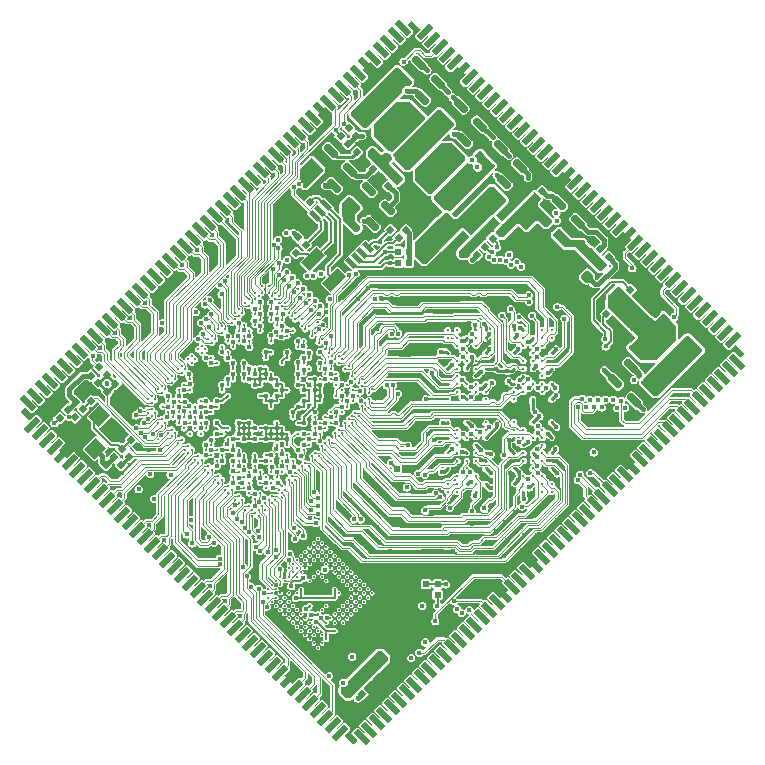
<source format=gbr>
%TF.GenerationSoftware,KiCad,Pcbnew,8.0.0-rc1*%
%TF.CreationDate,2025-03-14T10:19:49+03:00*%
%TF.ProjectId,SMX66_V1.0,534d5836-365f-4563-912e-302e6b696361,rev?*%
%TF.SameCoordinates,Original*%
%TF.FileFunction,Copper,L1,Top*%
%TF.FilePolarity,Positive*%
%FSLAX46Y46*%
G04 Gerber Fmt 4.6, Leading zero omitted, Abs format (unit mm)*
G04 Created by KiCad (PCBNEW 8.0.0-rc1) date 2025-03-14 10:19:49*
%MOMM*%
%LPD*%
G01*
G04 APERTURE LIST*
G04 Aperture macros list*
%AMRoundRect*
0 Rectangle with rounded corners*
0 $1 Rounding radius*
0 $2 $3 $4 $5 $6 $7 $8 $9 X,Y pos of 4 corners*
0 Add a 4 corners polygon primitive as box body*
4,1,4,$2,$3,$4,$5,$6,$7,$8,$9,$2,$3,0*
0 Add four circle primitives for the rounded corners*
1,1,$1+$1,$2,$3*
1,1,$1+$1,$4,$5*
1,1,$1+$1,$6,$7*
1,1,$1+$1,$8,$9*
0 Add four rect primitives between the rounded corners*
20,1,$1+$1,$2,$3,$4,$5,0*
20,1,$1+$1,$4,$5,$6,$7,0*
20,1,$1+$1,$6,$7,$8,$9,0*
20,1,$1+$1,$8,$9,$2,$3,0*%
%AMRotRect*
0 Rectangle, with rotation*
0 The origin of the aperture is its center*
0 $1 length*
0 $2 width*
0 $3 Rotation angle, in degrees counterclockwise*
0 Add horizontal line*
21,1,$1,$2,0,0,$3*%
G04 Aperture macros list end*
%TA.AperFunction,SMDPad,CuDef*%
%ADD10RotRect,0.550000X0.550000X225.000000*%
%TD*%
%TA.AperFunction,SMDPad,CuDef*%
%ADD11RotRect,0.550000X0.550000X135.000000*%
%TD*%
%TA.AperFunction,SMDPad,CuDef*%
%ADD12RotRect,0.550000X0.550000X45.000000*%
%TD*%
%TA.AperFunction,SMDPad,CuDef*%
%ADD13RotRect,0.550000X0.550000X315.000000*%
%TD*%
%TA.AperFunction,SMDPad,CuDef*%
%ADD14C,0.299970*%
%TD*%
%TA.AperFunction,SMDPad,CuDef*%
%ADD15RotRect,1.000000X0.450000X315.000000*%
%TD*%
%TA.AperFunction,SMDPad,CuDef*%
%ADD16RoundRect,0.150000X-0.468458X0.256326X0.256326X-0.468458X0.468458X-0.256326X-0.256326X0.468458X0*%
%TD*%
%TA.AperFunction,SMDPad,CuDef*%
%ADD17RotRect,4.000000X1.500000X225.000000*%
%TD*%
%TA.AperFunction,SMDPad,CuDef*%
%ADD18C,0.250000*%
%TD*%
%TA.AperFunction,SMDPad,CuDef*%
%ADD19R,0.550000X0.550000*%
%TD*%
%TA.AperFunction,SMDPad,CuDef*%
%ADD20RoundRect,0.150000X0.468458X-0.256326X-0.256326X0.468458X-0.468458X0.256326X0.256326X-0.468458X0*%
%TD*%
%TA.AperFunction,SMDPad,CuDef*%
%ADD21RotRect,1.000000X1.800000X135.000000*%
%TD*%
%TA.AperFunction,SMDPad,CuDef*%
%ADD22RotRect,0.900000X0.800000X45.000000*%
%TD*%
%TA.AperFunction,SMDPad,CuDef*%
%ADD23RoundRect,0.218750X-0.335876X-0.026517X-0.026517X-0.335876X0.335876X0.026517X0.026517X0.335876X0*%
%TD*%
%TA.AperFunction,SMDPad,CuDef*%
%ADD24RotRect,4.000000X1.500000X45.000000*%
%TD*%
%TA.AperFunction,SMDPad,CuDef*%
%ADD25RotRect,1.400000X1.200000X45.000000*%
%TD*%
%TA.AperFunction,CastellatedPad*%
%ADD26RotRect,1.500000X0.500000X315.000000*%
%TD*%
%TA.AperFunction,CastellatedPad*%
%ADD27RotRect,1.500000X0.500000X45.000000*%
%TD*%
%TA.AperFunction,ViaPad*%
%ADD28C,0.400050*%
%TD*%
%TA.AperFunction,Conductor*%
%ADD29C,0.200000*%
%TD*%
%TA.AperFunction,Conductor*%
%ADD30C,0.101600*%
%TD*%
%TA.AperFunction,Conductor*%
%ADD31C,0.203200*%
%TD*%
%TA.AperFunction,Conductor*%
%ADD32C,0.254000*%
%TD*%
%TA.AperFunction,Conductor*%
%ADD33C,0.088900*%
%TD*%
%TA.AperFunction,Conductor*%
%ADD34C,0.177800*%
%TD*%
%TA.AperFunction,Conductor*%
%ADD35C,0.406400*%
%TD*%
%TA.AperFunction,Conductor*%
%ADD36C,0.381000*%
%TD*%
%TA.AperFunction,Conductor*%
%ADD37C,0.127000*%
%TD*%
%TA.AperFunction,Conductor*%
%ADD38C,0.304800*%
%TD*%
%TA.AperFunction,Conductor*%
%ADD39C,0.152400*%
%TD*%
%TA.AperFunction,Conductor*%
%ADD40C,0.150000*%
%TD*%
%TA.AperFunction,Conductor*%
%ADD41C,0.096520*%
%TD*%
%TA.AperFunction,Conductor*%
%ADD42C,0.508000*%
%TD*%
G04 APERTURE END LIST*
D10*
%TO.P,C17,1,1*%
%TO.N,/VCC_3V3*%
X143763755Y-74659195D03*
%TO.P,C17,2,2*%
%TO.N,GND*%
X143127215Y-75295725D03*
%TD*%
D11*
%TO.P,C2201,1,1*%
%TO.N,Net-(U2201-OSCO)*%
X137323531Y-83125725D03*
%TO.P,C2201,2,2*%
%TO.N,GND*%
X136687001Y-82489185D03*
%TD*%
D12*
%TO.P,C3846,1,1*%
%TO.N,/LPDDR4/VCC0V6_DDR*%
X166376132Y-88217668D03*
%TO.P,C3846,2,2*%
%TO.N,GND*%
X167012672Y-87581138D03*
%TD*%
D11*
%TO.P,R12,1,1*%
%TO.N,/VCC_3V3*%
X142383755Y-73205735D03*
%TO.P,R12,2,2*%
%TO.N,/RK3566_2/HDMITX_SDA*%
X141747225Y-72569205D03*
%TD*%
D13*
%TO.P,R1209,1,1*%
%TO.N,/RK3566_1/TVSS*%
X117277210Y-97079200D03*
%TO.P,R1209,2,2*%
%TO.N,GND*%
X117913740Y-97715730D03*
%TD*%
%TO.P,C1201,1,1*%
%TO.N,Net-(Y1200-X1)*%
X121167215Y-101079195D03*
%TO.P,C1201,2,2*%
%TO.N,GND*%
X121803745Y-101715735D03*
%TD*%
D14*
%TO.P,U3800,A1,DNU_1*%
%TO.N,unconnected-(U3800B-DNU_1-PadA1)*%
X150129475Y-89656725D03*
%TO.P,U3800,A2,DNU_2*%
%TO.N,unconnected-(U3800B-DNU_2-PadA2)*%
X150929575Y-89656725D03*
%TO.P,U3800,A3,VSS_1*%
%TO.N,GND*%
X151729415Y-89656725D03*
%TO.P,U3800,A4,VDD2_1*%
%TO.N,/LPDDR4/VCC_DDR*%
X152529515Y-89656725D03*
%TO.P,U3800,A5,ZQ0*%
%TO.N,Net-(U3800A-ZQ0)*%
X153329615Y-89656725D03*
%TO.P,U3800,A8,ZQ1*%
%TO.N,Net-(U3800A-ZQ1)*%
X155729405Y-89656725D03*
%TO.P,U3800,A9,VDD2_2*%
%TO.N,/LPDDR4/VCC_DDR*%
X156529505Y-89656725D03*
%TO.P,U3800,A10,VSS_2*%
%TO.N,GND*%
X157329605Y-89656725D03*
%TO.P,U3800,A11,DNU_3*%
%TO.N,unconnected-(U3800B-DNU_3-PadA11)*%
X158129455Y-89656725D03*
%TO.P,U3800,A12,DNU_4*%
%TO.N,unconnected-(U3800B-DNU_4-PadA12)*%
X158929555Y-89656725D03*
%TO.P,U3800,AA1,DNU_7*%
%TO.N,unconnected-(U3800B-DNU_7-PadAA1)*%
X150129475Y-102656695D03*
%TO.P,U3800,AA2,DQ0_b*%
%TO.N,/RK3566_DDR/DDR_DQ0_B*%
X150929575Y-102656695D03*
%TO.P,U3800,AA3,VDDQ_17*%
%TO.N,/LPDDR4/VCC0V6_DDR*%
X151729415Y-102656695D03*
%TO.P,U3800,AA4,DQ7_b*%
%TO.N,/RK3566_DDR/DDR_DQ7_B*%
X152529515Y-102656695D03*
%TO.P,U3800,AA5,VDDQ_18*%
%TO.N,/LPDDR4/VCC0V6_DDR*%
X153329615Y-102656695D03*
%TO.P,U3800,AA8,VDDQ_19*%
X155729405Y-102656695D03*
%TO.P,U3800,AA9,DQ15_b*%
%TO.N,/RK3566_DDR/DDR_DQ15_B*%
X156529505Y-102656695D03*
%TO.P,U3800,AA10,VDDQ_20*%
%TO.N,/LPDDR4/VCC0V6_DDR*%
X157329605Y-102656695D03*
%TO.P,U3800,AA11,DQ8_b*%
%TO.N,/RK3566_DDR/DDR_DQ8_B*%
X158129455Y-102656695D03*
%TO.P,U3800,AA12,DNU_8*%
%TO.N,unconnected-(U3800B-DNU_8-PadAA12)*%
X158929555Y-102656695D03*
%TO.P,U3800,AB1,DNU_9*%
%TO.N,unconnected-(U3800B-DNU_9-PadAB1)*%
X150129475Y-103306685D03*
%TO.P,U3800,AB2,DNU_10*%
%TO.N,unconnected-(U3800B-DNU_10-PadAB2)*%
X150929575Y-103306685D03*
%TO.P,U3800,AB3,VSS_55*%
%TO.N,GND*%
X151729415Y-103306685D03*
%TO.P,U3800,AB4,VDD2_23*%
%TO.N,/LPDDR4/VCC_DDR*%
X152529515Y-103306685D03*
%TO.P,U3800,AB5,VSS_56*%
%TO.N,GND*%
X153329615Y-103306685D03*
%TO.P,U3800,AB8,VSS_57*%
X155729405Y-103306685D03*
%TO.P,U3800,AB9,VDD2_24*%
%TO.N,/LPDDR4/VCC_DDR*%
X156529505Y-103306685D03*
%TO.P,U3800,AB10,VSS_58*%
%TO.N,GND*%
X157329605Y-103306685D03*
%TO.P,U3800,AB11,DNU_11*%
%TO.N,unconnected-(U3800B-DNU_11-PadAB11)*%
X158129455Y-103306685D03*
%TO.P,U3800,AB12,DNU_12*%
%TO.N,unconnected-(U3800B-DNU_12-PadAB12)*%
X158929555Y-103306685D03*
%TO.P,U3800,B1,DNU_5*%
%TO.N,unconnected-(U3800B-DNU_5-PadB1)*%
X150129475Y-90306705D03*
%TO.P,U3800,B2,DQ0_a*%
%TO.N,/RK3566_DDR/DDR_DQ0_A*%
X150929575Y-90306705D03*
%TO.P,U3800,B3,VDDQ_1*%
%TO.N,/LPDDR4/VCC0V6_DDR*%
X151729415Y-90306705D03*
%TO.P,U3800,B4,DQ7_a*%
%TO.N,/RK3566_DDR/DDR_DQ7_A*%
X152529515Y-90306705D03*
%TO.P,U3800,B5,VDDQ_2*%
%TO.N,/LPDDR4/VCC0V6_DDR*%
X153329615Y-90306705D03*
%TO.P,U3800,B8,VDDQ_3*%
X155729405Y-90306705D03*
%TO.P,U3800,B9,DQ15_a*%
%TO.N,/RK3566_DDR/DDR_DQ15_A*%
X156529505Y-90306705D03*
%TO.P,U3800,B10,VDDQ_4*%
%TO.N,/LPDDR4/VCC0V6_DDR*%
X157329605Y-90306705D03*
%TO.P,U3800,B11,DQ8_a*%
%TO.N,/RK3566_DDR/DDR_DQ8_A*%
X158129455Y-90306705D03*
%TO.P,U3800,B12,DNU_6*%
%TO.N,unconnected-(U3800B-DNU_6-PadB12)*%
X158929555Y-90306705D03*
%TO.P,U3800,C1,VSS_3*%
%TO.N,GND*%
X150129475Y-90956695D03*
%TO.P,U3800,C2,DQ1_a*%
%TO.N,/RK3566_DDR/DDR_DQ1_A*%
X150929575Y-90956695D03*
%TO.P,U3800,C3,DMI0_a*%
%TO.N,/RK3566_DDR/DDR_DM0_A*%
X151729415Y-90956695D03*
%TO.P,U3800,C4,DQ6_a*%
%TO.N,/RK3566_DDR/DDR_DQ6_A*%
X152529515Y-90956695D03*
%TO.P,U3800,C5,VSS_4*%
%TO.N,GND*%
X153329615Y-90956695D03*
%TO.P,U3800,C8,VSS_5*%
X155729405Y-90956695D03*
%TO.P,U3800,C9,DQ14_a*%
%TO.N,/RK3566_DDR/DDR_DQ14_A*%
X156529505Y-90956695D03*
%TO.P,U3800,C10,DMI1_a*%
%TO.N,/RK3566_DDR/DDR_DM1_A*%
X157329605Y-90956695D03*
%TO.P,U3800,C11,DQ9_a*%
%TO.N,/RK3566_DDR/DDR_DQ9_A*%
X158129455Y-90956695D03*
%TO.P,U3800,C12,VSS_6*%
%TO.N,GND*%
X158929555Y-90956695D03*
%TO.P,U3800,D1,VDDQ_5*%
%TO.N,/LPDDR4/VCC0V6_DDR*%
X150129475Y-91606675D03*
%TO.P,U3800,D2,VSS_7*%
%TO.N,GND*%
X150929575Y-91606675D03*
%TO.P,U3800,D3,DQS0_t_a*%
%TO.N,/RK3566_DDR/DDR_DQS0P_A*%
X151729415Y-91606675D03*
%TO.P,U3800,D4,VSS_8*%
%TO.N,GND*%
X152529515Y-91606675D03*
%TO.P,U3800,D5,VDDQ_6*%
%TO.N,/LPDDR4/VCC0V6_DDR*%
X153329615Y-91606675D03*
%TO.P,U3800,D8,VDDQ_7*%
X155729405Y-91606675D03*
%TO.P,U3800,D9,VSS_9*%
%TO.N,GND*%
X156529505Y-91606675D03*
%TO.P,U3800,D10,DQS1_t_a*%
%TO.N,/RK3566_DDR/DDR_DQS1P_A*%
X157329605Y-91606675D03*
%TO.P,U3800,D11,VSS_10*%
%TO.N,GND*%
X158129455Y-91606675D03*
%TO.P,U3800,D12,VDDQ_8*%
%TO.N,/LPDDR4/VCC0V6_DDR*%
X158929555Y-91606675D03*
%TO.P,U3800,E1,VSS_11*%
%TO.N,GND*%
X150129475Y-92256665D03*
%TO.P,U3800,E2,DQ2_a*%
%TO.N,/RK3566_DDR/DDR_DQ2_A*%
X150929575Y-92256665D03*
%TO.P,U3800,E3,DQS0_c_a*%
%TO.N,/RK3566_DDR/DDR_DQS0N_A*%
X151729415Y-92256665D03*
%TO.P,U3800,E4,DQ5_a*%
%TO.N,/RK3566_DDR/DDR_DQ5_A*%
X152529515Y-92256665D03*
%TO.P,U3800,E5,VSS_12*%
%TO.N,GND*%
X153329615Y-92256665D03*
%TO.P,U3800,E8,VSS_13*%
X155729405Y-92256665D03*
%TO.P,U3800,E9,DQ13_a*%
%TO.N,/RK3566_DDR/DDR_DQ13_A*%
X156529505Y-92256665D03*
%TO.P,U3800,E10,DQS1_c_a*%
%TO.N,/RK3566_DDR/DDR_DQS1N_A*%
X157329605Y-92256665D03*
%TO.P,U3800,E11,DQ10_a*%
%TO.N,/RK3566_DDR/DDR_DQ10_A*%
X158129455Y-92256665D03*
%TO.P,U3800,E12,VSS_14*%
%TO.N,GND*%
X158929555Y-92256665D03*
%TO.P,U3800,F1,VDD1_1*%
%TO.N,/FLASH/VCC_1V8_FLASH*%
X150129475Y-92906655D03*
%TO.P,U3800,F2,DQ3_a*%
%TO.N,/RK3566_DDR/DDR_DQ3_A*%
X150929575Y-92906655D03*
%TO.P,U3800,F3,VDDQ_9*%
%TO.N,/LPDDR4/VCC0V6_DDR*%
X151729415Y-92906655D03*
%TO.P,U3800,F4,DQ4_a*%
%TO.N,/RK3566_DDR/DDR_DQ4_A*%
X152529515Y-92906655D03*
%TO.P,U3800,F5,VDD2_3*%
%TO.N,/LPDDR4/VCC_DDR*%
X153329615Y-92906655D03*
%TO.P,U3800,F8,VDD2_4*%
X155729405Y-92906655D03*
%TO.P,U3800,F9,DQ12_a*%
%TO.N,/RK3566_DDR/DDR_DQ12_A*%
X156529505Y-92906655D03*
%TO.P,U3800,F10,VDDQ_10*%
%TO.N,/LPDDR4/VCC0V6_DDR*%
X157329605Y-92906655D03*
%TO.P,U3800,F11,DQ11_a*%
%TO.N,/RK3566_DDR/DDR_DQ11_A*%
X158129455Y-92906655D03*
%TO.P,U3800,F12,VDD1_2*%
%TO.N,/FLASH/VCC_1V8_FLASH*%
X158929555Y-92906655D03*
%TO.P,U3800,G1,VSS_15*%
%TO.N,GND*%
X150129475Y-93556635D03*
%TO.P,U3800,G2,ODT_CA_a*%
%TO.N,/LPDDR4/LPDDR4_ODT0_CA_A*%
X150929575Y-93556635D03*
%TO.P,U3800,G3,VSS_16*%
%TO.N,GND*%
X151729415Y-93556635D03*
%TO.P,U3800,G4,VDD1_3*%
%TO.N,/FLASH/VCC_1V8_FLASH*%
X152529515Y-93556635D03*
%TO.P,U3800,G5,VSS_17*%
%TO.N,GND*%
X153329615Y-93556635D03*
%TO.P,U3800,G8,VSS_18*%
X155729405Y-93556635D03*
%TO.P,U3800,G9,VDD1_4*%
%TO.N,/FLASH/VCC_1V8_FLASH*%
X156529505Y-93556635D03*
%TO.P,U3800,G10,VSS_19*%
%TO.N,GND*%
X157329605Y-93556635D03*
%TO.P,U3800,G11,ZQ2_NC*%
%TO.N,unconnected-(U3800A-ZQ2_NC-PadG11)*%
X158129455Y-93556635D03*
%TO.P,U3800,G12,VSS_20*%
%TO.N,GND*%
X158929555Y-93556635D03*
%TO.P,U3800,H1,VDD2_5*%
%TO.N,/LPDDR4/VCC_DDR*%
X150129475Y-94206625D03*
%TO.P,U3800,H2,CA0_a*%
%TO.N,/LPDDR4/LPDDR4_A0_A*%
X150929575Y-94206625D03*
%TO.P,U3800,H3,CS1_a*%
%TO.N,/LPDDR4/LPDDR4_CS1n_A*%
X151729415Y-94206625D03*
%TO.P,U3800,H4,CS0_a*%
%TO.N,/LPDDR4/LPDDR4_CS0n_A*%
X152529515Y-94206625D03*
%TO.P,U3800,H5,VDD2_6*%
%TO.N,/LPDDR4/VCC_DDR*%
X153329615Y-94206625D03*
%TO.P,U3800,H8,VDD2_7*%
X155729405Y-94206625D03*
%TO.P,U3800,H9,CA2_a*%
%TO.N,/LPDDR4/LPDDR4_A2_A*%
X156529505Y-94206625D03*
%TO.P,U3800,H10,CA3_a*%
%TO.N,/LPDDR4/LPDDR4_A3_A*%
X157329605Y-94206625D03*
%TO.P,U3800,H11,CA4_a*%
%TO.N,/LPDDR4/LPDDR4_A4_A*%
X158129455Y-94206625D03*
%TO.P,U3800,H12,VDD2_8*%
%TO.N,/LPDDR4/VCC_DDR*%
X158929555Y-94206625D03*
%TO.P,U3800,J1,VSS_21*%
%TO.N,GND*%
X150129475Y-94856605D03*
%TO.P,U3800,J2,CA1_a*%
%TO.N,/LPDDR4/LPDDR4_A1_A*%
X150929575Y-94856605D03*
%TO.P,U3800,J3,VSS_22*%
%TO.N,GND*%
X151729415Y-94856605D03*
%TO.P,U3800,J4,CKE0_a*%
%TO.N,/LPDDR4/LPDDR4_CKE0_A*%
X152529515Y-94856605D03*
%TO.P,U3800,J5,CKE1_a*%
%TO.N,/LPDDR4/LPDDR4_CKE1_A*%
X153329615Y-94856605D03*
%TO.P,U3800,J8,CK_t_a*%
%TO.N,/LPDDR4/LPDDR4_CLKP_A*%
X155729405Y-94856605D03*
%TO.P,U3800,J9,CK_c_a*%
%TO.N,/LPDDR4/LPDDR4_CLKN_A*%
X156529505Y-94856605D03*
%TO.P,U3800,J10,VSS_23*%
%TO.N,GND*%
X157329605Y-94856605D03*
%TO.P,U3800,J11,CA5_a*%
%TO.N,/LPDDR4/LPDDR4_A5_A*%
X158129455Y-94856605D03*
%TO.P,U3800,J12,VSS_24*%
%TO.N,GND*%
X158929555Y-94856605D03*
%TO.P,U3800,K1,VDD2_9*%
%TO.N,/LPDDR4/VCC_DDR*%
X150129475Y-95506595D03*
%TO.P,U3800,K2,VSS_25*%
%TO.N,GND*%
X150929575Y-95506595D03*
%TO.P,U3800,K3,VDD2_10*%
%TO.N,/LPDDR4/VCC_DDR*%
X151729415Y-95506595D03*
%TO.P,U3800,K4,VSS_26*%
%TO.N,GND*%
X152529515Y-95506595D03*
%TO.P,U3800,K5,CS2_a_NC*%
%TO.N,unconnected-(U3800A-CS2_a_NC-PadK5)*%
X153329615Y-95506595D03*
%TO.P,U3800,K8,CKE2_a_NC*%
%TO.N,unconnected-(U3800A-CKE2_a_NC-PadK8)*%
X155729405Y-95506595D03*
%TO.P,U3800,K9,VSS_27*%
%TO.N,GND*%
X156529505Y-95506595D03*
%TO.P,U3800,K10,VDD2_11*%
%TO.N,/LPDDR4/VCC_DDR*%
X157329605Y-95506595D03*
%TO.P,U3800,K11,VSS_28*%
%TO.N,GND*%
X158129455Y-95506595D03*
%TO.P,U3800,K12,VDD2_12*%
%TO.N,/LPDDR4/VCC_DDR*%
X158929555Y-95506595D03*
%TO.P,U3800,N1,VDD2_13*%
X150129475Y-97456805D03*
%TO.P,U3800,N2,VSS_29*%
%TO.N,GND*%
X150929575Y-97456805D03*
%TO.P,U3800,N3,VDD2_14*%
%TO.N,/LPDDR4/VCC_DDR*%
X151729415Y-97456805D03*
%TO.P,U3800,N4,VSS_30*%
%TO.N,GND*%
X152529515Y-97456805D03*
%TO.P,U3800,N5,CS2_b_NC*%
%TO.N,unconnected-(U3800A-CS2_b_NC-PadN5)*%
X153329615Y-97456805D03*
%TO.P,U3800,N8,CKE2_b_NC*%
%TO.N,unconnected-(U3800A-CKE2_b_NC-PadN8)*%
X155729405Y-97456805D03*
%TO.P,U3800,N9,VSS_31*%
%TO.N,GND*%
X156529505Y-97456805D03*
%TO.P,U3800,N10,VDD2_15*%
%TO.N,/LPDDR4/VCC_DDR*%
X157329605Y-97456805D03*
%TO.P,U3800,N11,VSS_32*%
%TO.N,GND*%
X158129455Y-97456805D03*
%TO.P,U3800,N12,VDD2_16*%
%TO.N,/LPDDR4/VCC_DDR*%
X158929555Y-97456805D03*
%TO.P,U3800,P1,VSS_33*%
%TO.N,GND*%
X150129475Y-98106795D03*
%TO.P,U3800,P2,CA1_b*%
%TO.N,/LPDDR4/LPDDR4_A1_B*%
X150929575Y-98106795D03*
%TO.P,U3800,P3,VSS_34*%
%TO.N,GND*%
X151729415Y-98106795D03*
%TO.P,U3800,P4,CKE0_b*%
%TO.N,/LPDDR4/LPDDR4_CKE0_B*%
X152529515Y-98106795D03*
%TO.P,U3800,P5,CKE1_b*%
%TO.N,/LPDDR4/LPDDR4_CKE1_B*%
X153329615Y-98106795D03*
%TO.P,U3800,P8,CK_t_b*%
%TO.N,/LPDDR4/LPDDR4_CLKP_B*%
X155729405Y-98106795D03*
%TO.P,U3800,P9,CK_c_b*%
%TO.N,/LPDDR4/LPDDR4_CLKN_B*%
X156529505Y-98106795D03*
%TO.P,U3800,P10,VSS_35*%
%TO.N,GND*%
X157329605Y-98106795D03*
%TO.P,U3800,P11,CA5_B*%
%TO.N,/LPDDR4/LPDDR4_A5_B*%
X158129455Y-98106795D03*
%TO.P,U3800,P12,VSS_36*%
%TO.N,GND*%
X158929555Y-98106795D03*
%TO.P,U3800,R1,VDD2_17*%
%TO.N,/LPDDR4/VCC_DDR*%
X150129475Y-98756775D03*
%TO.P,U3800,R2,CA0_b*%
%TO.N,/LPDDR4/LPDDR4_A0_B*%
X150929575Y-98756775D03*
%TO.P,U3800,R3,CS1_b*%
%TO.N,/LPDDR4/LPDDR4_CS1n_B*%
X151729415Y-98756775D03*
%TO.P,U3800,R4,CS0_b*%
%TO.N,/LPDDR4/LPDDR4_CS0n_B*%
X152529515Y-98756775D03*
%TO.P,U3800,R5,VDD2_18*%
%TO.N,/LPDDR4/VCC_DDR*%
X153329615Y-98756775D03*
%TO.P,U3800,R8,VDD2_19*%
X155729405Y-98756775D03*
%TO.P,U3800,R9,CA2_b*%
%TO.N,/LPDDR4/LPDDR4_A2_B*%
X156529505Y-98756775D03*
%TO.P,U3800,R10,CA3_b*%
%TO.N,/LPDDR4/LPDDR4_A3_B*%
X157329605Y-98756775D03*
%TO.P,U3800,R11,CA4_b*%
%TO.N,/LPDDR4/LPDDR4_A4_B*%
X158129455Y-98756775D03*
%TO.P,U3800,R12,VDD2_20*%
%TO.N,/LPDDR4/VCC_DDR*%
X158929555Y-98756775D03*
%TO.P,U3800,T1,VSS_37*%
%TO.N,GND*%
X150129475Y-99406765D03*
%TO.P,U3800,T2,ODT_CA_b*%
%TO.N,/LPDDR4/LPDDR4_ODT0_CA_B*%
X150929575Y-99406765D03*
%TO.P,U3800,T3,VSS_38*%
%TO.N,GND*%
X151729415Y-99406765D03*
%TO.P,U3800,T4,VDD1_5*%
%TO.N,/FLASH/VCC_1V8_FLASH*%
X152529515Y-99406765D03*
%TO.P,U3800,T5,VSS_39*%
%TO.N,GND*%
X153329615Y-99406765D03*
%TO.P,U3800,T8,VSS_40*%
X155729405Y-99406765D03*
%TO.P,U3800,T9,VDD1_6*%
%TO.N,/FLASH/VCC_1V8_FLASH*%
X156529505Y-99406765D03*
%TO.P,U3800,T10,VSS_41*%
%TO.N,GND*%
X157329605Y-99406765D03*
%TO.P,U3800,T11,RESET_n*%
%TO.N,/LPDDR4/LPDDR4_RESETn*%
X158129455Y-99406765D03*
%TO.P,U3800,T12,VSS_42*%
%TO.N,GND*%
X158929555Y-99406765D03*
%TO.P,U3800,U1,VDD1_7*%
%TO.N,/FLASH/VCC_1V8_FLASH*%
X150129475Y-100056755D03*
%TO.P,U3800,U2,DQ3_b*%
%TO.N,/RK3566_DDR/DDR_DQ3_B*%
X150929575Y-100056755D03*
%TO.P,U3800,U3,VDDQ_11*%
%TO.N,/LPDDR4/VCC0V6_DDR*%
X151729415Y-100056755D03*
%TO.P,U3800,U4,DQ4_b*%
%TO.N,/RK3566_DDR/DDR_DQ4_B*%
X152529515Y-100056755D03*
%TO.P,U3800,U5,VDD2_21*%
%TO.N,/LPDDR4/VCC_DDR*%
X153329615Y-100056755D03*
%TO.P,U3800,U8,VDD2_22*%
X155729405Y-100056755D03*
%TO.P,U3800,U9,DQ12_b*%
%TO.N,/RK3566_DDR/DDR_DQ12_B*%
X156529505Y-100056755D03*
%TO.P,U3800,U10,VDDQ_12*%
%TO.N,/LPDDR4/VCC0V6_DDR*%
X157329605Y-100056755D03*
%TO.P,U3800,U11,DQ11_b*%
%TO.N,/RK3566_DDR/DDR_DQ11_B*%
X158129455Y-100056755D03*
%TO.P,U3800,U12,VDD1_8*%
%TO.N,/FLASH/VCC_1V8_FLASH*%
X158929555Y-100056755D03*
%TO.P,U3800,V1,VSS_43*%
%TO.N,GND*%
X150129475Y-100706735D03*
%TO.P,U3800,V2,DQ2_b*%
%TO.N,/RK3566_DDR/DDR_DQ2_B*%
X150929575Y-100706735D03*
%TO.P,U3800,V3,DQS0_c_b*%
%TO.N,/RK3566_DDR/DDR_DQS0N_B*%
X151729415Y-100706735D03*
%TO.P,U3800,V4,DQ5_b*%
%TO.N,/RK3566_DDR/DDR_DQ5_B*%
X152529515Y-100706735D03*
%TO.P,U3800,V5,VSS_44*%
%TO.N,GND*%
X153329615Y-100706735D03*
%TO.P,U3800,V8,VSS_45*%
X155729405Y-100706735D03*
%TO.P,U3800,V9,DQ13_b*%
%TO.N,/RK3566_DDR/DDR_DQ13_B*%
X156529505Y-100706735D03*
%TO.P,U3800,V10,DQS1_c_b*%
%TO.N,/RK3566_DDR/DDR_DQS1N_B*%
X157329605Y-100706735D03*
%TO.P,U3800,V11,DQ10_b*%
%TO.N,/RK3566_DDR/DDR_DQ10_B*%
X158129455Y-100706735D03*
%TO.P,U3800,V12,VSS_46*%
%TO.N,GND*%
X158929555Y-100706735D03*
%TO.P,U3800,W1,VDDQ_13*%
%TO.N,/LPDDR4/VCC0V6_DDR*%
X150129475Y-101356725D03*
%TO.P,U3800,W2,VSS_47*%
%TO.N,GND*%
X150929575Y-101356725D03*
%TO.P,U3800,W3,DQS0_t_b*%
%TO.N,/RK3566_DDR/DDR_DQS0P_B*%
X151729415Y-101356725D03*
%TO.P,U3800,W4,VSS_48*%
%TO.N,GND*%
X152529515Y-101356725D03*
%TO.P,U3800,W5,VDDQ_14*%
%TO.N,/LPDDR4/VCC0V6_DDR*%
X153329615Y-101356725D03*
%TO.P,U3800,W8,VDDQ_15*%
X155729405Y-101356725D03*
%TO.P,U3800,W9,VSS_49*%
%TO.N,GND*%
X156529505Y-101356725D03*
%TO.P,U3800,W10,DQS1_t_b*%
%TO.N,/RK3566_DDR/DDR_DQS1P_B*%
X157329605Y-101356725D03*
%TO.P,U3800,W11,VSS_50*%
%TO.N,GND*%
X158129455Y-101356725D03*
%TO.P,U3800,W12,VDDQ_16*%
%TO.N,/LPDDR4/VCC0V6_DDR*%
X158929555Y-101356725D03*
%TO.P,U3800,Y1,VSS_51*%
%TO.N,GND*%
X150129475Y-102006705D03*
%TO.P,U3800,Y2,DQ1_b*%
%TO.N,/RK3566_DDR/DDR_DQ1_B*%
X150929575Y-102006705D03*
%TO.P,U3800,Y3,DMI0_b*%
%TO.N,/RK3566_DDR/DDR_DM0_B*%
X151729415Y-102006705D03*
%TO.P,U3800,Y4,DQ6_b*%
%TO.N,/RK3566_DDR/DDR_DQ6_B*%
X152529515Y-102006705D03*
%TO.P,U3800,Y5,VSS_52*%
%TO.N,GND*%
X153329615Y-102006705D03*
%TO.P,U3800,Y8,VSS_53*%
X155729405Y-102006705D03*
%TO.P,U3800,Y9,DQ14_b*%
%TO.N,/RK3566_DDR/DDR_DQ14_B*%
X156529505Y-102006705D03*
%TO.P,U3800,Y10,DMI1_b*%
%TO.N,/RK3566_DDR/DDR_DM1_B*%
X157329605Y-102006705D03*
%TO.P,U3800,Y11,DQ9_b*%
%TO.N,/RK3566_DDR/DDR_DQ9_B*%
X158129455Y-102006705D03*
%TO.P,U3800,Y12,VSS_54*%
%TO.N,GND*%
X158929555Y-102006705D03*
%TD*%
D15*
%TO.P,U2201,1,OSCI*%
%TO.N,Net-(U2201-OSCI)*%
X139817147Y-79080269D03*
%TO.P,U2201,2,OSCO*%
%TO.N,Net-(U2201-OSCO)*%
X139357528Y-79539888D03*
%TO.P,U2201,3,~{INT}*%
%TO.N,/RK3566_1/GPIO0_C0_d*%
X138897908Y-79999508D03*
%TO.P,U2201,4,VSS*%
%TO.N,GND*%
X138438289Y-80459127D03*
%TO.P,U2201,5,SDA*%
%TO.N,/RK3566_1/GPIO0_B4_u*%
X141973823Y-83994661D03*
%TO.P,U2201,6,SCL*%
%TO.N,/RK3566_1/GPIO0_B3_u*%
X142433442Y-83535042D03*
%TO.P,U2201,7,CLKOUT*%
%TO.N,/[VCC_CPU]-[RTC]/RTCIC_32KOUT*%
X142893062Y-83075422D03*
%TO.P,U2201,8,VDD*%
%TO.N,/[VCC_CPU]-[RTC]/VCC_RTC*%
X143352681Y-82615803D03*
%TD*%
D10*
%TO.P,C3842,1,1*%
%TO.N,/LPDDR4/VCC0V6_DDR*%
X166312889Y-89641345D03*
%TO.P,C3842,2,2*%
%TO.N,GND*%
X165676349Y-90277875D03*
%TD*%
D13*
%TO.P,R1670,1,1*%
%TO.N,/RK3566_5/VCCIO6*%
X153994615Y-80599415D03*
%TO.P,R1670,2,2*%
%TO.N,/FLASH/VCC_1V8_FLASH*%
X154631145Y-81235945D03*
%TD*%
D16*
%TO.P,U6,1,EN*%
%TO.N,Net-(U6-EN)*%
X147710304Y-67001590D03*
%TO.P,U6,2,GND*%
%TO.N,GND*%
X147038553Y-67673341D03*
%TO.P,U6,3,LX*%
%TO.N,Net-(U6-LX)*%
X146366802Y-68345092D03*
%TO.P,U6,4,VIN*%
%TO.N,/VCC_3V3*%
X147975470Y-69953760D03*
%TO.P,U6,5,FB/OUT*%
%TO.N,Net-(U6-FB{slash}OUT)*%
X149318972Y-68610258D03*
%TD*%
D10*
%TO.P,C3834,1,1*%
%TO.N,/LPDDR4/VCC0V6_DDR*%
X165604402Y-88979402D03*
%TO.P,C3834,2,2*%
%TO.N,GND*%
X164967862Y-89615932D03*
%TD*%
D17*
%TO.P,L2,1,1*%
%TO.N,Net-(U3-LX)*%
X169566787Y-92328331D03*
%TO.P,L2,2,2*%
%TO.N,/LPDDR4/VCC0V6_DDR*%
X167445467Y-90207011D03*
%TD*%
D13*
%TO.P,C4006,1,1*%
%TO.N,/EMMC/VCC3V3_FLASH*%
X143606344Y-118437458D03*
%TO.P,C4006,2,2*%
%TO.N,GND*%
X144242874Y-119073998D03*
%TD*%
%TO.P,C3804,1,1*%
%TO.N,/LPDDR4/VCC_DDR*%
X149314615Y-82369405D03*
%TO.P,C3804,2,2*%
%TO.N,GND*%
X149951145Y-83005945D03*
%TD*%
D12*
%TO.P,C19,1,1*%
%TO.N,Net-(U4-BP)*%
X142447215Y-74595735D03*
%TO.P,C19,2,2*%
%TO.N,GND*%
X143083755Y-73959205D03*
%TD*%
D18*
%TO.P,U1000,1A1,AC16*%
%TO.N,/LPDDR4/LPDDR4_A5_A*%
X142528885Y-95194795D03*
%TO.P,U1000,1A2,AC17*%
%TO.N,/LPDDR4/LPDDR4_CKE1_B*%
X142069265Y-95654415D03*
%TO.P,U1000,1A3,AC10*%
%TO.N,/LPDDR4/LPDDR4_CKE0_B*%
X141609645Y-96114035D03*
%TO.P,U1000,1A4,AC20*%
%TO.N,unconnected-(U1000F-AC20-Pad1A4)*%
X141150025Y-96573655D03*
%TO.P,U1000,1A5,AC27*%
%TO.N,/LPDDR4/LPDDR4_CS1n_B*%
X140690405Y-97033275D03*
%TO.P,U1000,1A6,AC19*%
%TO.N,/LPDDR4/LPDDR4_A4_B*%
X140230795Y-97492895D03*
%TO.P,U1000,1A7,DDR_DQ3_B*%
%TO.N,/RK3566_DDR/DDR_DQ3_B*%
X139771175Y-97952515D03*
%TO.P,U1000,1A8,DDR_DQ2_B*%
%TO.N,/RK3566_DDR/DDR_DQ2_B*%
X139311555Y-98412135D03*
%TO.P,U1000,1A9,DDR_DQ7_B*%
%TO.N,/RK3566_DDR/DDR_DQ7_B*%
X138851935Y-98871755D03*
%TO.P,U1000,1A10,DDR_DQ5_B*%
%TO.N,/RK3566_DDR/DDR_DQ5_B*%
X138392315Y-99331375D03*
%TO.P,U1000,1A11,DDR_DM1_B*%
%TO.N,/RK3566_DDR/DDR_DM1_B*%
X137932695Y-99790995D03*
%TO.P,U1000,1A13,GPIO1_A4_d*%
%TO.N,/RK3566_8/UART4_RX_M0*%
X137013455Y-100710235D03*
%TO.P,U1000,1A14,GPIO1_A6_d*%
%TO.N,/RK3566_8/UART4_TX_M0*%
X136553835Y-101169845D03*
%TO.P,U1000,1A15,GPIO1_D0_d*%
%TO.N,/RK3566_7/FSPI_CLK{slash}FLASH_ALE{slash}*%
X136094215Y-101629475D03*
%TO.P,U1000,1A16,GPIO1_C6_d*%
%TO.N,/EMMC/eMMC_DATA_STROBE*%
X135634595Y-102089085D03*
%TO.P,U1000,1A17,GPIO1_D1_u*%
%TO.N,/RK3566_7/FSPI_D0{slash}FLASH_RDY*%
X135174975Y-102548705D03*
%TO.P,U1000,1A18,GPIO1_D2_u*%
%TO.N,/RK3566_7/FSPI_D1{slash}FLASH_RDn*%
X134715355Y-103008325D03*
%TO.P,U1000,1A19,SARADC_VIN3*%
%TO.N,/RK3566_2/SARADC_VIN3*%
X134255735Y-103467945D03*
%TO.P,U1000,1A20,GPIO2_A6_u*%
%TO.N,/RK3566_2/GPIO2_A6_u*%
X133796125Y-103927565D03*
%TO.P,U1000,1B1,AC14*%
%TO.N,/LPDDR4/LPDDR4_A4_A*%
X142069265Y-94735175D03*
%TO.P,U1000,1B3,AC12*%
%TO.N,/LPDDR4/LPDDR4_A3_A*%
X141150025Y-95654415D03*
%TO.P,U1000,1B5,AC28*%
%TO.N,/LPDDR4/LPDDR4_CS0n_B*%
X140230785Y-96573655D03*
%TO.P,U1000,1B6,AC4*%
%TO.N,/LPDDR4/LPDDR4_A3_B*%
X139771175Y-97033275D03*
%TO.P,U1000,1B7,AC18*%
%TO.N,/LPDDR4/LPDDR4_A2_B*%
X139311545Y-97492895D03*
%TO.P,U1000,1B8,DDR_DM0_B*%
%TO.N,/RK3566_DDR/DDR_DM0_B*%
X138851935Y-97952515D03*
%TO.P,U1000,1B9,DDR_DQ6_B*%
%TO.N,/RK3566_DDR/DDR_DQ6_B*%
X138392315Y-98412135D03*
%TO.P,U1000,1B10,VSS_30*%
%TO.N,GND*%
X137932695Y-98871755D03*
%TO.P,U1000,1B11,VSS_31*%
X137473075Y-99331375D03*
%TO.P,U1000,1B13,GPIO1_B0_d*%
%TO.N,/RK3566_8/PCIE20_CLKREQn_M2*%
X136553835Y-100250615D03*
%TO.P,U1000,1B14,GPIO1_B3_d*%
%TO.N,/RK3566_8/I2S1_SDI0_M0{slash}PDM_SDI0_M0*%
X136094215Y-100710225D03*
%TO.P,U1000,1B15,VSS_32*%
%TO.N,GND*%
X135634595Y-101169845D03*
%TO.P,U1000,1B16,GPIO1_C7_d*%
%TO.N,/EMMC/eMMC_RSTn*%
X135174975Y-101629465D03*
%TO.P,U1000,1B17,GPIO1_D3_u*%
%TO.N,/RK3566_7/FSPI_CS0n{slash}FLASH_CS0n*%
X134715355Y-102089085D03*
%TO.P,U1000,1B18,SARADC_VIN2*%
%TO.N,/RK3566_2/SARADC_VIN2_HP_HOOK*%
X134255735Y-102548705D03*
%TO.P,U1000,1B19,VSS_33*%
%TO.N,GND*%
X133796115Y-103008325D03*
%TO.P,U1000,1B20,GPIO2_C4_d*%
%TO.N,/RK3566_2/GPIO2_C4_d*%
X133336495Y-103467945D03*
%TO.P,U1000,1C1,AC15*%
%TO.N,/LPDDR4/LPDDR4_A2_A*%
X141609645Y-94275565D03*
%TO.P,U1000,1C2,AC21*%
%TO.N,unconnected-(U1000F-AC21-Pad1C2)*%
X141150025Y-94735175D03*
%TO.P,U1000,1C3,AC3*%
%TO.N,/LPDDR4/LPDDR4_CKE1_A*%
X140690405Y-95194795D03*
%TO.P,U1000,1C4,VSS_34*%
%TO.N,GND*%
X140230794Y-95654415D03*
%TO.P,U1000,1C5,VSS_35*%
X139771175Y-96114034D03*
%TO.P,U1000,1C6,VSS_36*%
X139311555Y-96573655D03*
%TO.P,U1000,1C7,AC29*%
%TO.N,/LPDDR4/LPDDR4_RESETn*%
X138851935Y-97033275D03*
%TO.P,U1000,1C8,VSS_37*%
%TO.N,GND*%
X138392315Y-97492895D03*
%TO.P,U1000,1C9,VSS_38*%
X137932695Y-97952515D03*
%TO.P,U1000,1C10,DDR_DQ14_B*%
%TO.N,/RK3566_DDR/DDR_DQ14_B*%
X137473074Y-98412135D03*
%TO.P,U1000,1C12,VDD_CPU_1*%
%TO.N,/[VCC_CPU]-[RTC]/VDD_CPU*%
X136553835Y-99331375D03*
%TO.P,U1000,1C13,VCCIO2*%
%TO.N,/EMMC/VCCIO_1V8_FLASH*%
X136094215Y-99790995D03*
%TO.P,U1000,1C14,VSS_39*%
%TO.N,GND*%
X135634595Y-100250615D03*
%TO.P,U1000,1C15,GPIO1_D4_u*%
%TO.N,/RK3566_7/FSPI_D3{slash}FLASH_CS1n*%
X135174975Y-100710235D03*
%TO.P,U1000,1C16,VSS_40*%
%TO.N,GND*%
X134715354Y-101169845D03*
%TO.P,U1000,1C17,SARADC_VIN1*%
%TO.N,/RK3566_2/SARADC_VIN1_EVB_HW_ID*%
X134255735Y-101629474D03*
%TO.P,U1000,1C18,VSS_41*%
%TO.N,GND*%
X133796125Y-102089085D03*
%TO.P,U1000,1C19,GPIO2_A3_u*%
%TO.N,/RK3566_2/GPIO2_A3_u*%
X133336495Y-102548705D03*
%TO.P,U1000,1C20,GPIO2_B3_u*%
%TO.N,/RK3566_2/GPIO2_B3_u*%
X132876885Y-103008325D03*
%TO.P,U1000,1D1,VSS_42*%
%TO.N,GND*%
X141150025Y-93815935D03*
%TO.P,U1000,1D2,AC1*%
%TO.N,unconnected-(U1000F-AC1-Pad1D2)*%
X140690405Y-94275555D03*
%TO.P,U1000,1D3,VSS_43*%
%TO.N,GND*%
X140230785Y-94735175D03*
%TO.P,U1000,1D4,DDR_AVSS*%
X139771175Y-95194796D03*
%TO.P,U1000,1D5,DDR_VDDQ_1*%
%TO.N,/LPDDR4/VCC_DDR*%
X139311546Y-95654415D03*
%TO.P,U1000,1D6,DDR_VDDQ_2*%
X138851935Y-96114035D03*
%TO.P,U1000,1D7,DDR_VDDQ_3*%
X138392315Y-96573655D03*
%TO.P,U1000,1D8,DDR_VDDQ_4*%
X137932695Y-97033275D03*
%TO.P,U1000,1D9,DDR_VDDQ_5*%
X137473075Y-97492895D03*
%TO.P,U1000,1D10,VSS_44*%
%TO.N,GND*%
X137013455Y-97952516D03*
%TO.P,U1000,1D11,VDD_CPU_2*%
%TO.N,/[VCC_CPU]-[RTC]/VDD_CPU*%
X136553836Y-98412135D03*
%TO.P,U1000,1D12,VDD_CPU_3*%
X136094215Y-98871755D03*
%TO.P,U1000,1D13,VCCIO1*%
%TO.N,/VCC_3V3*%
X135634595Y-99331375D03*
%TO.P,U1000,1D14,VSS_45*%
%TO.N,GND*%
X135174975Y-99790995D03*
%TO.P,U1000,1D15,OTP_VCC18*%
%TO.N,/RK3566_1/PMUPLL_AVDD_1V8*%
X134715355Y-100250615D03*
%TO.P,U1000,1D16,SARADC_AVDD_1V8*%
X134255735Y-100710226D03*
%TO.P,U1000,1D17,SARADC_VIN0*%
%TO.N,/RK3566_2/SARADC_VIN0_KEY{slash}RECOVERY*%
X133796116Y-101169845D03*
%TO.P,U1000,1D18,GPIO2_A5_u*%
%TO.N,/RK3566_2/GPIO2_A5_u*%
X133336495Y-101629465D03*
%TO.P,U1000,1D19,GPIO2_C3_d*%
%TO.N,/RK3566_2/GPIO2_C3_d*%
X132876875Y-102089085D03*
%TO.P,U1000,1D20,GPIO1_D7_u*%
%TO.N,/RK3566_7/SDMMC0_D2{slash}ARM_JTAG_TCK*%
X132417265Y-102548705D03*
%TO.P,U1000,1E1,DDR_DQ7_A*%
%TO.N,/RK3566_DDR/DDR_DQ7_A*%
X140690405Y-93356325D03*
%TO.P,U1000,1E2,DDR_DM0_A*%
%TO.N,/RK3566_DDR/DDR_DM0_A*%
X140230795Y-93815935D03*
%TO.P,U1000,1E3,VSS_46*%
%TO.N,GND*%
X139771175Y-94275565D03*
%TO.P,U1000,1E4,DDR_VDDQ_6*%
%TO.N,/LPDDR4/VCC_DDR*%
X139311555Y-94735175D03*
%TO.P,U1000,1E6,DDR_VDDQL_1*%
%TO.N,/LPDDR4/VCC0V6_DDR*%
X138392315Y-95654415D03*
%TO.P,U1000,1E7,DDR_VDDQL_2*%
X137932695Y-96114035D03*
%TO.P,U1000,1E8,VSS_47*%
%TO.N,GND*%
X137473075Y-96573655D03*
%TO.P,U1000,1E9,DDR_VDDQL_3*%
%TO.N,/LPDDR4/VCC0V6_DDR*%
X137013455Y-97033275D03*
%TO.P,U1000,1E10,VSS_48*%
%TO.N,GND*%
X136553835Y-97492895D03*
%TO.P,U1000,1E11,VDD_CPU_4*%
%TO.N,/[VCC_CPU]-[RTC]/VDD_CPU*%
X136094215Y-97952515D03*
%TO.P,U1000,1E12,VDD_CPU_5*%
X135634595Y-98412135D03*
%TO.P,U1000,1E13,VDD_CPU_6*%
X135174975Y-98871755D03*
%TO.P,U1000,1E14,VSS_49*%
%TO.N,GND*%
X134715355Y-99331375D03*
%TO.P,U1000,1E15,VSS_50*%
X134255735Y-99790995D03*
%TO.P,U1000,1E16,VCCIO4*%
%TO.N,/FLASH/VCC_1V8_FLASH*%
X133796125Y-100250615D03*
%TO.P,U1000,1E17,VSS_51*%
%TO.N,GND*%
X133336495Y-100710235D03*
%TO.P,U1000,1E18,GPIO2_A4_u*%
%TO.N,/RK3566_2/GPIO2_A4_u*%
X132876885Y-101169845D03*
%TO.P,U1000,1E19,GPIO2_A1_u*%
%TO.N,/RK3566_7/SDMMC0_CMD{slash}PWM10_M1{slash}UART5_RX_M0*%
X132417265Y-101629475D03*
%TO.P,U1000,1E20,GPIO1_D5_u*%
%TO.N,/RK3566_7/SDMMC0_D0{slash}UART2_TX_M1{slash}UART6_TX_M1{slash}PWM8_M1*%
X131957645Y-102089085D03*
%TO.P,U1000,1F1,DDR_DQ14_A*%
%TO.N,/RK3566_DDR/DDR_DQ14_A*%
X140230785Y-92896705D03*
%TO.P,U1000,1F2,DDR_DQ13_A*%
%TO.N,/RK3566_DDR/DDR_DQ13_A*%
X139771175Y-93356315D03*
%TO.P,U1000,1F3,DDR_RZQ*%
%TO.N,/RK3566_DDR/DDR_RZQ*%
X139311545Y-93815935D03*
%TO.P,U1000,1F4,DDR_VDDQ_7*%
%TO.N,/LPDDR4/VCC_DDR*%
X138851935Y-94275555D03*
%TO.P,U1000,1F5,DDR_VDDQL_4*%
%TO.N,/LPDDR4/VCC0V6_DDR*%
X138392315Y-94735175D03*
%TO.P,U1000,1F6,VSS_52*%
%TO.N,GND*%
X137932695Y-95194795D03*
%TO.P,U1000,1F7,VSS_53*%
X137473075Y-95654415D03*
%TO.P,U1000,1F8,VSS_54*%
X137013455Y-96114035D03*
%TO.P,U1000,1F9,VSS_55*%
X136553835Y-96573655D03*
%TO.P,U1000,1F10,VSS_56*%
X136094215Y-97033275D03*
%TO.P,U1000,1F11,VDD_CPU_7*%
%TO.N,/[VCC_CPU]-[RTC]/VDD_CPU*%
X135634595Y-97492895D03*
%TO.P,U1000,1F12,VDD_CPU_8*%
X135174975Y-97952515D03*
%TO.P,U1000,1F13,VDD_CPU_9*%
X134715355Y-98412135D03*
%TO.P,U1000,1F14,VDD_CPU_10*%
X134255735Y-98871755D03*
%TO.P,U1000,1F15,VSS_57*%
%TO.N,GND*%
X133796115Y-99331375D03*
%TO.P,U1000,1F16,VSS_58*%
X133336495Y-99790995D03*
%TO.P,U1000,1F17,VCCIO3*%
%TO.N,/VCC_3V3*%
X132876875Y-100250615D03*
%TO.P,U1000,1F18,GPIO2_A0_u*%
%TO.N,/RK3566_7/SDMMC0_D3{slash}ARM_JTAG_TMS*%
X132417265Y-100710225D03*
%TO.P,U1000,1F19,GPIO1_D6_u*%
%TO.N,/RK3566_7/SDMMC0_D1{slash}UART2_RX_M1{slash}UART6_RX_M1{slash}PWM9_M1*%
X131957645Y-101169845D03*
%TO.P,U1000,1F20,AVSS1_6*%
%TO.N,GND*%
X131498025Y-101629465D03*
%TO.P,U1000,1G1,DDR_DM1_A*%
%TO.N,/RK3566_DDR/DDR_DM1_A*%
X139771175Y-92437085D03*
%TO.P,U1000,1G2,DDR_DQ15_A*%
%TO.N,/RK3566_DDR/DDR_DQ15_A*%
X139311555Y-92896705D03*
%TO.P,U1000,1G3,VSS_59*%
%TO.N,GND*%
X138851935Y-93356325D03*
%TO.P,U1000,1G4,DDR_VDDQ_8*%
%TO.N,/LPDDR4/VCC_DDR*%
X138392315Y-93815935D03*
%TO.P,U1000,1G5,DDR_VDDQL_5*%
%TO.N,/LPDDR4/VCC0V6_DDR*%
X137932695Y-94275565D03*
%TO.P,U1000,1G6,VSS_60*%
%TO.N,GND*%
X137473075Y-94735175D03*
%TO.P,U1000,1G7,VSS_61*%
X137013455Y-95194795D03*
%TO.P,U1000,1G8,VSS_62*%
X136553835Y-95654415D03*
%TO.P,U1000,1G9,VSS_63*%
X136094215Y-96114035D03*
%TO.P,U1000,1G10,VSS_64*%
X135634595Y-96573655D03*
%TO.P,U1000,1G11,VSS_65*%
X135174975Y-97033275D03*
%TO.P,U1000,1G12,VSS_66*%
X134715355Y-97492895D03*
%TO.P,U1000,1G13,VDD_CPU_11*%
%TO.N,/[VCC_CPU]-[RTC]/VDD_CPU*%
X134255735Y-97952515D03*
%TO.P,U1000,1G14,VSS_67*%
%TO.N,GND*%
X133796125Y-98412135D03*
%TO.P,U1000,1G15,VDD_NPU_1*%
%TO.N,/POWER/VCC0V9_1*%
X133336495Y-98871755D03*
%TO.P,U1000,1G16,AVSS1_7*%
%TO.N,GND*%
X132876885Y-99331375D03*
%TO.P,U1000,1G17,EDP_TX_AVDD_1V8*%
%TO.N,/RK3566_1/PMUPLL_AVDD_1V8*%
X132417265Y-99790995D03*
%TO.P,U1000,1G18,AVSS1_8*%
%TO.N,GND*%
X131957645Y-100250615D03*
%TO.P,U1000,1G19,AVSS1_9*%
X131498025Y-100710235D03*
%TO.P,U1000,1G20,AVSS1_10*%
X131038405Y-101169845D03*
%TO.P,U1000,1H1,VSS_68*%
X139311545Y-91977465D03*
%TO.P,U1000,1H2,VSS_69*%
X138851935Y-92437085D03*
%TO.P,U1000,1H3,DDR_VREFOUT*%
%TO.N,unconnected-(U1000F-DDR_VREFOUT-Pad1H3)*%
X138392315Y-92896705D03*
%TO.P,U1000,1H4,SYSPLL_AVDD_1V8*%
%TO.N,/RK3566_1/PMUPLL_AVDD_1V8*%
X137932695Y-93356315D03*
%TO.P,U1000,1H5,SYSPLL_AVDD_0V9*%
%TO.N,/RK3566_1/PMUPLL_AVDD_0V9*%
X137473075Y-93815935D03*
%TO.P,U1000,1H6,VSS_70*%
%TO.N,GND*%
X137013455Y-94275555D03*
%TO.P,U1000,1H7,VDD_LOGIC_1*%
%TO.N,/POWER/VCC0V9_2*%
X136553835Y-94735175D03*
%TO.P,U1000,1H8,VDD_LOGIC_2*%
X136094215Y-95194795D03*
%TO.P,U1000,1H9,VDD_LOGIC_3*%
X135634595Y-95654415D03*
%TO.P,U1000,1H10,VDD_LOGIC_4*%
X135174975Y-96114035D03*
%TO.P,U1000,1H11,VSS_71*%
%TO.N,GND*%
X134715355Y-96573655D03*
%TO.P,U1000,1H12,VSS_72*%
X134255735Y-97033275D03*
%TO.P,U1000,1H13,VSS_73*%
X133796115Y-97492895D03*
%TO.P,U1000,1H14,VDD_NPU_2*%
%TO.N,/POWER/VCC0V9_1*%
X133336495Y-97952515D03*
%TO.P,U1000,1H15,VDD_NPU_3*%
X132876875Y-98412135D03*
%TO.P,U1000,1H16,USB_AVDD1_1V8*%
%TO.N,/RK3566_1/PMUPLL_AVDD_1V8*%
X132417264Y-98871755D03*
%TO.P,U1000,1H17,EDP_TX_AVDD_0V9*%
%TO.N,Net-(U1000T-EDP_TX_AVDD_0V9)*%
X131957645Y-99331375D03*
%TO.P,U1000,1H18,USB_AVDD1_3V3*%
%TO.N,/VCC_3V3*%
X131498025Y-99790995D03*
%TO.P,U1000,1H19,EDP_TX_AUXp*%
%TO.N,/RK3566_4/EDP_TX_AUXP*%
X131038405Y-100250615D03*
%TO.P,U1000,1H20,EDP_TX_AUXn*%
%TO.N,/RK3566_4/EDP_TX_AUXN*%
X130578785Y-100710225D03*
%TO.P,U1000,1J1,VSS_74*%
%TO.N,GND*%
X138851935Y-91517845D03*
%TO.P,U1000,1J2,USB_AVDD2_3V3*%
%TO.N,/VCC_3V3*%
X138392315Y-91977465D03*
%TO.P,U1000,1J3,USB_AVDD2_1V8*%
%TO.N,/RK3566_1/PMUPLL_AVDD_1V8*%
X137932695Y-92437085D03*
%TO.P,U1000,1J4,USB_AVDD2_0V9*%
%TO.N,/RK3566_1/PMUPLL_AVDD_0V9*%
X137473074Y-92896705D03*
%TO.P,U1000,1J5,SYSPLL_AVSS*%
%TO.N,GND*%
X137013455Y-93356324D03*
%TO.P,U1000,1J6,VSS_75*%
X136553835Y-93815935D03*
%TO.P,U1000,1J7,VDD_LOGIC_5*%
%TO.N,/POWER/VCC0V9_2*%
X136094215Y-94275565D03*
%TO.P,U1000,1J8,VSS_76*%
%TO.N,GND*%
X135634595Y-94735175D03*
%TO.P,U1000,1J9,VSS_77*%
X135174975Y-95194795D03*
%TO.P,U1000,1J10,VDD_LOGIC_6*%
%TO.N,/POWER/VCC0V9_2*%
X134715354Y-95654415D03*
%TO.P,U1000,1J11,VSS_78*%
%TO.N,GND*%
X134255735Y-96114034D03*
%TO.P,U1000,1J12,VSS_79*%
X133796125Y-96573655D03*
%TO.P,U1000,1J13,VSS_80*%
X133336495Y-97033275D03*
%TO.P,U1000,1J14,VDD_NPU_4*%
%TO.N,/POWER/VCC0V9_1*%
X132876885Y-97492895D03*
%TO.P,U1000,1J15,VDD_NPU_5*%
X132417264Y-97952515D03*
%TO.P,U1000,1J16,AVSS1_11*%
%TO.N,GND*%
X131957644Y-98412135D03*
%TO.P,U1000,1J17,USB_AVDD1_0V9*%
%TO.N,/RK3566_1/PMUPLL_AVDD_0V9*%
X131498025Y-98871754D03*
%TO.P,U1000,1J18,AVSS1_12*%
%TO.N,GND*%
X131038405Y-99331375D03*
%TO.P,U1000,1J19,USB_HOST1_DP*%
%TO.N,/RK3566_6/USB3_HOST1_DP*%
X130578785Y-99790995D03*
%TO.P,U1000,1J20,USB_HOST1_DM*%
%TO.N,/RK3566_6/USB3_HOST1_DN*%
X130119165Y-100250615D03*
%TO.P,U1000,1K2,VSS_81*%
%TO.N,GND*%
X137932695Y-91517845D03*
%TO.P,U1000,1K3,VSS_82*%
X137473075Y-91977465D03*
%TO.P,U1000,1K4,VSS_83*%
X137013455Y-92437086D03*
%TO.P,U1000,1K5,VSS_84*%
X136553836Y-92896705D03*
%TO.P,U1000,1K6,VSS_85*%
X136094215Y-93356315D03*
%TO.P,U1000,1K7,VDD_LOGIC_7*%
%TO.N,/POWER/VCC0V9_2*%
X135634595Y-93815935D03*
%TO.P,U1000,1K8,VSS_86*%
%TO.N,GND*%
X135174975Y-94275555D03*
%TO.P,U1000,1K9,VSS_87*%
X134715355Y-94735175D03*
%TO.P,U1000,1K10,VDD_LOGIC_8*%
%TO.N,/POWER/VCC0V9_2*%
X134255735Y-95194796D03*
%TO.P,U1000,1K11,VSS_88*%
%TO.N,GND*%
X133796116Y-95654415D03*
%TO.P,U1000,1K12,VSS_89*%
X133336495Y-96114035D03*
%TO.P,U1000,1K13,VSS_90*%
X132876875Y-96573655D03*
%TO.P,U1000,1K14,VSS_91*%
X132417265Y-97033275D03*
%TO.P,U1000,1K15,VSS_92*%
X131957645Y-97492895D03*
%TO.P,U1000,1K16,MULTI_PHY_AVDD_0V9*%
%TO.N,/RK3566_1/PMUPLL_AVDD_0V9*%
X131498025Y-97952516D03*
%TO.P,U1000,1K17,MULTI_PHY_AVDD_1V8*%
%TO.N,/RK3566_1/PMUPLL_AVDD_1V8*%
X131038406Y-98412135D03*
%TO.P,U1000,1K18,AVSS1_13*%
%TO.N,GND*%
X130578785Y-98871755D03*
%TO.P,U1000,1K19,PCIE20_REFCLKp*%
%TO.N,/RK3566_6/PCIE20_REFCLKP*%
X130119165Y-99331375D03*
%TO.P,U1000,1K20,PCIE20_REFCLKn*%
%TO.N,/RK3566_6/PCIE20_REFCLKN*%
X129659545Y-99790995D03*
%TO.P,U1000,1L1,GPIO4_B6_d*%
%TO.N,/RK3566_5/CIFT_8BIT_HREF*%
X137932695Y-90598605D03*
%TO.P,U1000,1L2,GPIO4_B0_d*%
%TO.N,/RK3566_5/GPIO4_B0_d*%
X137473075Y-91058225D03*
%TO.P,U1000,1L3,VSS_93*%
%TO.N,GND*%
X137013455Y-91517845D03*
%TO.P,U1000,1L4,VCCIO6_1*%
%TO.N,/RK3566_5/VCCIO6*%
X136553835Y-91977465D03*
%TO.P,U1000,1L5,VCCIO6_2*%
X136094215Y-92437085D03*
%TO.P,U1000,1L6,VSS_94*%
%TO.N,GND*%
X135634595Y-92896705D03*
%TO.P,U1000,1L7,VDD_LOGIC_9*%
%TO.N,/POWER/VCC0V9_2*%
X135174975Y-93356325D03*
%TO.P,U1000,1L8,VDD_GPU_1*%
%TO.N,/POWER/VCC0V9_1*%
X134715355Y-93815935D03*
%TO.P,U1000,1L9,VDD_GPU_2*%
X134255735Y-94275565D03*
%TO.P,U1000,1L10,VSS_95*%
%TO.N,GND*%
X133796125Y-94735175D03*
%TO.P,U1000,1L11,VSS_96*%
X133336495Y-95194795D03*
%TO.P,U1000,1L12,VSS_97*%
X132876885Y-95654415D03*
%TO.P,U1000,1L13,VSS_98*%
X132417265Y-96114035D03*
%TO.P,U1000,1L14,VSS_99*%
X131957645Y-96573655D03*
%TO.P,U1000,1L15,VSS_100*%
X131498025Y-97033275D03*
%TO.P,U1000,1L19,AVSS1_14*%
X129659545Y-98871755D03*
%TO.P,U1000,1M3,VSS_101*%
X136553835Y-91058225D03*
%TO.P,U1000,1M4,VSS_102*%
X136094215Y-91517845D03*
%TO.P,U1000,1M5,VSS_103*%
X135634595Y-91977465D03*
%TO.P,U1000,1M6,VSS_104*%
X135174975Y-92437085D03*
%TO.P,U1000,1M7,VDD_GPU_3*%
%TO.N,/POWER/VCC0V9_1*%
X134715355Y-92896705D03*
%TO.P,U1000,1M8,VDD_GPU_4*%
X134255735Y-93356315D03*
%TO.P,U1000,1M9,VDD_GPU_5*%
X133796115Y-93815935D03*
%TO.P,U1000,1M10,VSS_105*%
%TO.N,GND*%
X133336495Y-94275555D03*
%TO.P,U1000,1M11,VSS_106*%
X132876875Y-94735175D03*
%TO.P,U1000,1M12,VSS_107*%
X132417265Y-95194795D03*
%TO.P,U1000,1M13,VSS_108*%
X131957645Y-95654415D03*
%TO.P,U1000,1M14,VSS_109*%
X131498025Y-96114035D03*
%TO.P,U1000,1M15,VSS_110*%
X131038405Y-96573655D03*
%TO.P,U1000,1M16,VSS_111*%
X130578785Y-97033275D03*
%TO.P,U1000,1M17,VSS_112*%
X130119165Y-97492895D03*
%TO.P,U1000,1M18,TVSS*%
%TO.N,/RK3566_1/TVSS*%
X129659545Y-97952515D03*
%TO.P,U1000,1M19,GPIO0_D4_d*%
%TO.N,unconnected-(U1000G-GPIO0_D4_d-Pad1M19)*%
X129199925Y-98412135D03*
%TO.P,U1000,1M20,VSS_113*%
%TO.N,GND*%
X128740305Y-98871755D03*
%TO.P,U1000,1N1,GPIO4_A7_d*%
%TO.N,/RK3566_5/GPIO4_A7_d*%
X137013455Y-89679365D03*
%TO.P,U1000,1N2,GPIO4_A4_d*%
%TO.N,/RK3566_5/CIFT_8BIT_D6*%
X136553835Y-90138985D03*
%TO.P,U1000,1N3,VSS_114*%
%TO.N,GND*%
X136094215Y-90598605D03*
%TO.P,U1000,1N4,VSS_115*%
X135634595Y-91058225D03*
%TO.P,U1000,1N5,VCCIO5_1*%
%TO.N,/VCC_3V3*%
X135174975Y-91517845D03*
%TO.P,U1000,1N6,VCCIO5_2*%
X134715355Y-91977465D03*
%TO.P,U1000,1N7,VSS_116*%
%TO.N,GND*%
X134255735Y-92437085D03*
%TO.P,U1000,1N8,VCCIO7*%
%TO.N,/VCC_3V3*%
X133796125Y-92896705D03*
%TO.P,U1000,1N9,MIPI_CSI_RX_AVDD_0V9*%
%TO.N,/RK3566_1/PMUPLL_AVDD_0V9*%
X133336495Y-93356325D03*
%TO.P,U1000,1N10,MIPI_DSI_TX1_AVDD_0V9*%
X132876885Y-93815935D03*
%TO.P,U1000,1N11,AVSS_9*%
%TO.N,GND*%
X132417265Y-94275565D03*
%TO.P,U1000,1N12,AVSS_10*%
X131957645Y-94735175D03*
%TO.P,U1000,1N13,HDMI_TX_AVDD_0V9_2*%
%TO.N,/RK3566_1/PMUPLL_AVDD_0V9*%
X131498025Y-95194795D03*
%TO.P,U1000,1N14,HDMI_TX_AVDD_0V9_1*%
X131038405Y-95654415D03*
%TO.P,U1000,1N15,PMUIO2*%
%TO.N,/VCC_3V3*%
X130578785Y-96114035D03*
%TO.P,U1000,1N16,PMU_VDD_LOGIC_0V9*%
%TO.N,/RK3566_1/PMUPLL_AVDD_0V9*%
X130119165Y-96573655D03*
%TO.P,U1000,1N17,PMUPLL_AVSS*%
%TO.N,GND*%
X129659545Y-97033275D03*
%TO.P,U1000,1N18,PMUPLL_AVDD_1V8*%
%TO.N,/RK3566_1/PMUPLL_AVDD_1V8*%
X129199925Y-97492895D03*
%TO.P,U1000,1N19,GPIO0_D3_d*%
%TO.N,unconnected-(U1000G-GPIO0_D3_d-Pad1N19)*%
X128740305Y-97952515D03*
%TO.P,U1000,1N20,GPIO0_D5_d*%
%TO.N,unconnected-(U1000G-GPIO0_D5_d-Pad1N20)*%
X128280685Y-98412135D03*
%TO.P,U1000,1P1,VSS_117*%
%TO.N,GND*%
X136553835Y-89219745D03*
%TO.P,U1000,1P2,GPIO4_A1_d*%
%TO.N,/RK3566_5/CIFT_8BIT_D3*%
X136094215Y-89679365D03*
%TO.P,U1000,1P3,GPIO3_C4_d*%
%TO.N,/RK3566_3/GMAC1_MDC_M0*%
X135634595Y-90138985D03*
%TO.P,U1000,1P4,GPIO3_C5_d*%
%TO.N,/RK3566_3/GMAC1_MDIO_M0*%
X135174975Y-90598605D03*
%TO.P,U1000,1P5,VSS_118*%
%TO.N,GND*%
X134715355Y-91058224D03*
%TO.P,U1000,1P6,VSS_119*%
X134255735Y-91517845D03*
%TO.P,U1000,1P7,VSS_120*%
X133796115Y-91977465D03*
%TO.P,U1000,1P8,AVSS_11*%
X133336495Y-92437085D03*
%TO.P,U1000,1P9,MIPI_CSI_RX_AVDD_1V8*%
%TO.N,/RK3566_1/PMUPLL_AVDD_1V8*%
X132876875Y-92896705D03*
%TO.P,U1000,1P10,AVSS_12*%
%TO.N,GND*%
X132417264Y-93356315D03*
%TO.P,U1000,1P11,MIPI_DSI_TX0/LVDS_TX0_AVDD_0V9*%
%TO.N,/RK3566_1/PMUPLL_AVDD_0V9*%
X131957645Y-93815935D03*
%TO.P,U1000,1P12,MIPI_DSI_TX0/LVDS_TX0_AVDD_1V8*%
%TO.N,/RK3566_1/PMUPLL_AVDD_1V8*%
X131498025Y-94275555D03*
%TO.P,U1000,1P13,HDMI_TX_AVDD_1V8*%
X131038405Y-94735175D03*
%TO.P,U1000,1P14,AVSS_13*%
%TO.N,GND*%
X130578785Y-95194795D03*
%TO.P,U1000,1P15,VSS_121*%
X130119165Y-95654415D03*
%TO.P,U1000,1P16,PMUIO1*%
%TO.N,/VCC_3V3*%
X129659544Y-96114035D03*
%TO.P,U1000,1P17,PMUPLL_AVDD_0V9*%
%TO.N,/RK3566_1/PMUPLL_AVDD_0V9*%
X129199925Y-96573655D03*
%TO.P,U1000,1P18,GPIO0_A0_d*%
%TO.N,/RK3566_1/GPIO0_A0_d*%
X128740305Y-97033275D03*
%TO.P,U1000,1P19,GPIO0_A2_d*%
%TO.N,/[VCC_CPU]-[RTC]/PMIC_SLEEP_H*%
X128280685Y-97492895D03*
%TO.P,U1000,1P20,GPIO0_D6_d*%
%TO.N,unconnected-(U1000G-GPIO0_D6_d-Pad1P20)*%
X127821065Y-97952515D03*
%TO.P,U1000,1R1,GPIO4_A2_d*%
%TO.N,/RK3566_5/CIFT_8BIT_D4*%
X136094215Y-88760125D03*
%TO.P,U1000,1R2,GPIO3_D4_d*%
%TO.N,/RK3566_5/GPIO3_D4_d*%
X135634595Y-89219745D03*
%TO.P,U1000,1R3,VSS_122*%
%TO.N,GND*%
X135174975Y-89679365D03*
%TO.P,U1000,1R4,VSS_123*%
X134715354Y-90138985D03*
%TO.P,U1000,1R5,VSS_124*%
X134255735Y-90598604D03*
%TO.P,U1000,1R6,VSS_125*%
X133796125Y-91058225D03*
%TO.P,U1000,1R7,VSS_126*%
X133336495Y-91517845D03*
%TO.P,U1000,1R8,AVSS_14*%
X132876885Y-91977465D03*
%TO.P,U1000,1R9,AVSS_15*%
X132417265Y-92437086D03*
%TO.P,U1000,1R10,MIPI_DSI_TX1_AVDD_1V8*%
%TO.N,/RK3566_1/PMUPLL_AVDD_1V8*%
X131957645Y-92896706D03*
%TO.P,U1000,1R11,AVSS_16*%
%TO.N,GND*%
X131498026Y-93356325D03*
%TO.P,U1000,1R12,AVSS_17*%
X131038405Y-93815935D03*
%TO.P,U1000,1R13,AVSS_18*%
X130578785Y-94275565D03*
%TO.P,U1000,1R14,AVSS_19*%
X130119165Y-94735175D03*
%TO.P,U1000,1R15,AVSS_20*%
X129659544Y-95194795D03*
%TO.P,U1000,1R16,GPIO0_B6_u*%
%TO.N,/RK3566_1/SPI0_MOSI_M0*%
X129199924Y-95654415D03*
%TO.P,U1000,1R17,GPIO0_B7_d*%
%TO.N,/RK3566_1/PWM0_M0*%
X128740305Y-96114034D03*
%TO.P,U1000,1R18,GPIO0_C1_d*%
%TO.N,/RK3566_1/DVP_PWREN0_H_GPIO0_C1*%
X128280685Y-96573655D03*
%TO.P,U1000,1R19,GPIO0_A3_u*%
%TO.N,/RK3566_1/GPIO0_A3_u*%
X127821065Y-97033275D03*
%TO.P,U1000,1R20,GPIO0_A1_z*%
%TO.N,/RK3566_1/TSADC_SHUT_M0*%
X127361445Y-97492895D03*
%TO.P,U1000,1T1,GPIO3_D5_d*%
%TO.N,/RK3566_5/GPIO3_D5_d*%
X135634595Y-88300505D03*
%TO.P,U1000,1T2,GPIO3_C6_d*%
%TO.N,/RK3566_5/GPIO3_C6_d*%
X135174975Y-88760125D03*
%TO.P,U1000,1T3,VSS_127*%
%TO.N,GND*%
X134715355Y-89219745D03*
%TO.P,U1000,1T4,GPIO3_B5_d*%
%TO.N,/RK3566_3/GPIO3_B5_d*%
X134255735Y-89679366D03*
%TO.P,U1000,1T5,VSS_128*%
%TO.N,GND*%
X133796116Y-90138985D03*
%TO.P,U1000,1T6,GPIO4_C6_d*%
%TO.N,/RK3566_2/SPI3_CS0_M1*%
X133336495Y-90598605D03*
%TO.P,U1000,1T7,AVSS_21*%
%TO.N,GND*%
X132876875Y-91058225D03*
%TO.P,U1000,1T8,AVSS_22*%
X132417265Y-91517845D03*
%TO.P,U1000,1T9,AVSS_23*%
X131957645Y-91977465D03*
%TO.P,U1000,1T10,AVSS_24*%
X131498025Y-92437086D03*
%TO.P,U1000,1T11,AVSS_25*%
X131038406Y-92896705D03*
%TO.P,U1000,1T12,AVSS_26*%
X130578785Y-93356315D03*
%TO.P,U1000,1T13,AVSS_27*%
X130119165Y-93815935D03*
%TO.P,U1000,1T14,AVSS_28*%
X129659545Y-94275555D03*
%TO.P,U1000,1T15,AVSS_29*%
X129199925Y-94735175D03*
%TO.P,U1000,1T16,AVSS_30*%
X128740305Y-95194796D03*
%TO.P,U1000,1T17,AVSS_31*%
X128280686Y-95654415D03*
%TO.P,U1000,1T18,GPIO0_C6_d*%
%TO.N,/RK3566_1/SPI0_CS0_M0*%
X127821065Y-96114035D03*
%TO.P,U1000,1T19,GPIO0_C0_d*%
%TO.N,/RK3566_1/GPIO0_C0_d*%
X127361445Y-96573655D03*
%TO.P,U1000,1T20,GPIO0_B0_u*%
%TO.N,/RK3566_1/GPIO0_B0_u*%
X126901825Y-97033275D03*
%TO.P,U1000,1U1,GPIO3_C7_d*%
%TO.N,/RK3566_5/GPIO3_C7_d*%
X135174975Y-87840885D03*
%TO.P,U1000,1U2,VSS_129*%
%TO.N,GND*%
X134715355Y-88300505D03*
%TO.P,U1000,1U3,GPIO3_B4_d*%
%TO.N,/RK3566_3/GPIO3_B4_d*%
X134255735Y-88760125D03*
%TO.P,U1000,1U4,GPIO3_A6_d*%
%TO.N,/RK3566_3/GPIO3_A6_d*%
X133796125Y-89219745D03*
%TO.P,U1000,1U5,GPIO3_A1_d*%
%TO.N,/RK3566_3/GPIO3_A1_d*%
X133336495Y-89679365D03*
%TO.P,U1000,1U6,GPIO4_C5_d*%
%TO.N,/RK3566_2/SPI3_MISO_M1*%
X132876885Y-90138985D03*
%TO.P,U1000,1U7,GPIO4_C2_d*%
%TO.N,/RK3566_2/SPI3_CLK_M1*%
X132417265Y-90598605D03*
%TO.P,U1000,1U8,MIPI_CSI_RX_CLK1n*%
%TO.N,/RK3566_5/MIPI_CSI_RX_CLK1N*%
X131957645Y-91058225D03*
%TO.P,U1000,1U9,MIPI_CSI_RX_CLK0n*%
%TO.N,/RK3566_5/MIPI_CSI_RX_CLK0N*%
X131498025Y-91517845D03*
%TO.P,U1000,1U11,MIPI_DSI_TX1_CLKn*%
%TO.N,/RK3566_4/MIPI_DSI_TX1_CLKN*%
X130578785Y-92437085D03*
%TO.P,U1000,1U12,AVSS_32*%
%TO.N,GND*%
X130119165Y-92896705D03*
%TO.P,U1000,1U13,AVSS_33*%
X129659545Y-93356325D03*
%TO.P,U1000,1U15,AVSS_34*%
X128740305Y-94275565D03*
%TO.P,U1000,1U16,HDMI_TX_REXT*%
%TO.N,/RK3566_4/HDMI_TX_REXT*%
X128280685Y-94735175D03*
%TO.P,U1000,1U17,AVSS_35*%
%TO.N,GND*%
X127821065Y-95194795D03*
%TO.P,U1000,1U18,GPIO0_D1_u*%
%TO.N,/RK3566_1/UART2_TX_M0_DEBUG*%
X127361445Y-95654415D03*
%TO.P,U1000,1U19,GPIO0_C5_d*%
%TO.N,/RK3566_1/SPI0_MISO_M0*%
X126901825Y-96114035D03*
%TO.P,U1000,1U20,GPIO0_B5_u*%
%TO.N,/RK3566_1/SPI0_CLK_M0*%
X126442215Y-96573655D03*
%TO.P,U1000,1V1,VSS_130*%
%TO.N,GND*%
X134715355Y-87381265D03*
%TO.P,U1000,1V2,GPIO3_B6_d*%
%TO.N,/RK3566_3/GMAC1_TXD1_M0*%
X134255735Y-87840885D03*
%TO.P,U1000,1V3,GPIO3_A7_d*%
%TO.N,/RK3566_3/GPIO3_A7_d*%
X133796115Y-88300505D03*
%TO.P,U1000,1V4,VSS_131*%
%TO.N,GND*%
X133336495Y-88760125D03*
%TO.P,U1000,1V5,GPIO4_D1_u*%
%TO.N,/RK3566_2/HDMITX_CEC_M0*%
X132876875Y-89219745D03*
%TO.P,U1000,1V6,GPIO4_C4_d*%
%TO.N,/RK3566_2/SPDIF_TX_M2*%
X132417265Y-89679365D03*
%TO.P,U1000,1V7,AVSS_36*%
%TO.N,GND*%
X131957645Y-90138985D03*
%TO.P,U1000,1V8,MIPI_CSI_RX_CLK1p*%
%TO.N,/RK3566_5/MIPI_CSI_RX_CLK1P*%
X131498025Y-90598605D03*
%TO.P,U1000,1V9,MIPI_CSI_RX_CLK0p*%
%TO.N,/RK3566_5/MIPI_CSI_RX_CLK0P*%
X131038405Y-91058225D03*
%TO.P,U1000,1V11,MIPI_DSI_TX1_CLKp*%
%TO.N,/RK3566_4/MIPI_DSI_TX1_CLKP*%
X130119165Y-91977465D03*
%TO.P,U1000,1V12,AVSS_37*%
%TO.N,GND*%
X129659545Y-92437085D03*
%TO.P,U1000,1V13,AVSS_38*%
X129199925Y-92896705D03*
%TO.P,U1000,1V15,MIPI_DSI_TX0_CLKn/LVDS_TX0_CLKn*%
%TO.N,/RK3566_4/MIPI_DSI_TX0_CLKN*%
X128280685Y-93815935D03*
%TO.P,U1000,1V16,MIPI_DSI_TX0_CLKp/LVDS_TX0_CLKp*%
%TO.N,/RK3566_4/MIPI_DSI_TX0_CLKP*%
X127821065Y-94275555D03*
%TO.P,U1000,1V17,HDMI_TX_HPDIN*%
%TO.N,/RK3566_4/HDMI_TX_HPDIN*%
X127361445Y-94735175D03*
%TO.P,U1000,1V18,AVSS_39*%
%TO.N,GND*%
X126901825Y-95194795D03*
%TO.P,U1000,1V19,GPIO0_D0_u*%
%TO.N,/RK3566_1/UART2_RX_M0_DEBUG*%
X126442205Y-95654415D03*
%TO.P,U1000,1V20,GPIO0_C7_d*%
%TO.N,/RK3566_1/LCD0_PWREN_H*%
X125982585Y-96114035D03*
%TO.P,U1000,A1,VSS_1*%
%TO.N,GND*%
X144296655Y-95230154D03*
%TO.P,U1000,A2,VSS_2*%
X144013815Y-95512994D03*
%TO.P,U1000,A3,AC26*%
%TO.N,/LPDDR4/LPDDR4_CS1n_A*%
X143730964Y-95795835D03*
%TO.P,U1000,A5,AC23*%
%TO.N,/LPDDR4/LPDDR4_CLKP_A*%
X143165285Y-96361525D03*
%TO.P,U1000,A7,AC0*%
%TO.N,/LPDDR4/LPDDR4_CLKP_B*%
X142599595Y-96927204D03*
%TO.P,U1000,A9,AC13*%
%TO.N,/LPDDR4/LPDDR4_A0_B*%
X142033915Y-97492895D03*
%TO.P,U1000,A10,AC7*%
%TO.N,/LPDDR4/LPDDR4_ODT0_CA_B*%
X141751065Y-97775735D03*
%TO.P,U1000,A12,DDR_DQS0N_B*%
%TO.N,/RK3566_DDR/DDR_DQS0N_B*%
X141185385Y-98341424D03*
%TO.P,U1000,A13,DDR_DQS0P_B*%
%TO.N,/RK3566_DDR/DDR_DQS0P_B*%
X140902544Y-98624265D03*
%TO.P,U1000,A15,DDR_DQ12_B*%
%TO.N,/RK3566_DDR/DDR_DQ12_B*%
X140336855Y-99189955D03*
%TO.P,U1000,A17,DDR_DQS1P_B*%
%TO.N,/RK3566_DDR/DDR_DQS1P_B*%
X139771175Y-99755634D03*
%TO.P,U1000,A19,DDR_DQ9_B*%
%TO.N,/RK3566_DDR/DDR_DQ9_B*%
X139205485Y-100321325D03*
%TO.P,U1000,A20,DDR_DQ10_B*%
%TO.N,/RK3566_DDR/DDR_DQ10_B*%
X138922645Y-100604165D03*
%TO.P,U1000,A22,GPIO1_A0_u*%
%TO.N,/RK3566_8/UART3_RX_M0*%
X138356955Y-101169844D03*
%TO.P,U1000,A23,GPIO1_A2_d*%
%TO.N,/RK3566_8/I2S1_MCLK_M0*%
X138074114Y-101452695D03*
%TO.P,U1000,A26,GPIO1_B1_d*%
%TO.N,/RK3566_8/PCIE20_WAKEn_M2*%
X137225585Y-102301224D03*
%TO.P,U1000,A27,GPIO1_C4_u*%
%TO.N,/EMMC/eMMC_CMD*%
X136942744Y-102584065D03*
%TO.P,U1000,A29,GPIO1_C5_d*%
%TO.N,/EMMC/eMMC_CLKOUT*%
X136377055Y-103149745D03*
%TO.P,U1000,A30,GPIO1_C1_u*%
%TO.N,/EMMC/eMMC_D5{slash}FLASH_D5*%
X136094215Y-103432595D03*
%TO.P,U1000,A32,GPIO1_B4_u*%
%TO.N,/EMMC/eMMC_D0{slash}FLASH_D0*%
X135528524Y-103998275D03*
%TO.P,U1000,A33,GPIO1_C3_u*%
%TO.N,/EMMC/eMMC_D7{slash}FLASH_D7*%
X135245684Y-104281115D03*
%TO.P,U1000,A35,GPIO2_B1_d*%
%TO.N,/RK3566_2/GPIO2_B1_d*%
X134680005Y-104846805D03*
%TO.P,U1000,A37,GPIO2_C0_d*%
%TO.N,/RK3566_2/GPIO2_C0_d*%
X134114314Y-105412495D03*
%TO.P,U1000,A38,VSS_3*%
%TO.N,GND*%
X133831474Y-105695335D03*
%TO.P,U1000,AA2,VSS_18*%
X138356955Y-89856144D03*
%TO.P,U1000,AA37,PCIE20_TXp/SATA2_TXp*%
%TO.N,/RK3566_6/PCIE20_SATA2_TXP*%
X128457464Y-99755635D03*
%TO.P,U1000,AA38,PCIE20_TXn/SATA2_TXn*%
%TO.N,/RK3566_6/PCIE20_SATA2_TXN*%
X128174625Y-100038486D03*
%TO.P,U1000,AB1,GPIO4_C1_d*%
%TO.N,/RK3566_5/CIFT_8BIT_CLKIN*%
X138356955Y-89290455D03*
%TO.P,U1000,AB2,GPIO4_C0_d*%
%TO.N,/RK3566_5/CIF_CLKOUT*%
X138074115Y-89573295D03*
%TO.P,U1000,AB37,PCIE20_RXp/SATA2_RXp*%
%TO.N,/RK3566_6/PCIE20_SATA2_RXP*%
X128174624Y-99472795D03*
%TO.P,U1000,AB38,PCIE20_RXn/SATA2_RXn*%
%TO.N,/RK3566_6/PCIE20_SATA2_RXN*%
X127891775Y-99755635D03*
%TO.P,U1000,AC2,GPIO4_B7_d*%
%TO.N,/RK3566_5/CIFT_8BIT_VSYNC*%
X137791275Y-89290455D03*
%TO.P,U1000,AC37,VSS_24*%
%TO.N,GND*%
X127891775Y-99189955D03*
%TO.P,U1000,AD1,GPIO4_B5_d*%
%TO.N,/RK3566_5/GPIO4_B5_d_1V8*%
X137791275Y-88724775D03*
%TO.P,U1000,AD2,VSS_19*%
%TO.N,GND*%
X137508425Y-89007615D03*
%TO.P,U1000,AD37,XIN24M*%
%TO.N,/RK3566_1/XIN24M*%
X127608935Y-98907105D03*
%TO.P,U1000,AD38,XOUT24M*%
%TO.N,/RK3566_1/XOUT24M*%
X127326095Y-99189955D03*
%TO.P,U1000,AE2,GPIO4_B3_d*%
%TO.N,/RK3566_5/I2C4_SCL_M0_1V8*%
X137225586Y-88724775D03*
%TO.P,U1000,AE37,VSS_25*%
%TO.N,GND*%
X127326095Y-98624266D03*
%TO.P,U1000,AF1,GPIO4_B4_d*%
%TO.N,/RK3566_5/GPIO4_B4_d*%
X137225585Y-88159085D03*
%TO.P,U1000,AF2,GPIO4_B2_d*%
%TO.N,/RK3566_5/I2C4_SDA_M0_1V8*%
X136942745Y-88441924D03*
%TO.P,U1000,AF37,GPIO0_A4_u*%
%TO.N,/RK3566_1/GPIO0_A4_u*%
X127043244Y-98341425D03*
%TO.P,U1000,AF38,GPIO0_A7_u*%
%TO.N,/FLASH/FLASH_VOL_SEL*%
X126760405Y-98624265D03*
%TO.P,U1000,AG2,GPIO4_B1_d*%
%TO.N,/RK3566_5/CAMERAB_RST_L *%
X136659905Y-88159085D03*
%TO.P,U1000,AG37,GPIO0_A5_d*%
%TO.N,/RK3566_1/GPIO0_A5_d*%
X126760405Y-98058585D03*
%TO.P,U1000,AG38,nPOR_u*%
%TO.N,Net-(U1000G-nPOR_u)*%
X126477565Y-98341425D03*
%TO.P,U1000,AH2,GPIO4_A6_d*%
%TO.N,/RK3566_5/GPIO4_A6_d*%
X136377055Y-87876245D03*
%TO.P,U1000,AH37,VSS_26*%
%TO.N,GND*%
X126477565Y-97775735D03*
%TO.P,U1000,AJ1,GPIO4_A5_d*%
%TO.N,/RK3566_5/CIFT_8BIT_D7*%
X136377055Y-87310555D03*
%TO.P,U1000,AJ2,GPIO4_A3_d*%
%TO.N,/RK3566_5/CIFT_8BIT_D5*%
X136094215Y-87593395D03*
%TO.P,U1000,AJ37,GPIO0_B1_u*%
%TO.N,/RK3566_1/I2C0_SCL*%
X126194725Y-97492895D03*
%TO.P,U1000,AJ38,GPIO0_A6_d*%
%TO.N,/RK3566_1/GPIO0_A6_d*%
X125911875Y-97775735D03*
%TO.P,U1000,AK2,GPIO4_A0_d*%
%TO.N,/RK3566_5/CIFT_8BIT_D2*%
X135811376Y-87310555D03*
%TO.P,U1000,AK37,GPIO0_B3_u*%
%TO.N,/RK3566_1/GPIO0_B3_u*%
X125911875Y-97210056D03*
%TO.P,U1000,AK38,GPIO0_B2_u*%
%TO.N,/RK3566_1/I2C0_SDA*%
X125629035Y-97492895D03*
%TO.P,U1000,AL1,GPIO3_D7_d*%
%TO.N,/RK3566_5/CIFT_8BIT_D1*%
X135811375Y-86744875D03*
%TO.P,U1000,AL2,GPIO3_D6_d*%
%TO.N,/RK3566_5/CIFT_8BIT_D0*%
X135528535Y-87027714D03*
%TO.P,U1000,AL37,VSS_27*%
%TO.N,GND*%
X125629034Y-96927215D03*
%TO.P,U1000,AM1,GPIO3_D3_d*%
%TO.N,/RK3566_5/GPIO3_D3_d*%
X135528535Y-86462035D03*
%TO.P,U1000,AM2,GPIO3_D2_d*%
%TO.N,/RK3566_5/GPIO3_D2_d*%
X135245695Y-86744875D03*
%TO.P,U1000,AM37,GPIO0_C2_d*%
%TO.N,/RK3566_1/GPIO0_C2_d*%
X125346195Y-96644365D03*
%TO.P,U1000,AM38,GPIO0_B4_u*%
%TO.N,/RK3566_1/GPIO0_B4_u*%
X125063355Y-96927215D03*
%TO.P,U1000,AN2,GPIO3_D1_d*%
%TO.N,/RK3566_5/GPIO3_D1_d*%
X134962845Y-86462025D03*
%TO.P,U1000,AN37,GPIO0_C4_d*%
%TO.N,/RK3566_1/GPIO0_C4_d*%
X125063345Y-96361525D03*
%TO.P,U1000,AN38,GPIO0_C3_d*%
%TO.N,/RK3566_1/GPIO0_C3_d*%
X124780505Y-96644365D03*
%TO.P,U1000,AP1,GPIO3_D0_d*%
%TO.N,/RK3566_5/GPIO3_D0_d*%
X134962845Y-85896345D03*
%TO.P,U1000,AP2,VSS_20*%
%TO.N,GND*%
X134680005Y-86179185D03*
%TO.P,U1000,AP3,GPIO3_C2_d*%
%TO.N,/RK3566_3/UART5_TX_M1*%
X134397165Y-86462035D03*
%TO.P,U1000,AP4,GPIO3_C1_d*%
%TO.N,/RK3566_3/GPIO3_C1_d*%
X134114315Y-86744875D03*
%TO.P,U1000,AP5,GPIO3_B7_d*%
%TO.N,/RK3566_3/GMAC1_TXEN_M0*%
X133831475Y-87027715D03*
%TO.P,U1000,AP6,GPIO3_B3_d*%
%TO.N,/RK3566_3/GPIO3_B3_d*%
X133548635Y-87310555D03*
%TO.P,U1000,AP7,GPIO3_B1_d*%
%TO.N,/RK3566_3/GMAC1_RXD0_M0*%
X133265786Y-87593395D03*
%TO.P,U1000,AP8,VSS_22*%
%TO.N,GND*%
X132982945Y-87876245D03*
%TO.P,U1000,AP9,GPIO3_A5_d*%
%TO.N,/RK3566_3/GPIO3_A5_d*%
X132700105Y-88159085D03*
%TO.P,U1000,AP10,GPIO3_A3_d*%
%TO.N,/RK3566_3/GPIO3_A3_d*%
X132417265Y-88441925D03*
%TO.P,U1000,AP11,GPIO4_D0_u*%
%TO.N,/RK3566_2/HDMITX_SDA*%
X132134415Y-88724775D03*
%TO.P,U1000,AP12,GPIO4_C3_d*%
%TO.N,/RK3566_2/SPI3_MOSI_M1*%
X131851575Y-89007615D03*
%TO.P,U1000,AP13,AVSS_1*%
%TO.N,GND*%
X131568735Y-89290455D03*
%TO.P,U1000,AP14,MIPI_CSI_RX_D3n*%
%TO.N,/RK3566_5/MIPI_CSI_RX_D3N*%
X131285895Y-89573295D03*
%TO.P,U1000,AP15,MIPI_CSI_RX_D2p*%
%TO.N,/RK3566_5/MIPI_CSI_RX_D2P*%
X131003045Y-89856145D03*
%TO.P,U1000,AP16,AVSS_2*%
%TO.N,GND*%
X130720205Y-90138985D03*
%TO.P,U1000,AP17,MIPI_CSI_RX_D1n*%
%TO.N,/RK3566_5/MIPI_CSI_RX_D1N*%
X130437365Y-90421825D03*
%TO.P,U1000,AP18,MIPI_CSI_RX_D0p*%
%TO.N,/RK3566_5/MIPI_CSI_RX_D0P*%
X130154515Y-90704675D03*
%TO.P,U1000,AP19,AVSS_3*%
%TO.N,GND*%
X129871675Y-90987515D03*
%TO.P,U1000,AP20,MIPI_DSI_TX1_D3n*%
%TO.N,/RK3566_4/MIPI_DSI_TX1_D3N*%
X129588835Y-91270355D03*
%TO.P,U1000,AP21,MIPI_DSI_TX1_D2p*%
%TO.N,/RK3566_4/MIPI_DSI_TX1_D2P*%
X129305995Y-91553195D03*
%TO.P,U1000,AP22,AVSS_4*%
%TO.N,GND*%
X129023145Y-91836045D03*
%TO.P,U1000,AP23,MIPI_DSI_TX1_D1n*%
%TO.N,/RK3566_4/MIPI_DSI_TX1_D1N*%
X128740305Y-92118885D03*
%TO.P,U1000,AP24,MIPI_DSI_TX1_D0p*%
%TO.N,/RK3566_4/MIPI_DSI_TX1_D0P*%
X128457465Y-92401725D03*
%TO.P,U1000,AP25,AVSS_5*%
%TO.N,GND*%
X128174625Y-92684575D03*
%TO.P,U1000,AP26,MIPI_DSI_TX0_D3n/LVDS_TX0_D3n*%
%TO.N,/RK3566_4/MIPI_DSI_TX0_D3N*%
X127891775Y-92967415D03*
%TO.P,U1000,AP27,MIPI_DSI_TX0_D2p/LVDS_TX0_D2p*%
%TO.N,/RK3566_4/MIPI_DSI_TX0_D2P*%
X127608935Y-93250255D03*
%TO.P,U1000,AP28,AVSS_6*%
%TO.N,GND*%
X127326095Y-93533095D03*
%TO.P,U1000,AP29,MIPI_DSI_TX0_D1n/LVDS_TX0_D1n*%
%TO.N,/RK3566_4/MIPI_DSI_TX0_D1N*%
X127043245Y-93815935D03*
%TO.P,U1000,AP30,MIPI_DSI_TX0_D0p/LVDS_TX0_D0p*%
%TO.N,/RK3566_4/MIPI_DSI_TX0_D0P*%
X126760405Y-94098785D03*
%TO.P,U1000,AP31,AVSS_7*%
%TO.N,GND*%
X126477565Y-94381625D03*
%TO.P,U1000,AP32,HDMI_TX_CLKn*%
%TO.N,/RK3566_4/HDMI_TXCLKN*%
X126194725Y-94664465D03*
%TO.P,U1000,AP33,HDMI_TX_D0p*%
%TO.N,/RK3566_4/HDMI_TX0P*%
X125911875Y-94947305D03*
%TO.P,U1000,AP34,AVSS_8*%
%TO.N,GND*%
X125629035Y-95230155D03*
%TO.P,U1000,AP35,HDMI_TX_D1n*%
%TO.N,/RK3566_4/HDMI_TX1N*%
X125346195Y-95512995D03*
%TO.P,U1000,AP36,HDMI_TX_D2p*%
%TO.N,/RK3566_4/HDMI_TX2P*%
X125063355Y-95795835D03*
%TO.P,U1000,AP37,VSS_28*%
%TO.N,GND*%
X124780505Y-96078685D03*
%TO.P,U1000,AR1,VSS_21*%
X134680005Y-85613505D03*
%TO.P,U1000,AR2,GPIO3_C3_d*%
%TO.N,/RK3566_3/UART5_RX_M1*%
X134397166Y-85896345D03*
%TO.P,U1000,AR4,GPIO3_C0_d*%
%TO.N,/RK3566_3/GPIO3_C0_d*%
X133831475Y-86462035D03*
%TO.P,U1000,AR6,GPIO3_B2_d*%
%TO.N,/RK3566_3/GMAC1_RXD1_M0*%
X133265786Y-87027715D03*
%TO.P,U1000,AR7,GPIO3_B0_d*%
%TO.N,/RK3566_3/CAMERA1_PDN_L_GPIO3_B0*%
X132982946Y-87310555D03*
%TO.P,U1000,AR9,GPIO3_A4_d*%
%TO.N,/RK3566_3/GPIO3_A4_d*%
X132417265Y-87876245D03*
%TO.P,U1000,AR10,GPIO3_A2_d*%
%TO.N,/RK3566_3/GPIO3_A2_d*%
X132134415Y-88159085D03*
%TO.P,U1000,AR12,GPIO4_C7_u*%
%TO.N,/RK3566_2/HDMITX_SCL*%
X131568736Y-88724775D03*
%TO.P,U1000,AR14,MIPI_CSI_RX_D3p*%
%TO.N,/RK3566_5/MIPI_CSI_RX_D3P*%
X131003045Y-89290455D03*
%TO.P,U1000,AR15,MIPI_CSI_RX_D2n*%
%TO.N,/RK3566_5/MIPI_CSI_RX_D2N*%
X130720205Y-89573295D03*
%TO.P,U1000,AR17,MIPI_CSI_RX_D1p*%
%TO.N,/RK3566_5/MIPI_CSI_RX_D1P*%
X130154515Y-90138986D03*
%TO.P,U1000,AR18,MIPI_CSI_RX_D0n*%
%TO.N,/RK3566_5/MIPI_CSI_RX_D0N*%
X129871675Y-90421826D03*
%TO.P,U1000,AR20,MIPI_DSI_TX1_D3p*%
%TO.N,/RK3566_4/MIPI_DSI_TX1_D3P*%
X129305995Y-90987515D03*
%TO.P,U1000,AR21,MIPI_DSI_TX1_D2n*%
%TO.N,/RK3566_4/MIPI_DSI_TX1_D2N*%
X129023155Y-91270355D03*
%TO.P,U1000,AR23,MIPI_DSI_TX1_D1p*%
%TO.N,/RK3566_4/MIPI_DSI_TX1_D1P*%
X128457465Y-91836045D03*
%TO.P,U1000,AR24,MIPI_DSI_TX1_D0n*%
%TO.N,/RK3566_4/MIPI_DSI_TX1_D0N*%
X128174625Y-92118885D03*
%TO.P,U1000,AR26,MIPI_DSI_TX0_D3p/LVDS_TX0_D3p*%
%TO.N,/RK3566_4/MIPI_DSI_TX0_D3P*%
X127608935Y-92684575D03*
%TO.P,U1000,AR27,MIPI_DSI_TX0_D2n/LVDS_TX0_D2n*%
%TO.N,/RK3566_4/MIPI_DSI_TX0_D2N*%
X127326095Y-92967416D03*
%TO.P,U1000,AR29,MIPI_DSI_TX0_D1p/LVDS_TX0_D1p*%
%TO.N,/RK3566_4/MIPI_DSI_TX0_D1P*%
X126760405Y-93533095D03*
%TO.P,U1000,AR30,MIPI_DSI_TX0_D0n/LVDS_TX0_D0n*%
%TO.N,/RK3566_4/MIPI_DSI_TX0_D0N*%
X126477565Y-93815935D03*
%TO.P,U1000,AR32,HDMI_TX_CLKp*%
%TO.N,/RK3566_4/HDMI_TXCLKP*%
X125911875Y-94381626D03*
%TO.P,U1000,AR33,HDMI_TX_D0n*%
%TO.N,/RK3566_4/HDMI_TX0N*%
X125629035Y-94664466D03*
%TO.P,U1000,AR35,HDMI_TX_D1p*%
%TO.N,/RK3566_4/HDMI_TX1P*%
X125063355Y-95230155D03*
%TO.P,U1000,AR36,HDMI_TX_D2n*%
%TO.N,/RK3566_4/HDMI_TX2N*%
X124780506Y-95512995D03*
%TO.P,U1000,AR38,VSS_29*%
%TO.N,GND*%
X124214825Y-96078685D03*
%TO.P,U1000,B1,VSS_4*%
X144013815Y-94947305D03*
%TO.P,U1000,B2,VSS_5*%
X143730965Y-95230154D03*
%TO.P,U1000,B3,AC25*%
%TO.N,/LPDDR4/LPDDR4_CS0n_A*%
X143448125Y-95512995D03*
%TO.P,U1000,B4,AC22*%
%TO.N,/LPDDR4/LPDDR4_CKE0_A*%
X143165285Y-95795835D03*
%TO.P,U1000,B5,AC24*%
%TO.N,/LPDDR4/LPDDR4_CLKN_A*%
X142882445Y-96078685D03*
%TO.P,U1000,B6,VSS_6*%
%TO.N,GND*%
X142599595Y-96361525D03*
%TO.P,U1000,B7,AC9*%
%TO.N,/LPDDR4/LPDDR4_CLKN_B*%
X142316755Y-96644364D03*
%TO.P,U1000,B8,AC5*%
%TO.N,/LPDDR4/LPDDR4_A5_B*%
X142033915Y-96927205D03*
%TO.P,U1000,B9,AC6*%
%TO.N,/LPDDR4/LPDDR4_A1_B*%
X141751065Y-97210055D03*
%TO.P,U1000,B10,DDR_DQ1_B*%
%TO.N,/RK3566_DDR/DDR_DQ1_B*%
X141468225Y-97492895D03*
%TO.P,U1000,B11,VSS_7*%
%TO.N,GND*%
X141185385Y-97775735D03*
%TO.P,U1000,B12,DDR_DQ0_B*%
%TO.N,/RK3566_DDR/DDR_DQ0_B*%
X140902545Y-98058584D03*
%TO.P,U1000,B13,DDR_DQ4_B*%
%TO.N,/RK3566_DDR/DDR_DQ4_B*%
X140619695Y-98341425D03*
%TO.P,U1000,B14,VSS_8*%
%TO.N,GND*%
X140336855Y-98624265D03*
%TO.P,U1000,B15,DDR_DQ13_B*%
%TO.N,/RK3566_DDR/DDR_DQ13_B*%
X140054015Y-98907105D03*
%TO.P,U1000,B16,DDR_DQ15_B*%
%TO.N,/RK3566_DDR/DDR_DQ15_B*%
X139771175Y-99189955D03*
%TO.P,U1000,B17,DDR_DQS1N_B*%
%TO.N,/RK3566_DDR/DDR_DQS1N_B*%
X139488324Y-99472795D03*
%TO.P,U1000,B18,VSS_9*%
%TO.N,GND*%
X139205485Y-99755635D03*
%TO.P,U1000,B19,DDR_DQ8_B*%
%TO.N,/RK3566_DDR/DDR_DQ8_B*%
X138922645Y-100038485D03*
%TO.P,U1000,B20,DDR_DQ11_B*%
%TO.N,/RK3566_DDR/DDR_DQ11_B*%
X138639805Y-100321325D03*
%TO.P,U1000,B21,VSS_10*%
%TO.N,GND*%
X138356955Y-100604165D03*
%TO.P,U1000,B22,GPIO1_A1_u*%
%TO.N,/RK3566_8/UART3_TX_M0*%
X138074115Y-100887004D03*
%TO.P,U1000,B23,GPIO1_A3_d*%
%TO.N,/RK3566_8/I2S1_SCLK_TX_M0*%
X137791275Y-101169845D03*
%TO.P,U1000,B24,GPIO1_A5_d*%
%TO.N,/RK3566_8/I2S1_LRCK_TX_M0*%
X137508425Y-101452695D03*
%TO.P,U1000,B25,GPIO1_A7_d*%
%TO.N,/RK3566_8/I2S1_SDO0_M0*%
X137225585Y-101735535D03*
%TO.P,U1000,B26,GPIO1_B2_d*%
%TO.N,/RK3566_8/PCIE20_PERSTn_M2*%
X136942745Y-102018375D03*
%TO.P,U1000,B27,GPIO1_B5_u*%
%TO.N,/EMMC/eMMC_D2{slash}FLASH_D2*%
X136659904Y-102301225D03*
%TO.P,U1000,B28,VSS_11*%
%TO.N,GND*%
X136377055Y-102584065D03*
%TO.P,U1000,B29,GPIO1_B7_u*%
%TO.N,/EMMC/eMMC_D3{slash}FLASH_D3*%
X136094215Y-102866905D03*
%TO.P,U1000,B30,GPIO1_C2_u*%
%TO.N,/EMMC/eMMC_D6{slash}FLASH_D6*%
X135811375Y-103149745D03*
%TO.P,U1000,B31,VSS_12*%
%TO.N,GND*%
X135528525Y-103432595D03*
%TO.P,U1000,B32,GPIO1_B6_u*%
%TO.N,/EMMC/eMMC_D1{slash}FLASH_D1*%
X135245684Y-103715435D03*
%TO.P,U1000,B33,GPIO1_C0_u*%
%TO.N,/EMMC/eMMC_D4{slash}FLASH_D4*%
X134962845Y-103998275D03*
%TO.P,U1000,B34,GPIO2_B2_u*%
%TO.N,/RK3566_2/GPIO2_B2_u*%
X134680005Y-104281125D03*
%TO.P,U1000,B35,GPIO2_A7_u*%
%TO.N,/RK3566_2/GPIO2_A7_u*%
X134397165Y-104563965D03*
%TO.P,U1000,B36,GPIO2_C1_d*%
%TO.N,/RK3566_2/GPIO2_C1_d*%
X134114315Y-104846805D03*
%TO.P,U1000,B37,GPIO2_B0_d*%
%TO.N,/RK3566_2/GPIO2_B0_d*%
X133831474Y-105129645D03*
%TO.P,U1000,B38,GPIO2_C6_d*%
%TO.N,/RK3566_2/GPIO2_C6_d*%
X133548635Y-105412495D03*
%TO.P,U1000,C1,AC2*%
%TO.N,/LPDDR4/LPDDR4_A1_A*%
X143730965Y-94664465D03*
%TO.P,U1000,C2,AC11*%
%TO.N,/LPDDR4/LPDDR4_A0_A*%
X143448125Y-94947305D03*
%TO.P,U1000,C37,GPIO2_C2_d*%
%TO.N,/RK3566_2/GPIO2_C2_d*%
X133548635Y-104846805D03*
%TO.P,U1000,D2,VSS_13*%
%TO.N,GND*%
X143165285Y-94664465D03*
%TO.P,U1000,D37,GPIO2_C5_d*%
%TO.N,/RK3566_2/GPIO2_C5_d*%
X133265785Y-104563965D03*
%TO.P,U1000,D38,GPIO2_B7_d*%
%TO.N,/RK3566_2/GPIO2_B7_d*%
X132982945Y-104846805D03*
%TO.P,U1000,E1,DDR_DQ3_A*%
%TO.N,/RK3566_DDR/DDR_DQ3_A*%
X143165285Y-94098785D03*
%TO.P,U1000,E2,AC8*%
%TO.N,/LPDDR4/LPDDR4_ODT0_CA_A*%
X142882446Y-94381625D03*
%TO.P,U1000,E37,VSS_23*%
%TO.N,GND*%
X132982945Y-104281126D03*
%TO.P,U1000,F1,DDR_DQ2_A*%
%TO.N,/RK3566_DDR/DDR_DQ2_A*%
X142882445Y-93815935D03*
%TO.P,U1000,F2,DDR_DQ1_A*%
%TO.N,/RK3566_DDR/DDR_DQ1_A*%
X142599606Y-94098785D03*
%TO.P,U1000,F37,GPIO2_B5_u*%
%TO.N,/RK3566_2/GPIO2_B5_u*%
X132700104Y-103998275D03*
%TO.P,U1000,F38,GPIO2_B4_u*%
%TO.N,/RK3566_2/GPIO2_B4_u*%
X132417265Y-104281126D03*
%TO.P,U1000,G2,DDR_DQ0_A*%
%TO.N,/RK3566_DDR/DDR_DQ0_A*%
X142316755Y-93815935D03*
%TO.P,U1000,G37,GPIO2_B6_u*%
%TO.N,/RK3566_2/GPIO2_B6_u*%
X132417255Y-103715435D03*
%TO.P,U1000,G38,GPIO2_A2_d*%
%TO.N,/RK3566_7/SDMMC0_CLK{slash}TEST_CLKOUT{slash}UART5_TX_M0*%
X132134415Y-103998275D03*
%TO.P,U1000,H1,DDR_DQS0N_A*%
%TO.N,/RK3566_DDR/DDR_DQS0N_A*%
X142316755Y-93250255D03*
%TO.P,U1000,H2,DDR_DQS0P_A*%
%TO.N,/RK3566_DDR/DDR_DQS0P_A*%
X142033915Y-93533095D03*
%TO.P,U1000,H37,AVSS1_1*%
%TO.N,GND*%
X132134415Y-103432595D03*
%TO.P,U1000,J2,VSS_14*%
X141751075Y-93250255D03*
%TO.P,U1000,J37,EDP_TX_D0p*%
%TO.N,/RK3566_4/EDP_TXD0P*%
X131851575Y-103149755D03*
%TO.P,U1000,J38,EDP_TX_D0n*%
%TO.N,/RK3566_4/EDP_TXD0N*%
X131568735Y-103432595D03*
%TO.P,U1000,K1,DDR_DQ5_A*%
%TO.N,/RK3566_DDR/DDR_DQ5_A*%
X141751075Y-92684575D03*
%TO.P,U1000,K2,DDR_DQ6_A*%
%TO.N,/RK3566_DDR/DDR_DQ6_A*%
X141468226Y-92967415D03*
%TO.P,U1000,K37,EDP_TX_D1n*%
%TO.N,/RK3566_4/EDP_TXD1N*%
X131568735Y-102866906D03*
%TO.P,U1000,K38,EDP_TX_D1p*%
%TO.N,/RK3566_4/EDP_TXD1P*%
X131285895Y-103149755D03*
%TO.P,U1000,L2,VSS_15*%
%TO.N,GND*%
X141185385Y-92684564D03*
%TO.P,U1000,L37,AVSS1_2*%
X131285884Y-102584065D03*
%TO.P,U1000,M1,DDR_DQ12_A*%
%TO.N,/RK3566_DDR/DDR_DQ12_A*%
X141185385Y-92118885D03*
%TO.P,U1000,M2,DDR_DQ4_A*%
%TO.N,/RK3566_DDR/DDR_DQ4_A*%
X140902545Y-92401725D03*
%TO.P,U1000,M37,EDP_TX_D2p*%
%TO.N,/RK3566_4/EDP_TXD2P*%
X131003045Y-102301225D03*
%TO.P,U1000,M38,EDP_TX_D2n*%
%TO.N,/RK3566_4/EDP_TXD2N*%
X130720205Y-102584065D03*
%TO.P,U1000,N1,DDR_DQS1P_A*%
%TO.N,/RK3566_DDR/DDR_DQS1P_A*%
X140902545Y-91836045D03*
%TO.P,U1000,N2,DDR_DQS1N_A*%
%TO.N,/RK3566_DDR/DDR_DQS1N_A*%
X140619705Y-92118885D03*
%TO.P,U1000,N37,EDP_TX_D3p*%
%TO.N,/RK3566_4/EDP_TXD3P*%
X130720205Y-102018375D03*
%TO.P,U1000,N38,EDP_TX_D3n*%
%TO.N,/RK3566_4/EDP_TXD3N*%
X130437365Y-102301225D03*
%TO.P,U1000,P2,DDR_DQ8_A*%
%TO.N,/RK3566_DDR/DDR_DQ8_A*%
X140336855Y-91836045D03*
%TO.P,U1000,P37,AVSS1_3*%
%TO.N,GND*%
X130437365Y-101735535D03*
%TO.P,U1000,R1,DDR_DQ9_A*%
%TO.N,/RK3566_DDR/DDR_DQ9_A*%
X140336855Y-91270355D03*
%TO.P,U1000,R2,DDR_DQ10_A*%
%TO.N,/RK3566_DDR/DDR_DQ10_A*%
X140054016Y-91553195D03*
%TO.P,U1000,R37,USB_OTG0_DP*%
%TO.N,/RK3566_6/USB_OTG0_DP*%
X130154515Y-101452696D03*
%TO.P,U1000,R38,USB_OTG0_DM*%
%TO.N,/RK3566_6/USB_OTG0_DN*%
X129871675Y-101735535D03*
%TO.P,U1000,T2,DDR_DQ11_A*%
%TO.N,/RK3566_DDR/DDR_DQ11_A*%
X139771175Y-91270354D03*
%TO.P,U1000,T37,USB_OTG0_ID*%
%TO.N,/RK3566_6/USB_OTG0_ID*%
X129871674Y-101169855D03*
%TO.P,U1000,T38,USB_OTG0_VBUSDET*%
%TO.N,/RK3566_6/USB_OTG0_VBUSDET*%
X129588834Y-101452695D03*
%TO.P,U1000,U2,VSS_16*%
%TO.N,GND*%
X139488325Y-90987514D03*
%TO.P,U1000,U37,AVSS1_4*%
X129588834Y-100887005D03*
%TO.P,U1000,V1,USB_HOST2_DM*%
%TO.N,/RK3566_6/USB2_HOST2_DN*%
X139488325Y-90421825D03*
%TO.P,U1000,V2,USB_HOST2_DP*%
%TO.N,/RK3566_6/USB2_HOST2_DP*%
X139205485Y-90704665D03*
%TO.P,U1000,V37,USB3_HOST1_SSRXn/SATA1_RXn*%
%TO.N,/RK3566_6/USB3_HOST1_SSRXN*%
X129305985Y-100604165D03*
%TO.P,U1000,V38,USB3_HOST1_SSRXp/SATA1_RXp*%
%TO.N,/RK3566_6/USB3_HOST1_SSRXP*%
X129023145Y-100887005D03*
%TO.P,U1000,W2,VSS_17*%
%TO.N,GND*%
X138922645Y-90421825D03*
%TO.P,U1000,W37,USB3_HOST1_SSTXp/SATA1_TXp*%
%TO.N,/RK3566_6/USB3_HOST1_SSTXP*%
X129023145Y-100321325D03*
%TO.P,U1000,W38,USB3_HOST1_SSTXn/SATA1_TXn*%
%TO.N,/RK3566_6/USB3_HOST1_SSTXN*%
X128740305Y-100604165D03*
%TO.P,U1000,Y1,USB_HOST3_DM*%
%TO.N,/RK3566_6/USB2_HOST3_DN*%
X138922645Y-89856145D03*
%TO.P,U1000,Y2,USB_HOST3_DP*%
%TO.N,/RK3566_6/USB2_HOST3_DP*%
X138639806Y-90138985D03*
%TO.P,U1000,Y37,AVSS1_5*%
%TO.N,GND*%
X128740305Y-100038486D03*
%TD*%
D19*
%TO.P,C1500,1,1*%
%TO.N,/RK3566_2/SARADC_VIN0_KEY{slash}RECOVERY*%
X148275485Y-111167363D03*
%TO.P,C1500,2,2*%
%TO.N,GND*%
X148275478Y-112067560D03*
%TD*%
D11*
%TO.P,R8,1,1*%
%TO.N,/VCC_3V3*%
X141703760Y-73885730D03*
%TO.P,R8,2,2*%
%TO.N,/RK3566_2/HDMITX_SCL*%
X141067230Y-73249200D03*
%TD*%
%TO.P,R2303,1,1*%
%TO.N,/FLASH/FLASH_VOL_SEL*%
X119953755Y-95655725D03*
%TO.P,R2303,2,2*%
%TO.N,GND*%
X119317225Y-95019195D03*
%TD*%
D13*
%TO.P,R2206,1,1*%
%TO.N,/VCC_3V3*%
X137457210Y-81799200D03*
%TO.P,R2206,2,2*%
%TO.N,/RK3566_1/GPIO0_C0_d*%
X138093740Y-82435730D03*
%TD*%
D12*
%TO.P,C3830,1,1*%
%TO.N,/LPDDR4/VCC0V6_DDR*%
X167076132Y-88887668D03*
%TO.P,C3830,2,2*%
%TO.N,GND*%
X167712672Y-88251138D03*
%TD*%
D20*
%TO.P,U3801,1,IN*%
%TO.N,/VCC_3V3*%
X159848051Y-81829845D03*
%TO.P,U3801,2,GND*%
%TO.N,GND*%
X160519802Y-81158094D03*
%TO.P,U3801,3,EN*%
%TO.N,Net-(U3801-EN)*%
X161191553Y-80486343D03*
%TO.P,U3801,4,BP*%
%TO.N,Net-(U3801-BP)*%
X159582885Y-78877675D03*
%TO.P,U3801,5,OUT*%
%TO.N,/FLASH/VCC_1V8_FLASH*%
X158239383Y-80221177D03*
%TD*%
D13*
%TO.P,R1201,1,1*%
%TO.N,/RK3566_1/TSADC_SHUT_M0*%
X120615478Y-92791150D03*
%TO.P,R1201,2,2*%
%TO.N,Net-(U1000G-nPOR_u)*%
X121252008Y-93427680D03*
%TD*%
D11*
%TO.P,C3826,1,1*%
%TO.N,/FLASH/VCC_1V8_FLASH*%
X157431155Y-78545945D03*
%TO.P,C3826,2,2*%
%TO.N,GND*%
X156794625Y-77909405D03*
%TD*%
%TO.P,C2200,1,1*%
%TO.N,Net-(U2201-OSCI)*%
X138443528Y-78775724D03*
%TO.P,C2200,2,2*%
%TO.N,GND*%
X137806998Y-78139184D03*
%TD*%
D21*
%TO.P,Y2200,1,1*%
%TO.N,Net-(U2201-OSCO)*%
X138741602Y-83663582D03*
%TO.P,Y2200,2,2*%
%TO.N,Net-(U2201-OSCI)*%
X140509368Y-85431348D03*
%TD*%
D12*
%TO.P,R3802,1,1*%
%TO.N,/VCC_3V3*%
X162404615Y-83425945D03*
%TO.P,R3802,2,2*%
%TO.N,Net-(U3801-EN)*%
X163041145Y-82789415D03*
%TD*%
D19*
%TO.P,R1213,1,1*%
%TO.N,/VCC_3V3*%
X146825587Y-82987465D03*
%TO.P,R1213,2,2*%
%TO.N,/RK3566_1/GPIO0_B3_u*%
X145925397Y-82987465D03*
%TD*%
D22*
%TO.P,C4008,1,1*%
%TO.N,/EMMC/VCC3V3_FLASH*%
X144307910Y-117422690D03*
%TO.P,C4008,2,2*%
%TO.N,GND*%
X145297860Y-118412640D03*
%TD*%
D12*
%TO.P,R2205,1,1*%
%TO.N,/[VCC_CPU]-[RTC]/RTCIC_32KOUT*%
X145967215Y-81825735D03*
%TO.P,R2205,2,2*%
%TO.N,/VCC_3V3*%
X146603745Y-81189205D03*
%TD*%
D11*
%TO.P,C3852,1,1*%
%TO.N,Net-(U3801-BP)*%
X158131155Y-77855945D03*
%TO.P,C3852,2,2*%
%TO.N,GND*%
X157494625Y-77219405D03*
%TD*%
%TO.P,C3824,1,1*%
%TO.N,/FLASH/VCC_1V8_FLASH*%
X155331145Y-80565945D03*
%TO.P,C3824,2,2*%
%TO.N,GND*%
X154694615Y-79929404D03*
%TD*%
D23*
%TO.P,D1,1,K*%
%TO.N,GND*%
X160808638Y-83992686D03*
%TO.P,D1,2,A*%
%TO.N,Net-(D1-A)*%
X161922332Y-85106380D03*
%TD*%
D10*
%TO.P,R3801,1,1*%
%TO.N,/LPDDR4/VCC0V6_DDR*%
X164201145Y-87619405D03*
%TO.P,R3801,2,2*%
%TO.N,Net-(U3800A-ZQ0)*%
X163564615Y-88255935D03*
%TD*%
D13*
%TO.P,C4007,1,1*%
%TO.N,/EMMC/VCC3V3_FLASH*%
X142924615Y-119119405D03*
%TO.P,C4007,2,2*%
%TO.N,GND*%
X143561145Y-119755945D03*
%TD*%
D10*
%TO.P,R19,1,1*%
%TO.N,/VCC_3V3*%
X144413755Y-75369195D03*
%TO.P,R19,2,2*%
%TO.N,Net-(U4-EN)*%
X143777225Y-76005725D03*
%TD*%
D16*
%TO.P,U5,1,EN*%
%TO.N,Net-(U5-EN)*%
X151237910Y-70625505D03*
%TO.P,U5,2,GND*%
%TO.N,GND*%
X150566159Y-71297256D03*
%TO.P,U5,3,LX*%
%TO.N,Net-(U5-LX)*%
X149894408Y-71969007D03*
%TO.P,U5,4,VIN*%
%TO.N,/VCC_3V3*%
X151503076Y-73577675D03*
%TO.P,U5,5,FB/OUT*%
%TO.N,Net-(U5-FB{slash}OUT)*%
X152846578Y-72234173D03*
%TD*%
D13*
%TO.P,C3813,1,1*%
%TO.N,/LPDDR4/VCC_DDR*%
X150734615Y-81019405D03*
%TO.P,C3813,2,2*%
%TO.N,GND*%
X151371145Y-81655945D03*
%TD*%
D20*
%TO.P,U3,1,EN*%
%TO.N,Net-(U3-EN)*%
X165911293Y-95599841D03*
%TO.P,U3,2,GND*%
%TO.N,GND*%
X166583044Y-94928090D03*
%TO.P,U3,3,LX*%
%TO.N,Net-(U3-LX)*%
X167254795Y-94256339D03*
%TO.P,U3,4,VIN*%
%TO.N,/VCC_3V3*%
X165646127Y-92647671D03*
%TO.P,U3,5,FB/OUT*%
%TO.N,Net-(U3-FB{slash}OUT)*%
X164302625Y-93991173D03*
%TD*%
D13*
%TO.P,R2,1,1*%
%TO.N,/RK3566_5/VCCIO6*%
X153314615Y-81279405D03*
%TO.P,R2,2,2*%
%TO.N,/RK3566_5/I2C4_SDA_M0_1V8*%
X153951145Y-81915935D03*
%TD*%
D24*
%TO.P,L3,1,1*%
%TO.N,Net-(U5-LX)*%
X147477250Y-73937015D03*
%TO.P,L3,2,2*%
%TO.N,/POWER/VCC0V9_1*%
X149598570Y-76058335D03*
%TD*%
D20*
%TO.P,U4,1,IN*%
%TO.N,/VCC_3V3*%
X140520651Y-77409635D03*
%TO.P,U4,2,GND*%
%TO.N,GND*%
X141192402Y-76737884D03*
%TO.P,U4,3,EN*%
%TO.N,Net-(U4-EN)*%
X141864153Y-76066133D03*
%TO.P,U4,4,BP*%
%TO.N,Net-(U4-BP)*%
X140255485Y-74457465D03*
%TO.P,U4,5,OUT*%
%TO.N,/RK3566_1/PMUPLL_AVDD_1V8*%
X138911983Y-75800967D03*
%TD*%
D10*
%TO.P,R18,1,1*%
%TO.N,/VCC_3V3*%
X145749425Y-76781145D03*
%TO.P,R18,2,2*%
%TO.N,Net-(U7-EN)*%
X145112895Y-77417675D03*
%TD*%
D13*
%TO.P,R1,1,1*%
%TO.N,/RK3566_5/VCCIO6*%
X152644615Y-81969405D03*
%TO.P,R1,2,2*%
%TO.N,/RK3566_5/I2C4_SCL_M0_1V8*%
X153281145Y-82605935D03*
%TD*%
D20*
%TO.P,U7,1,IN*%
%TO.N,/VCC_3V3*%
X143710651Y-80659635D03*
%TO.P,U7,2,GND*%
%TO.N,GND*%
X144382402Y-79987884D03*
%TO.P,U7,3,EN*%
%TO.N,Net-(U7-EN)*%
X145054153Y-79316133D03*
%TO.P,U7,4,NC*%
%TO.N,unconnected-(U7-NC-Pad4)*%
X143445485Y-77707465D03*
%TO.P,U7,5,OUT*%
%TO.N,/RK3566_1/PMUPLL_AVDD_0V9*%
X142101983Y-79050967D03*
%TD*%
D11*
%TO.P,C3814,1,1*%
%TO.N,/LPDDR4/VCC_DDR*%
X149252885Y-80907675D03*
%TO.P,C3814,2,2*%
%TO.N,GND*%
X148616355Y-80271135D03*
%TD*%
D13*
%TO.P,C1200,1,1*%
%TO.N,Net-(U1000G-nPOR_u)*%
X121323758Y-94892662D03*
%TO.P,C1200,2,2*%
%TO.N,GND*%
X121960288Y-95529202D03*
%TD*%
D11*
%TO.P,R2305,1,1*%
%TO.N,/VCC_3V3*%
X142881155Y-120455945D03*
%TO.P,R2305,2,2*%
%TO.N,/EMMC/VCC3V3_FLASH*%
X142244625Y-119819415D03*
%TD*%
%TO.P,C3823,1,1*%
%TO.N,/FLASH/VCC_1V8_FLASH*%
X156051155Y-79905945D03*
%TO.P,C3823,2,2*%
%TO.N,GND*%
X155414625Y-79269405D03*
%TD*%
D16*
%TO.P,U2210,1,EN*%
%TO.N,Net-(U2210-EN)*%
X154622487Y-74167277D03*
%TO.P,U2210,2,GND*%
%TO.N,GND*%
X153950736Y-74839028D03*
%TO.P,U2210,3,LX*%
%TO.N,Net-(U2210-LX)*%
X153278985Y-75510779D03*
%TO.P,U2210,4,VIN*%
%TO.N,/VCC_3V3*%
X154887653Y-77119447D03*
%TO.P,U2210,5,FB/OUT*%
%TO.N,Net-(U2210-FB{slash}OUT)*%
X156231155Y-75775945D03*
%TD*%
D11*
%TO.P,R17,1,1*%
%TO.N,/RK3566_1/DVP_PWREN0_H_GPIO0_C1*%
X118583755Y-97015725D03*
%TO.P,R17,2,2*%
%TO.N,/VCC_3V3*%
X117947225Y-96379195D03*
%TD*%
D25*
%TO.P,Y1200,1,X1*%
%TO.N,Net-(Y1200-X1)*%
X120291061Y-99667121D03*
%TO.P,Y1200,2,GND*%
%TO.N,GND*%
X121846696Y-98111486D03*
%TO.P,Y1200,3,X2*%
%TO.N,/RK3566_1/XIN24M*%
X120644615Y-96909405D03*
%TO.P,Y1200,4,GND*%
%TO.N,GND*%
X119088980Y-98465040D03*
%TD*%
D26*
%TO.P,U1,1,VCC_3V3_SYS*%
%TO.N,/VCC_3V3*%
X146376438Y-64025579D03*
%TO.P,U1,2,VCC_3V3_SYS*%
X145740042Y-64661975D03*
%TO.P,U1,3,VCC_3V3_SYS*%
X145103646Y-65298371D03*
%TO.P,U1,4,VCC_RTC*%
%TO.N,/[VCC_CPU]-[RTC]/VCC_RTC*%
X144467250Y-65934767D03*
%TO.P,U1,5,PMIC_32KOUT*%
%TO.N,/RK3566_1/GPIO0_B0_u*%
X143830855Y-66571162D03*
%TO.P,U1,6,GND*%
%TO.N,GND*%
X143194457Y-67207560D03*
%TO.P,U1,7,HDMITX_CEC_M0*%
%TO.N,/RK3566_2/HDMITX_CEC_M0*%
X142558061Y-67843956D03*
%TO.P,U1,8,HDMITX_SDA*%
%TO.N,/RK3566_2/HDMITX_SDA*%
X141921665Y-68480352D03*
%TO.P,U1,9,HDMITX_SCL*%
%TO.N,/RK3566_2/HDMITX_SCL*%
X141285269Y-69116748D03*
%TO.P,U1,10,GMAC1_RXER_M0*%
%TO.N,/RK3566_3/GPIO3_B4_d*%
X140648873Y-69753144D03*
%TO.P,U1,11,GMAC1_MCLKINOUT_M0*%
%TO.N,/RK3566_3/GPIO3_C0_d*%
X140012477Y-70389540D03*
%TO.P,U1,12,GND*%
%TO.N,GND*%
X139376081Y-71025936D03*
%TO.P,U1,13,GMAC1_TXD0_M0*%
%TO.N,/RK3566_3/GPIO3_B5_d*%
X138739685Y-71662332D03*
%TO.P,U1,14,GMAC1_TXD1_M0*%
%TO.N,/RK3566_3/GMAC1_TXD1_M0*%
X138103289Y-72298728D03*
%TO.P,U1,15,GMAC1_TXEN_M0*%
%TO.N,/RK3566_3/GMAC1_TXEN_M0*%
X137466893Y-72935124D03*
%TO.P,U1,16,GMAC1_RXDV_CRS_M0*%
%TO.N,/RK3566_3/GPIO3_B3_d*%
X136830496Y-73571521D03*
%TO.P,U1,17,GMAC1_RXD1_M0*%
%TO.N,/RK3566_3/GMAC1_RXD1_M0*%
X136194101Y-74207916D03*
%TO.P,U1,18,GMAC1_RXD0_M0*%
%TO.N,/RK3566_3/GMAC1_RXD0_M0*%
X135557704Y-74844313D03*
%TO.P,U1,19,GMAC1_RXD3_M0*%
%TO.N,/RK3566_3/GPIO3_A5_d*%
X134921308Y-75480709D03*
%TO.P,U1,20,GMAC1_RXD2_M0*%
%TO.N,/RK3566_3/GPIO3_A4_d*%
X134284912Y-76117105D03*
%TO.P,U1,21,GMAC1_RXCLK_M0*%
%TO.N,/RK3566_3/GPIO3_A7_d*%
X133648516Y-76753501D03*
%TO.P,U1,22,GMAC1_TXD2_M0*%
%TO.N,/RK3566_3/GPIO3_A2_d*%
X133012120Y-77389897D03*
%TO.P,U1,23,GMAC1_TXD3_M0*%
%TO.N,/RK3566_3/GPIO3_A3_d*%
X132375724Y-78026293D03*
%TO.P,U1,24,GMAC1_TXCLK_M0*%
%TO.N,/RK3566_3/GPIO3_A6_d*%
X131739329Y-78662688D03*
%TO.P,U1,25,MIPI_DSI_TX0_D3N/_LVDS_TX0_D3N*%
%TO.N,/RK3566_4/MIPI_DSI_TX0_D3N*%
X131102932Y-79299085D03*
%TO.P,U1,26,MIPI_DSI_TX0_D3P/_LVDS_TX0_D3P*%
%TO.N,/RK3566_4/MIPI_DSI_TX0_D3P*%
X130466535Y-79935482D03*
%TO.P,U1,27,MIPI_DSI_TX0_D2N/_LVDS_TX0_D2N*%
%TO.N,/RK3566_4/MIPI_DSI_TX0_D2N*%
X129830140Y-80571877D03*
%TO.P,U1,28,MIPI_DSI_TX0_D2P/_LVDS_TX0_D2P*%
%TO.N,/RK3566_4/MIPI_DSI_TX0_D2P*%
X129193743Y-81208274D03*
%TO.P,U1,29,MIPI_DSI_TX0_D1N/_LVDS_TX0_D1N*%
%TO.N,/RK3566_4/MIPI_DSI_TX0_D1N*%
X128557347Y-81844670D03*
%TO.P,U1,30,MIPI_DSI_TX0_D1P/_LVDS_TX0_D1P*%
%TO.N,/RK3566_4/MIPI_DSI_TX0_D1P*%
X127920951Y-82481066D03*
%TO.P,U1,31,MIPI_DSI_TX0_D0N/_LVDS_TX0_D0N*%
%TO.N,/RK3566_4/MIPI_DSI_TX0_D0N*%
X127284555Y-83117462D03*
%TO.P,U1,32,MIPI_DSI_TX0_D0P/_LVDS_TX0_D0P*%
%TO.N,/RK3566_4/MIPI_DSI_TX0_D0P*%
X126648159Y-83753858D03*
%TO.P,U1,33,MIPI_DSI_TX0_CLKN/_LVDS_TX0_CLKN*%
%TO.N,/RK3566_4/MIPI_DSI_TX0_CLKN*%
X126011763Y-84390254D03*
%TO.P,U1,34,MIPI_DSI_TX0_CLKP/_LVDS_TX0_CLKP*%
%TO.N,/RK3566_4/MIPI_DSI_TX0_CLKP*%
X125375368Y-85026649D03*
%TO.P,U1,35,HDMI_TX_HPDIN*%
%TO.N,/RK3566_4/HDMI_TX_HPDIN*%
X124738970Y-85663047D03*
%TO.P,U1,36,HDMI_TXCLKN*%
%TO.N,/RK3566_4/HDMI_TXCLKN*%
X124102574Y-86299443D03*
%TO.P,U1,37,HDMI_TXCLKP*%
%TO.N,/RK3566_4/HDMI_TXCLKP*%
X123466179Y-86935838D03*
%TO.P,U1,38,HDMI_TX0N*%
%TO.N,/RK3566_4/HDMI_TX0N*%
X122829782Y-87572235D03*
%TO.P,U1,39,HDMI_TX0P*%
%TO.N,/RK3566_4/HDMI_TX0P*%
X122193386Y-88208631D03*
%TO.P,U1,40,HDMI_TX1N*%
%TO.N,/RK3566_4/HDMI_TX1N*%
X121556990Y-88845027D03*
%TO.P,U1,41,HDMI_TX1P*%
%TO.N,/RK3566_4/HDMI_TX1P*%
X120920594Y-89481423D03*
%TO.P,U1,42,HDMI_TX2N*%
%TO.N,/RK3566_4/HDMI_TX2N*%
X120284198Y-90117819D03*
%TO.P,U1,43,HDMI_TX2P*%
%TO.N,/RK3566_4/HDMI_TX2P*%
X119647802Y-90754215D03*
%TO.P,U1,44,MIPI_CSI_RX_CLK1N*%
%TO.N,/RK3566_5/MIPI_CSI_RX_CLK1N*%
X119011406Y-91390611D03*
%TO.P,U1,45,MIPI_CSI_RX_CLK1P*%
%TO.N,/RK3566_5/MIPI_CSI_RX_CLK1P*%
X118375009Y-92027008D03*
%TO.P,U1,46,MIPI_CSI_RX_D3N*%
%TO.N,/RK3566_5/MIPI_CSI_RX_D3N*%
X117738613Y-92663404D03*
%TO.P,U1,47,MIPI_CSI_RX_D3P*%
%TO.N,/RK3566_5/MIPI_CSI_RX_D3P*%
X117102217Y-93299800D03*
%TO.P,U1,48,MIPI_CSI_RX_D2N*%
%TO.N,/RK3566_5/MIPI_CSI_RX_D2N*%
X116465821Y-93936196D03*
%TO.P,U1,49,MIPI_CSI_RX_D2P*%
%TO.N,/RK3566_5/MIPI_CSI_RX_D2P*%
X115829425Y-94572592D03*
%TO.P,U1,50,MIPI_CSI_RX_D1P*%
%TO.N,/RK3566_5/MIPI_CSI_RX_D1P*%
X115193029Y-95208988D03*
%TO.P,U1,51,MIPI_CSI_RX_D1N*%
%TO.N,/RK3566_5/MIPI_CSI_RX_D1N*%
X114556633Y-95845384D03*
D27*
%TO.P,U1,52,MIPI_CSI_RX_D0N*%
%TO.N,/RK3566_5/MIPI_CSI_RX_D0N*%
X114945543Y-97648506D03*
%TO.P,U1,53,MIPI_CSI_RX_D0P*%
%TO.N,/RK3566_5/MIPI_CSI_RX_D0P*%
X115581939Y-98284903D03*
%TO.P,U1,54,MIPI_CSI_RX_CLK0N*%
%TO.N,/RK3566_5/MIPI_CSI_RX_CLK0N*%
X116218334Y-98921298D03*
%TO.P,U1,55,MIPI_CSI_RX_CLK0P*%
%TO.N,/RK3566_5/MIPI_CSI_RX_CLK0P*%
X116854730Y-99557695D03*
%TO.P,U1,56,GND*%
%TO.N,GND*%
X117491126Y-100194091D03*
%TO.P,U1,57,PWM5*%
%TO.N,/RK3566_1/GPIO0_C4_d*%
X118127522Y-100830487D03*
%TO.P,U1,58,PWM4*%
%TO.N,/RK3566_1/GPIO0_C3_d*%
X118763918Y-101466883D03*
%TO.P,U1,59,PWM3_IR*%
%TO.N,/RK3566_1/GPIO0_C2_d*%
X119400315Y-102103279D03*
%TO.P,U1,60,PCIE20_SATA2_RXP*%
%TO.N,/RK3566_6/PCIE20_SATA2_RXP*%
X120036711Y-102739675D03*
%TO.P,U1,61,PCIE20_SATA2_RXN*%
%TO.N,/RK3566_6/PCIE20_SATA2_RXN*%
X120673107Y-103376070D03*
%TO.P,U1,62,PCIE20_SATA2_TXN*%
%TO.N,/RK3566_6/PCIE20_SATA2_TXN*%
X121309504Y-104012467D03*
%TO.P,U1,63,PCIE20_SATA2_TXP*%
%TO.N,/RK3566_6/PCIE20_SATA2_TXP*%
X121945900Y-104648864D03*
%TO.P,U1,64,PCIE20_REFCLKP*%
%TO.N,/RK3566_6/PCIE20_REFCLKP*%
X122582295Y-105285259D03*
%TO.P,U1,65,PCIE20_REFCLKN*%
%TO.N,/RK3566_6/PCIE20_REFCLKN*%
X123218691Y-105921656D03*
%TO.P,U1,66,USB3_HOST1_SSTXP*%
%TO.N,/RK3566_6/USB3_HOST1_SSTXP*%
X123855087Y-106558052D03*
%TO.P,U1,67,USB3_HOST1_SSTXN*%
%TO.N,/RK3566_6/USB3_HOST1_SSTXN*%
X124491483Y-107194448D03*
%TO.P,U1,68,USB3_HOST1_SSRXP*%
%TO.N,/RK3566_6/USB3_HOST1_SSRXP*%
X125127879Y-107830844D03*
%TO.P,U1,69,USB3_HOST1_SSRXN*%
%TO.N,/RK3566_6/USB3_HOST1_SSRXN*%
X125764276Y-108467240D03*
%TO.P,U1,70,USB_OTG0_DN*%
%TO.N,/RK3566_6/USB_OTG0_DN*%
X126400671Y-109103635D03*
%TO.P,U1,71,USB_OTG0_DP*%
%TO.N,/RK3566_6/USB_OTG0_DP*%
X127037068Y-109740031D03*
%TO.P,U1,72,USB3_HOST1_DP*%
%TO.N,/RK3566_6/USB3_HOST1_DP*%
X127673465Y-110376429D03*
%TO.P,U1,73,USB3_HOST1_DN*%
%TO.N,/RK3566_6/USB3_HOST1_DN*%
X128309860Y-111012824D03*
%TO.P,U1,74,EDP_TX_D2N*%
%TO.N,/RK3566_4/EDP_TXD2N*%
X128946256Y-111649220D03*
%TO.P,U1,75,EDP_TX_D2P*%
%TO.N,/RK3566_4/EDP_TXD2P*%
X129582652Y-112285617D03*
%TO.P,U1,76,EDP_TX_D1N*%
%TO.N,/RK3566_4/EDP_TXD1N*%
X130219048Y-112922013D03*
%TO.P,U1,77,EDP_TX_D1P*%
%TO.N,/RK3566_4/EDP_TXD1P*%
X130855444Y-113558409D03*
%TO.P,U1,78,EDP_TX_D0N*%
%TO.N,/RK3566_4/EDP_TXD0N*%
X131491840Y-114194805D03*
%TO.P,U1,79,EDP_TX_D0P*%
%TO.N,/RK3566_4/EDP_TXD0P*%
X132128237Y-114831201D03*
%TO.P,U1,80,EDP_TX_D3N*%
%TO.N,/RK3566_4/EDP_TXD3N*%
X132764632Y-115467596D03*
%TO.P,U1,81,EDP_TX_D3P*%
%TO.N,/RK3566_4/EDP_TXD3P*%
X133401029Y-116103993D03*
%TO.P,U1,82,EDP_TX_AUXN*%
%TO.N,/RK3566_4/EDP_TX_AUXN*%
X134037426Y-116740390D03*
%TO.P,U1,83,EDP_TX_AUXP*%
%TO.N,/RK3566_4/EDP_TX_AUXP*%
X134673821Y-117376785D03*
%TO.P,U1,84,SDMMC0_DET_L*%
%TO.N,/RK3566_1/GPIO0_A4_u*%
X135310217Y-118013182D03*
%TO.P,U1,85,SDMMC0_CLK*%
%TO.N,/RK3566_7/SDMMC0_CLK{slash}TEST_CLKOUT{slash}UART5_TX_M0*%
X135946613Y-118649578D03*
%TO.P,U1,86,GND*%
%TO.N,GND*%
X136583009Y-119285974D03*
%TO.P,U1,87,SDMMC0_CMD*%
%TO.N,/RK3566_7/SDMMC0_CMD{slash}PWM10_M1{slash}UART5_RX_M0*%
X137219405Y-119922370D03*
%TO.P,U1,88,SDMMC0_D3*%
%TO.N,/RK3566_7/SDMMC0_D3{slash}ARM_JTAG_TMS*%
X137855802Y-120558766D03*
%TO.P,U1,89,SDMMC0_D2*%
%TO.N,/RK3566_7/SDMMC0_D2{slash}ARM_JTAG_TCK*%
X138492198Y-121195162D03*
%TO.P,U1,90,SDMMC0_D1*%
%TO.N,/RK3566_7/SDMMC0_D1{slash}UART2_RX_M1{slash}UART6_RX_M1{slash}PWM9_M1*%
X139128593Y-121831557D03*
%TO.P,U1,91,SDMMC0_D0*%
%TO.N,/RK3566_7/SDMMC0_D0{slash}UART2_TX_M1{slash}UART6_TX_M1{slash}PWM8_M1*%
X139764991Y-122467954D03*
%TO.P,U1,92,USB_OTG0_ID*%
%TO.N,/RK3566_6/USB_OTG0_ID*%
X140401387Y-123104351D03*
%TO.P,U1,93,USB_OTG0_VBUSDET*%
%TO.N,/RK3566_6/USB_OTG0_VBUSDET*%
X141037782Y-123740746D03*
D26*
%TO.P,U1,94,UART1_RX_M0*%
%TO.N,/RK3566_2/GPIO2_B3_u*%
X142840904Y-124129655D03*
%TO.P,U1,95,UART1_TX_M0*%
%TO.N,/RK3566_2/GPIO2_B4_u*%
X143477300Y-123493259D03*
%TO.P,U1,96,UART1_RTSn_M0*%
%TO.N,/RK3566_2/GPIO2_B5_u*%
X144113697Y-122856863D03*
%TO.P,U1,97,UART1_CTSn_M0*%
%TO.N,/RK3566_2/GPIO2_B6_u*%
X144750093Y-122220467D03*
%TO.P,U1,98,BT_REG_ON_H*%
%TO.N,/RK3566_2/GPIO2_B7_d*%
X145386489Y-121584071D03*
%TO.P,U1,99,BT_WAKE_HOST_H*%
%TO.N,/RK3566_2/GPIO2_C0_d*%
X146022885Y-120947675D03*
%TO.P,U1,100,HOST_WAKE_BT_H*%
%TO.N,/RK3566_2/GPIO2_C1_d*%
X146659281Y-120311279D03*
%TO.P,U1,101,WIFI_WAKE_HOST_H*%
%TO.N,/RK3566_2/GPIO2_B2_u*%
X147295677Y-119674882D03*
%TO.P,U1,102,WIFI_REG_ON_H*%
%TO.N,/RK3566_2/GPIO2_C6_d*%
X147932073Y-119038486D03*
%TO.P,U1,103,I2S2_SCLK_TX_M0*%
%TO.N,/RK3566_2/GPIO2_C2_d*%
X148568469Y-118402090D03*
%TO.P,U1,104,I2S2_LRCK_TX_M0*%
%TO.N,/RK3566_2/GPIO2_C3_d*%
X149204865Y-117765694D03*
%TO.P,U1,105,I2S2_SDO_M0*%
%TO.N,/RK3566_2/GPIO2_C4_d*%
X149841261Y-117129298D03*
%TO.P,U1,106,I2S2_SDI_M0*%
%TO.N,/RK3566_2/GPIO2_C5_d*%
X150477658Y-116492902D03*
%TO.P,U1,107,SDMMC1_D3*%
%TO.N,/RK3566_2/GPIO2_A6_u*%
X151114054Y-115856506D03*
%TO.P,U1,108,SDMMC1_D2*%
%TO.N,/RK3566_2/GPIO2_A5_u*%
X151750450Y-115220110D03*
%TO.P,U1,109,SDMMC1_D1*%
%TO.N,/RK3566_2/GPIO2_A4_u*%
X152386846Y-114583714D03*
%TO.P,U1,110,SDMMC1_D0*%
%TO.N,/RK3566_2/GPIO2_A3_u*%
X153023242Y-113947318D03*
%TO.P,U1,111,SDMMC1_CMD*%
%TO.N,/RK3566_2/GPIO2_A7_u*%
X153659638Y-113310921D03*
%TO.P,U1,112,SDMMC1_CLK*%
%TO.N,/RK3566_2/GPIO2_B0_d*%
X154296034Y-112674525D03*
%TO.P,U1,113,GND*%
%TO.N,GND*%
X154932430Y-112038129D03*
%TO.P,U1,114,SARADC_VIN3*%
%TO.N,/RK3566_2/SARADC_VIN3*%
X155568826Y-111401733D03*
%TO.P,U1,115,SARADC_VIN2_HP_HOOK*%
%TO.N,/RK3566_2/SARADC_VIN2_HP_HOOK*%
X156205222Y-110765337D03*
%TO.P,U1,116,SARADC_VIN0_KEY/_RECOVERY*%
%TO.N,/RK3566_2/SARADC_VIN0_KEY{slash}RECOVERY*%
X156841619Y-110128941D03*
%TO.P,U1,117,GND*%
%TO.N,GND*%
X157478015Y-109492545D03*
%TO.P,U1,118,PCIE20_PERSTn_M2*%
%TO.N,/RK3566_8/PCIE20_PERSTn_M2*%
X158114411Y-108856149D03*
%TO.P,U1,119,PCIE20_WAKEn_M2*%
%TO.N,/RK3566_8/PCIE20_WAKEn_M2*%
X158750807Y-108219753D03*
%TO.P,U1,120,PCIE20_CLKREQn_M2*%
%TO.N,/RK3566_8/PCIE20_CLKREQn_M2*%
X159387203Y-107583357D03*
%TO.P,U1,121,UART3_RX_M0*%
%TO.N,/RK3566_8/UART3_RX_M0*%
X160023599Y-106946960D03*
%TO.P,U1,122,UART3_TX_M0*%
%TO.N,/RK3566_8/UART3_TX_M0*%
X160659995Y-106310564D03*
%TO.P,U1,123,UART4_RX_M0*%
%TO.N,/RK3566_8/UART4_RX_M0*%
X161296391Y-105674168D03*
%TO.P,U1,124,UART4_TX_M0*%
%TO.N,/RK3566_8/UART4_TX_M0*%
X161932787Y-105037772D03*
%TO.P,U1,125,I2S1_LRCK_TX_M0_PMIC*%
%TO.N,/RK3566_8/I2S1_LRCK_TX_M0*%
X162569184Y-104401376D03*
%TO.P,U1,126,I2S1_SDI0_M0/_PDM_SDI0_M0_PMIC*%
%TO.N,/RK3566_8/I2S1_SDI0_M0{slash}PDM_SDI0_M0*%
X163205580Y-103764980D03*
%TO.P,U1,127,I2S1_SCLK_TX_M0_PMIC*%
%TO.N,/RK3566_8/I2S1_SCLK_TX_M0*%
X163841976Y-103128584D03*
%TO.P,U1,128,I2S1_SDO0_M0_PMIC*%
%TO.N,/RK3566_8/I2S1_SDO0_M0*%
X164478372Y-102492188D03*
%TO.P,U1,129,I2S1_MCLK_M0_PMIC*%
%TO.N,/RK3566_8/I2S1_MCLK_M0*%
X165114768Y-101855792D03*
%TO.P,U1,130,GND*%
%TO.N,GND*%
X165751164Y-101219395D03*
%TO.P,U1,131,SPI0_CS0_M0*%
%TO.N,/RK3566_1/SPI0_CS0_M0*%
X166387560Y-100582999D03*
%TO.P,U1,132,SPI0_MISO_M0*%
%TO.N,/RK3566_1/SPI0_MISO_M0*%
X167023956Y-99946603D03*
%TO.P,U1,133,SPI0_MOSI_M0*%
%TO.N,/RK3566_1/SPI0_MOSI_M0*%
X167660352Y-99310207D03*
%TO.P,U1,134,SPI0_CLK_M0*%
%TO.N,/RK3566_1/SPI0_CLK_M0*%
X168296748Y-98673811D03*
%TO.P,U1,135,SPI3_CS0_M1*%
%TO.N,/RK3566_2/SPI3_CS0_M1*%
X168933145Y-98037415D03*
%TO.P,U1,136,SPI3_MISO_M1*%
%TO.N,/RK3566_2/SPI3_MISO_M1*%
X169569541Y-97401019D03*
%TO.P,U1,137,SPI3_MOSI_M1*%
%TO.N,/RK3566_2/SPI3_MOSI_M1*%
X170205937Y-96764623D03*
%TO.P,U1,138,SPI3_CLK_M1*%
%TO.N,/RK3566_2/SPI3_CLK_M1*%
X170842333Y-96128227D03*
%TO.P,U1,139,LCD_PWREN_H*%
%TO.N,/RK3566_1/LCD0_PWREN_H*%
X171478729Y-95491831D03*
%TO.P,U1,140,PWM0_M0*%
%TO.N,/RK3566_1/PWM0_M0*%
X172115125Y-94855434D03*
%TO.P,U1,141,UART5_RX_M1*%
%TO.N,/RK3566_3/UART5_RX_M1*%
X172751521Y-94219038D03*
%TO.P,U1,142,UART5_TX_M1*%
%TO.N,/RK3566_3/UART5_TX_M1*%
X173387917Y-93582642D03*
%TO.P,U1,143,UART2DBG_RX*%
%TO.N,/RK3566_1/UART2_RX_M0_DEBUG*%
X174024313Y-92946246D03*
%TO.P,U1,144,UART2DBG_TX*%
%TO.N,/RK3566_1/UART2_TX_M0_DEBUG*%
X174660709Y-92309850D03*
D27*
%TO.P,U1,145,SPDIF_TX_M2*%
%TO.N,/RK3566_2/SPDIF_TX_M2*%
X174271801Y-90506728D03*
%TO.P,U1,146,GPIO0_A6_d*%
%TO.N,/RK3566_1/GPIO0_A6_d*%
X173635405Y-89870332D03*
%TO.P,U1,147,GPIO0_A3_u*%
%TO.N,/RK3566_1/GPIO0_A3_u*%
X172999009Y-89233936D03*
%TO.P,U1,148,GPIO0_A0_d*%
%TO.N,/RK3566_1/GPIO0_A0_d*%
X172362612Y-88597539D03*
%TO.P,U1,149,CAMERAF_RST_L*%
%TO.N,/RK3566_5/GPIO4_B0_d*%
X171726216Y-87961143D03*
%TO.P,U1,150,CAMERAB_RST_L*%
%TO.N,/RK3566_5/CAMERAB_RST_L *%
X171089820Y-87324747D03*
%TO.P,U1,151,CIFT_8BIT_D7*%
%TO.N,/RK3566_5/CIFT_8BIT_D7*%
X170453424Y-86688351D03*
%TO.P,U1,152,CIFT_8BIT_D6*%
%TO.N,/RK3566_5/CIFT_8BIT_D6*%
X169817028Y-86051955D03*
%TO.P,U1,153,CIFT_8BIT_D5*%
%TO.N,/RK3566_5/CIFT_8BIT_D5*%
X169180632Y-85415559D03*
%TO.P,U1,154,CIFT_8BIT_D4*%
%TO.N,/RK3566_5/CIFT_8BIT_D4*%
X168544236Y-84779163D03*
%TO.P,U1,155,CIFT_8BIT_D3*%
%TO.N,/RK3566_5/CIFT_8BIT_D3*%
X167907840Y-84142767D03*
%TO.P,U1,156,CIFT_8BIT_D2*%
%TO.N,/RK3566_5/CIFT_8BIT_D2*%
X167271444Y-83506371D03*
%TO.P,U1,157,CIFT_8BIT_D1*%
%TO.N,/RK3566_5/CIFT_8BIT_D1*%
X166635047Y-82869974D03*
%TO.P,U1,158,CIFT_8BIT_D0*%
%TO.N,/RK3566_5/CIFT_8BIT_D0*%
X165998651Y-82233578D03*
%TO.P,U1,159,GND*%
%TO.N,GND*%
X165362255Y-81597182D03*
%TO.P,U1,160,USB2_HOST2_DN*%
%TO.N,/RK3566_6/USB2_HOST2_DN*%
X164725859Y-80960786D03*
%TO.P,U1,161,USB2_HOST2_DP*%
%TO.N,/RK3566_6/USB2_HOST2_DP*%
X164089463Y-80324390D03*
%TO.P,U1,162,USB2_HOST3_DP*%
%TO.N,/RK3566_6/USB2_HOST3_DP*%
X163453067Y-79687994D03*
%TO.P,U1,163,USB2_HOST3_DN*%
%TO.N,/RK3566_6/USB2_HOST3_DN*%
X162816671Y-79051598D03*
%TO.P,U1,164,CIFT_8BIT_VSYNC*%
%TO.N,/RK3566_5/CIFT_8BIT_VSYNC*%
X162180275Y-78415202D03*
%TO.P,U1,165,CIFT_8BIT_HREF*%
%TO.N,/RK3566_5/CIFT_8BIT_HREF*%
X161543879Y-77778806D03*
%TO.P,U1,166,CIFT_8BIT_CLKIN*%
%TO.N,/RK3566_5/CIFT_8BIT_CLKIN*%
X160907483Y-77142410D03*
%TO.P,U1,167,GND*%
%TO.N,GND*%
X160271086Y-76506013D03*
%TO.P,U1,168,CIF_CLKOUT*%
%TO.N,/RK3566_5/CIF_CLKOUT*%
X159634690Y-75869617D03*
%TO.P,U1,169,VOP_BT656_D7_M1*%
%TO.N,/RK3566_5/GPIO3_D5_d*%
X158998294Y-75233221D03*
%TO.P,U1,170,VOP_BT656_D6_M1*%
%TO.N,/RK3566_5/GPIO3_D4_d*%
X158361898Y-74596825D03*
%TO.P,U1,171,VOP_BT656_D5_M1*%
%TO.N,/RK3566_5/GPIO3_D3_d*%
X157725502Y-73960429D03*
%TO.P,U1,172,VOP_BT656_D4_M1*%
%TO.N,/RK3566_5/GPIO3_D2_d*%
X157089106Y-73324033D03*
%TO.P,U1,173,VOP_BT656_D3_M1*%
%TO.N,/RK3566_5/GPIO3_D1_d*%
X156452710Y-72687637D03*
%TO.P,U1,174,VOP_BT656_D2_M1*%
%TO.N,/RK3566_5/GPIO3_D0_d*%
X155816314Y-72051241D03*
%TO.P,U1,175,VOP_BT656_D1_M1*%
%TO.N,/RK3566_5/GPIO3_C7_d*%
X155179918Y-71414845D03*
%TO.P,U1,176,VOP_BT656_D0_M1*%
%TO.N,/RK3566_5/GPIO3_C6_d*%
X154543522Y-70778449D03*
%TO.P,U1,177,VOP_BT656_CLK_M1*%
%TO.N,/RK3566_5/GPIO4_B4_d*%
X153907125Y-70142052D03*
%TO.P,U1,178,GPIO4_B5_d_1V8*%
%TO.N,/RK3566_5/GPIO4_B5_d_1V8*%
X153270729Y-69505656D03*
%TO.P,U1,179,I2C4_SDA_M0_1V8*%
%TO.N,/RK3566_5/I2C4_SDA_M0_1V8*%
X152634333Y-68869260D03*
%TO.P,U1,180,I2C4_SCL_M0_1V8*%
%TO.N,/RK3566_5/I2C4_SCL_M0_1V8*%
X151997937Y-68232864D03*
%TO.P,U1,181,GND*%
%TO.N,GND*%
X151361541Y-67596468D03*
%TO.P,U1,182,I2C1_SDA*%
%TO.N,/RK3566_1/GPIO0_B4_u*%
X150725145Y-66960072D03*
%TO.P,U1,183,I2C1_SCL*%
%TO.N,/RK3566_1/GPIO0_B3_u*%
X150088749Y-66323676D03*
%TO.P,U1,184,GPIO0_A5_d*%
%TO.N,/RK3566_1/GPIO0_A5_d*%
X149452353Y-65687280D03*
%TO.P,U1,185,GMAC1_MDIO_M0*%
%TO.N,/RK3566_3/GMAC1_MDIO_M0*%
X148815957Y-65050884D03*
%TO.P,U1,186,GMAC1_MDC_M0*%
%TO.N,/RK3566_3/GMAC1_MDC_M0*%
X148179561Y-64414488D03*
%TD*%
D13*
%TO.P,C3847,1,1*%
%TO.N,/FLASH/VCC_1V8_FLASH*%
X156792885Y-80700927D03*
%TO.P,C3847,2,2*%
%TO.N,GND*%
X157429415Y-81337467D03*
%TD*%
D12*
%TO.P,R3800,1,1*%
%TO.N,/LPDDR4/VCC0V6_DDR*%
X164964615Y-86845945D03*
%TO.P,R3800,2,2*%
%TO.N,Net-(U3800A-ZQ1)*%
X165601145Y-86209415D03*
%TD*%
D19*
%TO.P,R1214,1,1*%
%TO.N,/VCC_3V3*%
X146825587Y-83947465D03*
%TO.P,R1214,2,2*%
%TO.N,/RK3566_1/GPIO0_B4_u*%
X145925397Y-83947465D03*
%TD*%
D11*
%TO.P,C3825,1,1*%
%TO.N,/FLASH/VCC_1V8_FLASH*%
X156741155Y-79225945D03*
%TO.P,C3825,2,2*%
%TO.N,GND*%
X156104625Y-78589405D03*
%TD*%
%TO.P,C3816,1,1*%
%TO.N,/LPDDR4/VCC_DDR*%
X148551155Y-81585945D03*
%TO.P,C3816,2,2*%
%TO.N,GND*%
X147914625Y-80949405D03*
%TD*%
D12*
%TO.P,R13,1,1*%
%TO.N,/VCC_3V3*%
X163112885Y-84117675D03*
%TO.P,R13,2,2*%
%TO.N,Net-(D1-A)*%
X163749415Y-83481145D03*
%TD*%
D10*
%TO.P,C3836,1,1*%
%TO.N,/LPDDR4/VCC0V6_DDR*%
X164922889Y-88291345D03*
%TO.P,C3836,2,2*%
%TO.N,GND*%
X164286349Y-88927875D03*
%TD*%
D14*
%TO.P,U4000,A2,NC2*%
%TO.N,unconnected-(U4000B-NC2-PadA2)*%
X134902135Y-111578425D03*
%TO.P,U4000,A3,DATA0*%
%TO.N,/EMMC/eMMC_D0{slash}FLASH_D0*%
X135255774Y-111224785D03*
%TO.P,U4000,A4,DATA1*%
%TO.N,/EMMC/eMMC_D1{slash}FLASH_D1*%
X135609234Y-110871315D03*
%TO.P,U4000,A5,DATA2*%
%TO.N,/EMMC/eMMC_D2{slash}FLASH_D2*%
X135962885Y-110517675D03*
%TO.P,U4000,A6,VSS2*%
%TO.N,GND*%
X136316344Y-110164216D03*
%TO.P,U4000,A7,RFU1*%
%TO.N,unconnected-(U4000B-RFU1-PadA7)*%
X136669984Y-109810575D03*
%TO.P,U4000,A8,NC8*%
%TO.N,unconnected-(U4000B-NC8-PadA8)*%
X137023454Y-109457105D03*
%TO.P,U4000,A9,NC9*%
%TO.N,unconnected-(U4000B-NC9-PadA9)*%
X137377095Y-109103465D03*
%TO.P,U4000,A10,NC10*%
%TO.N,unconnected-(U4000B-NC10-PadA10)*%
X137730554Y-108750006D03*
%TO.P,U4000,A11,NC11*%
%TO.N,unconnected-(U4000B-NC11-PadA11)*%
X138084194Y-108396355D03*
%TO.P,U4000,A12,NC12*%
%TO.N,unconnected-(U4000B-NC12-PadA12)*%
X138437664Y-108042895D03*
%TO.P,U4000,A13,NC13*%
%TO.N,unconnected-(U4000B-NC13-PadA13)*%
X138791304Y-107689256D03*
%TO.P,U4000,A14,NC14*%
%TO.N,unconnected-(U4000B-NC14-PadA14)*%
X139144764Y-107335796D03*
%TO.P,U4000,B1,NC15*%
%TO.N,unconnected-(U4000B-NC15-PadB1)*%
X134902135Y-112285355D03*
%TO.P,U4000,B2,DATA3*%
%TO.N,/EMMC/eMMC_D3{slash}FLASH_D3*%
X135255595Y-111931885D03*
%TO.P,U4000,B3,DATA4*%
%TO.N,/EMMC/eMMC_D4{slash}FLASH_D4*%
X135609234Y-111578245D03*
%TO.P,U4000,B4,DATA5*%
%TO.N,/EMMC/eMMC_D5{slash}FLASH_D5*%
X135962704Y-111224785D03*
%TO.P,U4000,B5,DATA6*%
%TO.N,/EMMC/eMMC_D6{slash}FLASH_D6*%
X136316344Y-110871146D03*
%TO.P,U4000,B6,DATA7*%
%TO.N,/EMMC/eMMC_D7{slash}FLASH_D7*%
X136669804Y-110517676D03*
%TO.P,U4000,B7,NC21*%
%TO.N,unconnected-(U4000B-NC21-PadB7)*%
X137023454Y-110164035D03*
%TO.P,U4000,B8,NC22*%
%TO.N,unconnected-(U4000B-NC22-PadB8)*%
X137376914Y-109810575D03*
%TO.P,U4000,B9,NC23*%
%TO.N,unconnected-(U4000B-NC23-PadB9)*%
X137730555Y-109456925D03*
%TO.P,U4000,B10,NC24*%
%TO.N,unconnected-(U4000B-NC24-PadB10)*%
X138084025Y-109103465D03*
%TO.P,U4000,B11,NC25*%
%TO.N,unconnected-(U4000B-NC25-PadB11)*%
X138437664Y-108749825D03*
%TO.P,U4000,B12,NC26*%
%TO.N,unconnected-(U4000B-NC26-PadB12)*%
X138791124Y-108396355D03*
%TO.P,U4000,B13,NC27*%
%TO.N,unconnected-(U4000B-NC27-PadB13)*%
X139144764Y-108042716D03*
%TO.P,U4000,B14,NC28*%
%TO.N,unconnected-(U4000B-NC28-PadB14)*%
X139498234Y-107689256D03*
%TO.P,U4000,C1,NC29*%
%TO.N,unconnected-(U4000B-NC29-PadC1)*%
X135255774Y-112638995D03*
%TO.P,U4000,C2,VDDi*%
%TO.N,Net-(U4000A-VDDi)*%
X135609234Y-112285525D03*
%TO.P,U4000,C3,NC31*%
%TO.N,unconnected-(U4000B-NC31-PadC3)*%
X135962884Y-111931885D03*
%TO.P,U4000,C4,VSS3*%
%TO.N,GND*%
X136316344Y-111578425D03*
%TO.P,U4000,C6,VCCQ1*%
%TO.N,/EMMC/VCCIO_1V8_FLASH*%
X137023454Y-110871315D03*
%TO.P,U4000,C7,NC35*%
%TO.N,unconnected-(U4000B-NC35-PadC7)*%
X137377094Y-110517675D03*
%TO.P,U4000,C8,NC36*%
%TO.N,unconnected-(U4000B-NC36-PadC8)*%
X137730554Y-110164215D03*
%TO.P,U4000,C9,NC37*%
%TO.N,unconnected-(U4000B-NC37-PadC9)*%
X138084194Y-109810575D03*
%TO.P,U4000,C10,NC38*%
%TO.N,unconnected-(U4000B-NC38-PadC10)*%
X138437664Y-109457105D03*
%TO.P,U4000,C11,NC39*%
%TO.N,unconnected-(U4000B-NC39-PadC11)*%
X138791304Y-109103465D03*
%TO.P,U4000,C12,NC40*%
%TO.N,unconnected-(U4000B-NC40-PadC12)*%
X139144764Y-108750005D03*
%TO.P,U4000,C13,NC41*%
%TO.N,unconnected-(U4000B-NC41-PadC13)*%
X139498404Y-108396355D03*
%TO.P,U4000,C14,NC42*%
%TO.N,unconnected-(U4000B-NC42-PadC14)*%
X139851874Y-108042895D03*
%TO.P,U4000,D1,NC43*%
%TO.N,unconnected-(U4000B-NC43-PadD1)*%
X135609234Y-112992455D03*
%TO.P,U4000,D2,NC44*%
%TO.N,unconnected-(U4000B-NC44-PadD2)*%
X135962704Y-112638995D03*
%TO.P,U4000,D3,NC45*%
%TO.N,unconnected-(U4000B-NC45-PadD3)*%
X136316344Y-112285355D03*
%TO.P,U4000,D4,NC46*%
%TO.N,unconnected-(U4000B-NC46-PadD4)*%
X136669804Y-111931885D03*
%TO.P,U4000,D12,NC54*%
%TO.N,unconnected-(U4000B-NC54-PadD12)*%
X139498234Y-109103465D03*
%TO.P,U4000,D13,NC55*%
%TO.N,unconnected-(U4000B-NC55-PadD13)*%
X139851874Y-108749825D03*
%TO.P,U4000,D14,NC56*%
%TO.N,unconnected-(U4000B-NC56-PadD14)*%
X140205334Y-108396355D03*
%TO.P,U4000,E1,NC57*%
%TO.N,unconnected-(U4000B-NC57-PadE1)*%
X135962885Y-113346095D03*
%TO.P,U4000,E2,NC58*%
%TO.N,unconnected-(U4000B-NC58-PadE2)*%
X136316345Y-112992635D03*
%TO.P,U4000,E3,NC59*%
%TO.N,unconnected-(U4000B-NC59-PadE3)*%
X136669984Y-112638995D03*
%TO.P,U4000,E5,RFU2*%
%TO.N,unconnected-(U4000B-RFU2-PadE5)*%
X137377095Y-111931885D03*
%TO.P,U4000,E6,VCC1*%
%TO.N,/EMMC/VCC3V3_FLASH*%
X137730554Y-111578426D03*
%TO.P,U4000,E7,VSS4*%
%TO.N,GND*%
X138084194Y-111224785D03*
%TO.P,U4000,E8,RFU3*%
%TO.N,unconnected-(U4000B-RFU3-PadE8)*%
X138437664Y-110871315D03*
%TO.P,U4000,E9,VSF1*%
%TO.N,unconnected-(U4000A-VSF1-PadE9)*%
X138791305Y-110517675D03*
%TO.P,U4000,E10,VSF2*%
%TO.N,unconnected-(U4000A-VSF2-PadE10)*%
X139144764Y-110164216D03*
%TO.P,U4000,E12,NC68*%
%TO.N,unconnected-(U4000B-NC68-PadE12)*%
X139851874Y-109457105D03*
%TO.P,U4000,E13,NC69*%
%TO.N,unconnected-(U4000B-NC69-PadE13)*%
X140205514Y-109103466D03*
%TO.P,U4000,E14,NC70*%
%TO.N,unconnected-(U4000B-NC70-PadE14)*%
X140558974Y-108750006D03*
%TO.P,U4000,F1,NC71*%
%TO.N,unconnected-(U4000B-NC71-PadF1)*%
X136316344Y-113699554D03*
%TO.P,U4000,F2,NC72*%
%TO.N,unconnected-(U4000B-NC72-PadF2)*%
X136669804Y-113346094D03*
%TO.P,U4000,F3,NC73*%
%TO.N,unconnected-(U4000B-NC73-PadF3)*%
X137023454Y-112992455D03*
%TO.P,U4000,F5,VCC2*%
%TO.N,/EMMC/VCC3V3_FLASH*%
X137730554Y-112285356D03*
%TO.P,U4000,F10,VSF3*%
%TO.N,unconnected-(U4000A-VSF3-PadF10)*%
X139498235Y-110517675D03*
%TO.P,U4000,F12,NC82*%
%TO.N,unconnected-(U4000B-NC82-PadF12)*%
X140205334Y-109810575D03*
%TO.P,U4000,F13,NC83*%
%TO.N,unconnected-(U4000B-NC83-PadF13)*%
X140558973Y-109456925D03*
%TO.P,U4000,F14,NC84*%
%TO.N,unconnected-(U4000B-NC84-PadF14)*%
X140912433Y-109103465D03*
%TO.P,U4000,G1,NC85*%
%TO.N,unconnected-(U4000B-NC85-PadG1)*%
X136669984Y-114053205D03*
%TO.P,U4000,G2,NC86*%
%TO.N,unconnected-(U4000B-NC86-PadG2)*%
X137023454Y-113699745D03*
%TO.P,U4000,G3,RFU4*%
%TO.N,unconnected-(U4000B-RFU4-PadG3)*%
X137377094Y-113346095D03*
%TO.P,U4000,G5,VSS5*%
%TO.N,GND*%
X138084194Y-112638995D03*
%TO.P,U4000,G10,RFU5*%
%TO.N,unconnected-(U4000B-RFU5-PadG10)*%
X139851874Y-110871315D03*
%TO.P,U4000,G12,NC96*%
%TO.N,unconnected-(U4000B-NC96-PadG12)*%
X140558974Y-110164215D03*
%TO.P,U4000,G13,NC97*%
%TO.N,unconnected-(U4000B-NC97-PadG13)*%
X140912624Y-109810575D03*
%TO.P,U4000,G14,NC98*%
%TO.N,unconnected-(U4000B-NC98-PadG14)*%
X141266084Y-109457105D03*
%TO.P,U4000,H1,NC99*%
%TO.N,unconnected-(U4000B-NC99-PadH1)*%
X137023454Y-114406665D03*
%TO.P,U4000,H2,NC100*%
%TO.N,unconnected-(U4000B-NC100-PadH2)*%
X137376914Y-114053205D03*
%TO.P,U4000,H3,NC101*%
%TO.N,unconnected-(U4000B-NC101-PadH3)*%
X137730554Y-113699555D03*
%TO.P,U4000,H5,Data_Strobe*%
%TO.N,/EMMC/eMMC_DATA_STROBE*%
X138437664Y-112992455D03*
%TO.P,U4000,H10,VSS6*%
%TO.N,GND*%
X140205334Y-111224785D03*
%TO.P,U4000,H12,NC110*%
%TO.N,unconnected-(U4000B-NC110-PadH12)*%
X140912434Y-110517675D03*
%TO.P,U4000,H13,NC111*%
%TO.N,unconnected-(U4000B-NC111-PadH13)*%
X141266084Y-110164035D03*
%TO.P,U4000,H14,NC112*%
%TO.N,unconnected-(U4000B-NC112-PadH14)*%
X141619544Y-109810575D03*
%TO.P,U4000,J1,NC113*%
%TO.N,unconnected-(U4000B-NC113-PadJ1)*%
X137377095Y-114760305D03*
%TO.P,U4000,J2,NC114*%
%TO.N,unconnected-(U4000B-NC114-PadJ2)*%
X137730555Y-114406845D03*
%TO.P,U4000,J3,NC115*%
%TO.N,unconnected-(U4000B-NC115-PadJ3)*%
X138084194Y-114053205D03*
%TO.P,U4000,J5,VSS1*%
%TO.N,GND*%
X138791305Y-113346095D03*
%TO.P,U4000,J10,VCC3*%
%TO.N,/EMMC/VCC3V3_FLASH*%
X140558974Y-111578426D03*
%TO.P,U4000,J12,NC124*%
%TO.N,unconnected-(U4000B-NC124-PadJ12)*%
X141266084Y-110871315D03*
%TO.P,U4000,J13,NC125*%
%TO.N,unconnected-(U4000B-NC125-PadJ13)*%
X141619724Y-110517676D03*
%TO.P,U4000,J14,NC126*%
%TO.N,unconnected-(U4000B-NC126-PadJ14)*%
X141973184Y-110164216D03*
%TO.P,U4000,K1,NC127*%
%TO.N,unconnected-(U4000B-NC127-PadK1)*%
X137730555Y-115113775D03*
%TO.P,U4000,K2,NC128*%
%TO.N,unconnected-(U4000B-NC128-PadK2)*%
X138084025Y-114760305D03*
%TO.P,U4000,K3,NC129*%
%TO.N,unconnected-(U4000B-NC129-PadK3)*%
X138437664Y-114406665D03*
%TO.P,U4000,K5,RST_n*%
%TO.N,/EMMC/eMMC_RSTn*%
X139144764Y-113699554D03*
%TO.P,U4000,K6,RFU6*%
%TO.N,unconnected-(U4000B-RFU6-PadK6)*%
X139498235Y-113346095D03*
%TO.P,U4000,K7,RFU7*%
%TO.N,unconnected-(U4000B-RFU7-PadK7)*%
X139851874Y-112992455D03*
%TO.P,U4000,K8,VSSQ1*%
%TO.N,GND*%
X140205334Y-112638995D03*
%TO.P,U4000,K9,VCC4*%
%TO.N,/EMMC/VCC3V3_FLASH*%
X140558974Y-112285356D03*
%TO.P,U4000,K10,VSF4*%
%TO.N,unconnected-(U4000A-VSF4-PadK10)*%
X140912433Y-111931885D03*
%TO.P,U4000,K12,NC138*%
%TO.N,unconnected-(U4000B-NC138-PadK12)*%
X141619544Y-111224785D03*
%TO.P,U4000,K13,NC139*%
%TO.N,unconnected-(U4000B-NC139-PadK13)*%
X141973184Y-110871146D03*
%TO.P,U4000,K14,NC140*%
%TO.N,unconnected-(U4000B-NC140-PadK14)*%
X142326654Y-110517676D03*
%TO.P,U4000,L1,NC141*%
%TO.N,unconnected-(U4000B-NC141-PadL1)*%
X138084194Y-115467415D03*
%TO.P,U4000,L2,NC142*%
%TO.N,unconnected-(U4000B-NC142-PadL2)*%
X138437664Y-115113955D03*
%TO.P,U4000,L3,NC143*%
%TO.N,unconnected-(U4000B-NC143-PadL3)*%
X138791304Y-114760305D03*
%TO.P,U4000,L12,NC152*%
%TO.N,unconnected-(U4000B-NC152-PadL12)*%
X141973184Y-111578425D03*
%TO.P,U4000,L13,NC153*%
%TO.N,unconnected-(U4000B-NC153-PadL13)*%
X142326834Y-111224785D03*
%TO.P,U4000,L14,NC154*%
%TO.N,unconnected-(U4000B-NC154-PadL14)*%
X142680294Y-110871315D03*
%TO.P,U4000,M1,NC155*%
%TO.N,unconnected-(U4000B-NC155-PadM1)*%
X138437664Y-115820875D03*
%TO.P,U4000,M2,NC156*%
%TO.N,unconnected-(U4000B-NC156-PadM2)*%
X138791124Y-115467415D03*
%TO.P,U4000,M3,NC157*%
%TO.N,unconnected-(U4000B-NC157-PadM3)*%
X139144764Y-115113775D03*
%TO.P,U4000,M4,VCCQ2*%
%TO.N,/EMMC/VCCIO_1V8_FLASH*%
X139498234Y-114760305D03*
%TO.P,U4000,M5,CMD*%
%TO.N,/EMMC/eMMC_CMD*%
X139851874Y-114406665D03*
%TO.P,U4000,M6,CLK*%
%TO.N,/EMMC/eMMC_CLKOUT*%
X140205334Y-114053205D03*
%TO.P,U4000,M7,NC161*%
%TO.N,unconnected-(U4000B-NC161-PadM7)*%
X140558974Y-113699555D03*
%TO.P,U4000,M8,NC162*%
%TO.N,unconnected-(U4000B-NC162-PadM8)*%
X140912434Y-113346095D03*
%TO.P,U4000,M9,NC163*%
%TO.N,unconnected-(U4000B-NC163-PadM9)*%
X141266084Y-112992455D03*
%TO.P,U4000,M10,NC164*%
%TO.N,unconnected-(U4000B-NC164-PadM10)*%
X141619544Y-112638995D03*
%TO.P,U4000,M11,NC165*%
%TO.N,unconnected-(U4000B-NC165-PadM11)*%
X141973184Y-112285355D03*
%TO.P,U4000,M12,NC166*%
%TO.N,unconnected-(U4000B-NC166-PadM12)*%
X142326654Y-111931885D03*
%TO.P,U4000,M13,NC167*%
%TO.N,unconnected-(U4000B-NC167-PadM13)*%
X142680294Y-111578245D03*
%TO.P,U4000,M14,NC168*%
%TO.N,unconnected-(U4000B-NC168-PadM14)*%
X143033754Y-111224785D03*
%TO.P,U4000,N1,NC169*%
%TO.N,unconnected-(U4000B-NC169-PadN1)*%
X138791305Y-116174525D03*
%TO.P,U4000,N2,VSSQ2*%
%TO.N,GND*%
X139144764Y-115821054D03*
%TO.P,U4000,N3,NC171*%
%TO.N,unconnected-(U4000B-NC171-PadN3)*%
X139498404Y-115467415D03*
%TO.P,U4000,N4,VCCQ3*%
%TO.N,/EMMC/VCCIO_1V8_FLASH*%
X139851874Y-115113955D03*
%TO.P,U4000,N5,VSSQ3*%
%TO.N,GND*%
X140205514Y-114760304D03*
%TO.P,U4000,N6,NC174*%
%TO.N,unconnected-(U4000B-NC174-PadN6)*%
X140558973Y-114406845D03*
%TO.P,U4000,N7,NC175*%
%TO.N,unconnected-(U4000B-NC175-PadN7)*%
X140912624Y-114053205D03*
%TO.P,U4000,N8,NC176*%
%TO.N,unconnected-(U4000B-NC176-PadN8)*%
X141266084Y-113699745D03*
%TO.P,U4000,N9,NC177*%
%TO.N,unconnected-(U4000B-NC177-PadN9)*%
X141619724Y-113346094D03*
%TO.P,U4000,N10,NC178*%
%TO.N,unconnected-(U4000B-NC178-PadN10)*%
X141973183Y-112992635D03*
%TO.P,U4000,N11,NC179*%
%TO.N,unconnected-(U4000B-NC179-PadN11)*%
X142326834Y-112638995D03*
%TO.P,U4000,N12,NC180*%
%TO.N,unconnected-(U4000B-NC180-PadN12)*%
X142680294Y-112285525D03*
%TO.P,U4000,N13,NC181*%
%TO.N,unconnected-(U4000B-NC181-PadN13)*%
X143033933Y-111931885D03*
%TO.P,U4000,N14,NC182*%
%TO.N,unconnected-(U4000B-NC182-PadN14)*%
X143387404Y-111578426D03*
%TO.P,U4000,P1,NC183*%
%TO.N,unconnected-(U4000B-NC183-PadP1)*%
X139144764Y-116527984D03*
%TO.P,U4000,P2,NC184*%
%TO.N,unconnected-(U4000B-NC184-PadP2)*%
X139498235Y-116174525D03*
%TO.P,U4000,P3,VCCQ4*%
%TO.N,/EMMC/VCCIO_1V8_FLASH*%
X139851874Y-115820875D03*
%TO.P,U4000,P4,VSSQ4*%
%TO.N,GND*%
X140205334Y-115467415D03*
%TO.P,U4000,P5,VCCQ5*%
%TO.N,/EMMC/VCCIO_1V8_FLASH*%
X140558973Y-115113775D03*
%TO.P,U4000,P6,VSSQ5*%
%TO.N,GND*%
X140912433Y-114760305D03*
%TO.P,U4000,P7,RFU8*%
%TO.N,unconnected-(U4000B-RFU8-PadP7)*%
X141266084Y-114406665D03*
%TO.P,U4000,P8,NC190*%
%TO.N,unconnected-(U4000B-NC190-PadP8)*%
X141619544Y-114053205D03*
%TO.P,U4000,P9,NC191*%
%TO.N,unconnected-(U4000B-NC191-PadP9)*%
X141973184Y-113699554D03*
%TO.P,U4000,P10,RFU9*%
%TO.N,unconnected-(U4000B-RFU9-PadP10)*%
X142326654Y-113346094D03*
%TO.P,U4000,P11,NC193*%
%TO.N,unconnected-(U4000B-NC193-PadP11)*%
X142680294Y-112992455D03*
%TO.P,U4000,P12,NC194*%
%TO.N,unconnected-(U4000B-NC194-PadP12)*%
X143033754Y-112638995D03*
%TO.P,U4000,P13,NC195*%
%TO.N,unconnected-(U4000B-NC195-PadP13)*%
X143387404Y-112285356D03*
%TO.P,U4000,P14,NC196*%
%TO.N,unconnected-(U4000B-NC196-PadP14)*%
X143740863Y-111931885D03*
%TD*%
D13*
%TO.P,R1669,1,1*%
%TO.N,/RK3566_5/VCCIO6*%
X151954615Y-82659405D03*
%TO.P,R1669,2,2*%
%TO.N,/VCC_3V3*%
X152591145Y-83295935D03*
%TD*%
D12*
%TO.P,C2206,1,1*%
%TO.N,/[VCC_CPU]-[RTC]/VCC_RTC*%
X145277215Y-81145735D03*
%TO.P,C2206,2,2*%
%TO.N,GND*%
X145913755Y-80509205D03*
%TD*%
D13*
%TO.P,R2301,1,1*%
%TO.N,/VCC_3V3*%
X118627215Y-95699205D03*
%TO.P,R2301,2,2*%
%TO.N,/FLASH/FLASH_VOL_SEL*%
X119263745Y-96335735D03*
%TD*%
D10*
%TO.P,C24,1,1*%
%TO.N,/VCC_3V3*%
X145079425Y-76071145D03*
%TO.P,C24,2,2*%
%TO.N,GND*%
X144442885Y-76707675D03*
%TD*%
D19*
%TO.P,R1500,1,1*%
%TO.N,/RK3566_1/PMUPLL_AVDD_1V8*%
X149265485Y-112047567D03*
%TO.P,R1500,2,2*%
%TO.N,/RK3566_2/SARADC_VIN0_KEY{slash}RECOVERY*%
X149265485Y-111147377D03*
%TD*%
D13*
%TO.P,C1202,1,1*%
%TO.N,/RK3566_1/XIN24M*%
X123345485Y-98907465D03*
%TO.P,C1202,2,2*%
%TO.N,GND*%
X123982015Y-99544005D03*
%TD*%
%TO.P,C1,1,1*%
%TO.N,Net-(U1000G-nPOR_u)*%
X121997215Y-94199195D03*
%TO.P,C1,2,2*%
%TO.N,GND*%
X122633745Y-94835735D03*
%TD*%
D19*
%TO.P,C3800,1,1*%
%TO.N,/LPDDR4/LPDDR4_RESETn*%
X145862783Y-101377675D03*
%TO.P,C3800,2,2*%
%TO.N,GND*%
X146762980Y-101377681D03*
%TD*%
D13*
%TO.P,R3,1,1*%
%TO.N,/VCC_3V3*%
X119925478Y-93501150D03*
%TO.P,R3,2,2*%
%TO.N,Net-(U1000G-nPOR_u)*%
X120562008Y-94137680D03*
%TD*%
D12*
%TO.P,C3827,1,1*%
%TO.N,/VCC_3V3*%
X161674615Y-82755945D03*
%TO.P,C3827,2,2*%
%TO.N,GND*%
X162311155Y-82119415D03*
%TD*%
D24*
%TO.P,L2210,1,1*%
%TO.N,Net-(U2210-LX)*%
X150940495Y-77435285D03*
%TO.P,L2210,2,2*%
%TO.N,/LPDDR4/VCC_DDR*%
X153061815Y-79556605D03*
%TD*%
D11*
%TO.P,C3811,1,1*%
%TO.N,/LPDDR4/VCC_DDR*%
X149960937Y-80255943D03*
%TO.P,C3811,2,2*%
%TO.N,GND*%
X149324407Y-79619403D03*
%TD*%
D13*
%TO.P,R1200,1,1*%
%TO.N,Net-(Y1200-X1)*%
X121852885Y-100397675D03*
%TO.P,R1200,2,2*%
%TO.N,/RK3566_1/XOUT24M*%
X122489415Y-101034205D03*
%TD*%
D11*
%TO.P,R1202,1,1*%
%TO.N,/RK3566_1/XOUT24M*%
X123179430Y-100344210D03*
%TO.P,R1202,2,2*%
%TO.N,/RK3566_1/XIN24M*%
X122542900Y-99707680D03*
%TD*%
D13*
%TO.P,C3807,1,1*%
%TO.N,/LPDDR4/VCC_DDR*%
X150074402Y-81729622D03*
%TO.P,C3807,2,2*%
%TO.N,GND*%
X150710932Y-82366162D03*
%TD*%
D24*
%TO.P,L4,1,1*%
%TO.N,Net-(U6-LX)*%
X143952227Y-70427015D03*
%TO.P,L4,2,2*%
%TO.N,/POWER/VCC0V9_2*%
X146073547Y-72548335D03*
%TD*%
D12*
%TO.P,C3833,1,1*%
%TO.N,/LPDDR4/VCC0V6_DDR*%
X165696132Y-87527672D03*
%TO.P,C3833,2,2*%
%TO.N,GND*%
X166332672Y-86891142D03*
%TD*%
D28*
%TO.N,/EMMC/eMMC_RSTn*%
X138595485Y-113727465D03*
X135221391Y-101217654D03*
%TO.N,Net-(U1000T-EDP_TX_AVDD_0V9)*%
X131957605Y-99790995D03*
%TO.N,/[VCC_CPU]-[RTC]/VDD_CPU*%
X135634565Y-97952515D03*
X134715325Y-98871755D03*
X136553805Y-98871755D03*
X135634565Y-98871755D03*
X147985485Y-112996640D03*
X135174945Y-98412135D03*
X134715325Y-97952515D03*
X136094185Y-98412135D03*
%TO.N,/RK3566_1/PMUPLL_AVDD_1V8*%
X143985485Y-86987465D03*
X135205485Y-100217465D03*
X130578745Y-98412135D03*
X137932675Y-91977455D03*
X126667873Y-101869853D03*
X137999786Y-92996545D03*
X129210210Y-97942190D03*
X132876845Y-92437075D03*
X131038365Y-94275555D03*
X131957605Y-98871755D03*
X134727128Y-100722039D03*
X137905485Y-77027465D03*
X132417215Y-100250625D03*
X149255485Y-112996640D03*
X131957605Y-92437075D03*
X131497985Y-93815935D03*
X128395485Y-105757465D03*
%TO.N,/LPDDR4/VCC0V6_DDR*%
X153788285Y-101775865D03*
X151375285Y-99921665D03*
X156149475Y-101668935D03*
X159274685Y-91279065D03*
X137932675Y-94735175D03*
X153774315Y-103029615D03*
X153664335Y-91272465D03*
X168565485Y-90977465D03*
X152111885Y-102461665D03*
X156054725Y-102332125D03*
X157674485Y-100378865D03*
X167865485Y-91687465D03*
X152151005Y-91900855D03*
X137932675Y-95654415D03*
X151335915Y-90524685D03*
X146666385Y-102953415D03*
X157625465Y-92647365D03*
X169215485Y-90327465D03*
X156939665Y-90632635D03*
X157025485Y-102957465D03*
X159343775Y-101770785D03*
X164255485Y-86607465D03*
X153632835Y-90003985D03*
X149539885Y-91458645D03*
X149629295Y-101677825D03*
X137473045Y-94275555D03*
X137473045Y-96114035D03*
X156057525Y-91279065D03*
X164575485Y-86267465D03*
X137013425Y-96573655D03*
X156010275Y-90026335D03*
%TO.N,/POWER/VCC0V9_2*%
X135634565Y-95194795D03*
X136094185Y-94735175D03*
X145685485Y-70897465D03*
X134715325Y-95194795D03*
X135634565Y-94275555D03*
X128814545Y-88118405D03*
X135174945Y-93815935D03*
X135174945Y-95654415D03*
X145285485Y-71237465D03*
%TO.N,/POWER/VCC0V9_1*%
X133796085Y-94275555D03*
X132876845Y-98871755D03*
X147755485Y-76067465D03*
X125937618Y-89059598D03*
X133336465Y-93815935D03*
X134255705Y-92896695D03*
X132876845Y-97952515D03*
X148685485Y-75057465D03*
X133796075Y-97952515D03*
X134255705Y-93815935D03*
X132417225Y-97492895D03*
X134715325Y-93356315D03*
X133336465Y-98412135D03*
X133336465Y-97492895D03*
X133796075Y-98871755D03*
X132417225Y-98412135D03*
%TO.N,/LPDDR4/VCC_DDR*%
X159236845Y-94513755D03*
X157891655Y-96936655D03*
X147645485Y-83297465D03*
X152467485Y-89177465D03*
X155305175Y-98984155D03*
X156595485Y-103907465D03*
X151390015Y-95284395D03*
X149724285Y-97483265D03*
X148821575Y-93254675D03*
X153760605Y-100169575D03*
X137932645Y-97492895D03*
X139311505Y-94275555D03*
X154209415Y-92906955D03*
X148987685Y-98931065D03*
X156285485Y-89437465D03*
X159276465Y-95160435D03*
X154299585Y-97619155D03*
X148282885Y-95493580D03*
X148065485Y-83697465D03*
X138851885Y-93815935D03*
X152929765Y-94606715D03*
X155178935Y-93095925D03*
X138851885Y-94735175D03*
X152413635Y-103671975D03*
X138851885Y-96573655D03*
X139311505Y-95194795D03*
X152188085Y-97788065D03*
X157532505Y-96577505D03*
X155287395Y-93973245D03*
X158604885Y-98431955D03*
X159318125Y-97845215D03*
%TO.N,/RK3566_1/PMUPLL_AVDD_0V9*%
X142391556Y-81053536D03*
X130578745Y-97492895D03*
X133336465Y-92896695D03*
X129659505Y-96573655D03*
X129199885Y-97033275D03*
X132876845Y-93356315D03*
X137473045Y-93356315D03*
X137486295Y-92382277D03*
X131445485Y-99317465D03*
X131957605Y-93356315D03*
X130578745Y-95654415D03*
%TO.N,/EMMC/VCC3V3_FLASH*%
X137265485Y-112327465D03*
X141565485Y-120328290D03*
%TO.N,GND*%
X132884085Y-95197265D03*
X155831720Y-105076579D03*
X146344105Y-100111865D03*
X150599575Y-95392085D03*
X156867785Y-86034725D03*
X156921635Y-92518335D03*
X149234575Y-102037485D03*
X143448505Y-104023465D03*
X128745485Y-95587465D03*
X141145485Y-86817465D03*
X140885485Y-106447465D03*
X144889655Y-90327325D03*
X154855095Y-108760815D03*
X136405485Y-81894673D03*
X155287395Y-100870105D03*
X149360305Y-106175915D03*
X134255735Y-100227465D03*
X155972685Y-93292265D03*
X137583085Y-95197265D03*
X142053473Y-107859477D03*
X137473025Y-98871755D03*
X152721495Y-107084415D03*
X134255695Y-98412135D03*
X150537085Y-108379865D03*
X129659505Y-92896695D03*
X160951085Y-91819065D03*
X152735485Y-104929650D03*
X147572885Y-95408584D03*
X152797685Y-95298865D03*
X149325765Y-86968685D03*
X157316855Y-89177725D03*
X148606685Y-84783265D03*
X152100205Y-93927265D03*
X133265085Y-104011065D03*
X136643285Y-97940465D03*
X159235315Y-93251375D03*
X130471085Y-91082465D03*
X144466485Y-84783265D03*
X133315485Y-88327465D03*
X148047885Y-108379865D03*
X135655485Y-90647465D03*
X134715315Y-90598605D03*
X135174945Y-91977455D03*
X137938685Y-93800265D03*
X159071485Y-103782465D03*
X148236355Y-106175915D03*
X129677291Y-98423517D03*
X155485005Y-103043325D03*
X144296815Y-85878265D03*
X148462415Y-107242715D03*
X152137285Y-100455065D03*
X145733695Y-85878265D03*
X122545485Y-98827465D03*
X155388485Y-91158665D03*
X124839296Y-99765795D03*
X158520305Y-101660295D03*
X159604885Y-101013865D03*
X142640735Y-85324035D03*
X151660785Y-85878265D03*
X125408365Y-96078345D03*
X131935485Y-89587465D03*
X156429895Y-108252815D03*
X144816495Y-95007785D03*
X142500785Y-86968685D03*
X132858685Y-96111665D03*
X136465485Y-96111665D03*
X152594485Y-108405265D03*
X152898525Y-91297095D03*
X149153805Y-105027825D03*
X141665485Y-108637465D03*
X151045485Y-109517465D03*
X134725618Y-86790310D03*
X153868555Y-92231055D03*
X143094895Y-95189595D03*
X133336495Y-99331375D03*
X151349885Y-94562265D03*
X138392265Y-97952515D03*
X153652905Y-90650415D03*
X128280645Y-98871755D03*
X147207705Y-99095865D03*
X147145935Y-105065925D03*
X149539885Y-90919905D03*
X143398925Y-86070545D03*
X151945485Y-71327465D03*
X135625485Y-91577465D03*
X145211725Y-91523665D03*
X149684915Y-88046155D03*
X146013905Y-94523865D03*
X134715325Y-94275555D03*
X147967115Y-89501825D03*
X140173885Y-96035465D03*
X154389255Y-93973245D03*
X145988505Y-106004665D03*
X126845485Y-97567465D03*
X139771155Y-96573655D03*
X151895485Y-107277465D03*
X158598535Y-99072295D03*
X131969685Y-96111665D03*
X142383685Y-95984665D03*
X160951085Y-90650665D03*
X134255705Y-91977455D03*
X152222621Y-106016790D03*
X128280645Y-97952515D03*
X133795485Y-99697465D03*
X143932325Y-88046155D03*
X138865285Y-92796665D03*
X156556868Y-107018848D03*
X149180725Y-97385735D03*
X154022885Y-87387675D03*
X128855485Y-92567465D03*
X139182660Y-103017465D03*
X157263005Y-103707795D03*
X158538085Y-91297095D03*
X136109885Y-95679865D03*
X134715485Y-97127465D03*
X150563755Y-97583345D03*
X136315485Y-109427465D03*
X141131845Y-97226795D03*
X135174945Y-96573655D03*
X141873705Y-104023465D03*
X118985485Y-94677465D03*
X153610485Y-84783265D03*
X145201105Y-107249265D03*
X136567085Y-94257465D03*
X148447175Y-98463205D03*
X152905485Y-109547465D03*
X136094185Y-96573655D03*
X143965485Y-116507465D03*
X137013425Y-93815935D03*
X143092905Y-102042265D03*
X156854825Y-101682145D03*
X134297172Y-91097369D03*
X159325485Y-92250865D03*
X147512505Y-97521065D03*
X130119125Y-93356315D03*
X135652685Y-96111665D03*
X134795485Y-89687465D03*
X147362085Y-109522865D03*
X144210505Y-103159865D03*
X151505845Y-86968685D03*
X127821025Y-98412135D03*
X128883085Y-99654665D03*
X137473025Y-97952515D03*
X133327565Y-100259545D03*
X152975485Y-101826665D03*
X139010065Y-91110105D03*
X139596556Y-111526394D03*
X156886075Y-101175155D03*
X152128905Y-98968915D03*
X130119125Y-95194795D03*
X150664085Y-103757065D03*
X149719465Y-92356785D03*
X142381705Y-107122265D03*
X136541685Y-97026065D03*
X156959985Y-99776885D03*
X151400685Y-104112665D03*
X133815219Y-91537731D03*
X131058296Y-101610276D03*
X138395885Y-94282865D03*
X140230765Y-95194795D03*
X148884105Y-94574665D03*
X135627285Y-92428665D03*
X160405485Y-92347465D03*
X148966605Y-88046155D03*
X144305485Y-107597465D03*
X160570085Y-100632865D03*
X146541925Y-89572945D03*
X145888885Y-109522865D03*
X143816505Y-89721025D03*
X134275485Y-96597465D03*
X134705582Y-101637562D03*
X142772885Y-90057675D03*
X127550085Y-93851065D03*
X132401485Y-95654465D03*
X137473045Y-91517835D03*
X145264055Y-108379865D03*
X157699895Y-106957465D03*
X149857635Y-99679095D03*
X153782695Y-102459635D03*
X156108575Y-99786035D03*
X159059045Y-96667165D03*
X157669405Y-93578275D03*
X160951085Y-89558465D03*
X159346315Y-90632635D03*
X136293478Y-102109472D03*
X149267085Y-109522865D03*
X144582885Y-98537065D03*
X122535587Y-101727567D03*
X150509905Y-101624485D03*
X133325485Y-95627465D03*
X159687695Y-87058345D03*
X145605425Y-102766725D03*
X160341485Y-87653465D03*
X132395485Y-96567465D03*
X132405485Y-91087465D03*
X156903855Y-96511465D03*
X134719924Y-87801904D03*
X148516265Y-103222905D03*
X141570175Y-105090265D03*
X132426885Y-93825665D03*
X133336465Y-96573655D03*
X141418485Y-93495465D03*
X132401485Y-92911265D03*
X149146185Y-85878265D03*
X140218595Y-98097185D03*
X151832485Y-84783265D03*
X149038485Y-100937665D03*
X139771165Y-95654415D03*
X152054485Y-91279065D03*
X133825485Y-96107465D03*
X159400165Y-98577245D03*
X151934085Y-89075865D03*
X155365485Y-76267465D03*
X147205115Y-103312565D03*
X156840095Y-97767245D03*
X144599585Y-86968685D03*
X154982085Y-91800015D03*
X141995485Y-85967465D03*
X149108845Y-104318405D03*
X147060692Y-101593290D03*
X157019925Y-95166785D03*
X152795405Y-97722535D03*
X155020185Y-105919115D03*
X123790895Y-96162415D03*
X137989485Y-90066465D03*
X137013425Y-89219735D03*
X134715837Y-99687112D03*
X129654389Y-94702517D03*
X150403485Y-86968685D03*
X158485505Y-95410125D03*
X153834765Y-104499005D03*
X147512505Y-96505065D03*
X154169285Y-108405265D03*
X154225485Y-106687465D03*
X152979295Y-100645565D03*
X154220085Y-100429665D03*
X154209675Y-95230545D03*
X139311525Y-96114035D03*
X153673985Y-99242985D03*
X159286625Y-99050195D03*
X156302885Y-106271665D03*
X132835485Y-91557465D03*
X156957695Y-91297095D03*
X157351145Y-87778435D03*
X131497985Y-100250615D03*
X138497485Y-99820065D03*
X157750695Y-95171815D03*
X145480505Y-104429865D03*
X135625485Y-100647465D03*
X147978795Y-85878265D03*
X147543185Y-107242715D03*
X131957605Y-97033275D03*
X150958725Y-104803295D03*
X133899460Y-106067465D03*
X159247505Y-102324765D03*
X132426885Y-94740065D03*
X154175125Y-85878265D03*
X155155485Y-107397465D03*
X158468745Y-97796195D03*
X155502785Y-96451775D03*
X130036811Y-100647182D03*
X131485485Y-97507465D03*
X139685485Y-107137465D03*
X136553805Y-93356315D03*
X149539885Y-107242715D03*
X148607445Y-89123875D03*
X140700045Y-92857995D03*
X147819285Y-102283865D03*
X158536815Y-87536375D03*
X134255735Y-99331375D03*
X138851885Y-91977455D03*
X133833398Y-102569552D03*
X159614535Y-88182805D03*
X155464193Y-104397465D03*
X147082685Y-84783265D03*
X143525485Y-108347465D03*
X153585485Y-103577465D03*
X150403485Y-88046155D03*
X150427105Y-91254175D03*
X140690375Y-95654415D03*
X156795485Y-84783265D03*
X153097405Y-85878265D03*
X130578745Y-93815935D03*
X160586310Y-103317465D03*
X145277305Y-93457065D03*
X137473045Y-97033275D03*
X131531894Y-96598157D03*
X128319924Y-95213026D03*
X137655485Y-112767465D03*
X134665485Y-85277465D03*
X128740265Y-98412135D03*
X155430905Y-101708305D03*
X147978795Y-86968685D03*
X136541685Y-95197265D03*
X133795485Y-97087465D03*
X159365485Y-105737465D03*
X155269365Y-92364665D03*
X150313565Y-85878265D03*
X153425485Y-107567465D03*
X135174945Y-91058215D03*
X144265315Y-89271955D03*
X150232285Y-84783265D03*
X149622685Y-108379865D03*
X143355485Y-73597465D03*
X156242945Y-96451775D03*
X153837565Y-97273215D03*
X145736485Y-84783265D03*
X136553805Y-92437075D03*
X131038365Y-93356315D03*
X135174945Y-94735175D03*
X131038365Y-98871755D03*
X147977525Y-104264565D03*
X144618885Y-109522865D03*
X131019088Y-97051067D03*
X145464195Y-87237925D03*
X134715315Y-88760125D03*
X131497985Y-101169855D03*
X153291975Y-105994805D03*
X149698885Y-93520865D03*
X147260235Y-89393365D03*
X130578745Y-92896695D03*
X144125485Y-106307465D03*
%TO.N,Net-(U3-EN)*%
X166655485Y-96347465D03*
%TO.N,Net-(U3-FB{slash}OUT)*%
X163365485Y-93037465D03*
%TO.N,Net-(U5-EN)*%
X150545485Y-69927465D03*
%TO.N,Net-(U6-EN)*%
X148405485Y-67657465D03*
%TO.N,/RK3566_6/USB_OTG0_VBUSDET*%
X130835485Y-108987465D03*
%TO.N,/RK3566_2/SARADC_VIN0_KEY{slash}RECOVERY*%
X133811817Y-101607744D03*
X149955485Y-111178290D03*
%TO.N,/RK3566_2/SARADC_VIN1_EVB_HW_ID*%
X134246992Y-102123816D03*
%TO.N,Net-(U2210-EN)*%
X155315485Y-74867465D03*
%TO.N,Net-(U2210-FB{slash}OUT)*%
X156915485Y-76737465D03*
%TO.N,/RK3566_2/SARADC_VIN3*%
X149064004Y-114286805D03*
X134179495Y-104163425D03*
%TO.N,/RK3566_5/VCCIO6*%
X151435485Y-83258290D03*
X136553805Y-91517835D03*
%TO.N,Net-(U4000A-VDDi)*%
X134809414Y-113043536D03*
%TO.N,/RK3566_4/HDMI_TX_HPDIN*%
X127371046Y-95181904D03*
%TO.N,/[VCC_CPU]-[RTC]/VCC_RTC*%
X144371995Y-82143975D03*
X137498402Y-77281892D03*
%TO.N,Net-(U5-FB{slash}OUT)*%
X153925485Y-73327465D03*
%TO.N,/LPDDR4/LPDDR4_RESETn*%
X145338329Y-100872231D03*
X157725285Y-99667665D03*
X138851885Y-97492895D03*
%TO.N,Net-(U6-FB{slash}OUT)*%
X150173086Y-69517266D03*
%TO.N,/EMMC/eMMC_D0{slash}FLASH_D0*%
X135555485Y-108819994D03*
%TO.N,/RK3566_5/I2C4_SCL_M0_1V8*%
X153904211Y-83004744D03*
X138857627Y-87159607D03*
%TO.N,/RK3566_5/I2C4_SDA_M0_1V8*%
X138399414Y-86641394D03*
X154283875Y-82638290D03*
%TO.N,/RK3566_1/I2C0_SDA*%
X124146945Y-98364195D03*
X141285485Y-119487465D03*
%TO.N,/RK3566_1/I2C0_SCL*%
X147035485Y-117407465D03*
X124485988Y-98704049D03*
%TO.N,Net-(U3800A-ZQ1)*%
X155769485Y-89253665D03*
X163465485Y-90397465D03*
%TO.N,Net-(U3800A-ZQ0)*%
X153178685Y-89101265D03*
X163492185Y-91017465D03*
%TO.N,/[VCC_CPU]-[RTC]/PMIC_SLEEP_H*%
X127915485Y-97507465D03*
X123965485Y-103107465D03*
X140084414Y-118928536D03*
%TO.N,/RK3566_1/DVP_PWREN0_H_GPIO0_C1*%
X118101437Y-97001841D03*
X128280645Y-97033275D03*
%TO.N,/RK3566_2/HDMITX_SCL*%
X140639425Y-72658205D03*
X130846310Y-85857465D03*
%TO.N,/RK3566_2/HDMITX_SDA*%
X141360485Y-72182465D03*
X131265485Y-85507465D03*
%TO.N,/RK3566_DDR/DDR_RZQ*%
X139771125Y-93815935D03*
%TO.N,/RK3566_1/TSADC_SHUT_M0*%
X127361405Y-97033275D03*
X120070587Y-91822567D03*
%TO.N,/RK3566_1/TVSS*%
X116825485Y-97517465D03*
X129659505Y-97492895D03*
%TO.N,/RK3566_1/GPIO0_B3_u*%
X144849414Y-83001394D03*
X123775485Y-97927465D03*
X152183050Y-75216647D03*
X136475485Y-81417465D03*
%TO.N,/RK3566_1/GPIO0_B4_u*%
X135785485Y-81986640D03*
X124722384Y-97154218D03*
X152645485Y-75837465D03*
X145249414Y-83981394D03*
%TO.N,/RK3566_4/HDMI_TX_REXT*%
X127804924Y-94698026D03*
%TO.N,/EMMC/eMMC_CMD*%
X139369985Y-114017964D03*
X137896556Y-107066394D03*
%TO.N,/EMMC/eMMC_DATA_STROBE*%
X138115485Y-113257465D03*
X135635485Y-101677465D03*
%TO.N,/RK3566_1/GPIO0_C0_d*%
X137079092Y-77515622D03*
X127355485Y-96127465D03*
%TO.N,/RK3566_8/UART4_RX_M0*%
X137125485Y-101227465D03*
%TO.N,/RK3566_8/PCIE20_WAKEn_M2*%
X139005485Y-105997465D03*
%TO.N,/RK3566_8/I2S1_SCLK_TX_M0*%
X139123343Y-104527465D03*
X162185485Y-101757465D03*
%TO.N,/RK3566_5/CAMERAB_RST_L *%
X137647398Y-86899378D03*
%TO.N,/RK3566_5/MIPI_CSI_RX_D2P*%
X129674829Y-88729050D03*
%TO.N,/RK3566_2/GPIO2_A5_u*%
X133335485Y-102007465D03*
%TO.N,/RK3566_5/CIFT_8BIT_D6*%
X136045485Y-90187465D03*
X139371556Y-84873536D03*
%TO.N,/RK3566_1/GPIO0_C2_d*%
X124407528Y-97544160D03*
%TO.N,/RK3566_2/GPIO2_B5_u*%
X131944677Y-105138513D03*
%TO.N,/RK3566_5/MIPI_CSI_RX_D1P*%
X129245485Y-89027465D03*
%TO.N,/RK3566_2/GPIO2_C5_d*%
X147735485Y-116967465D03*
X132295485Y-105647465D03*
%TO.N,/RK3566_3/GPIO3_A7_d*%
X133774070Y-87818880D03*
%TO.N,/RK3566_7/SDMMC0_CMD{slash}PWM10_M1{slash}UART5_RX_M0*%
X133136310Y-110501255D03*
X131982179Y-101604159D03*
%TO.N,/RK3566_1/PWM0_M0*%
X128740265Y-96573655D03*
X163161360Y-96192132D03*
%TO.N,/RK3566_5/CIFT_8BIT_CLKIN*%
X139856310Y-88147741D03*
X154066556Y-83666394D03*
%TO.N,/RK3566_5/CIFT_8BIT_D3*%
X138215485Y-85056640D03*
X136095485Y-89287465D03*
%TO.N,/RK3566_6/USB2_HOST3_DN*%
X155105485Y-83757465D03*
X139209851Y-89570958D03*
%TO.N,/RK3566_5/CIFT_8BIT_HREF*%
X137905485Y-91027465D03*
X154595485Y-83687465D03*
%TO.N,/RK3566_5/MIPI_CSI_RX_CLK0P*%
X131038365Y-91517835D03*
%TO.N,/RK3566_4/EDP_TXD3P*%
X130335485Y-107637465D03*
%TO.N,/RK3566_1/LCD0_PWREN_H*%
X126442165Y-96114035D03*
X164824660Y-95607465D03*
%TO.N,/RK3566_1/GPIO0_C4_d*%
X124105485Y-96529746D03*
%TO.N,/RK3566_6/USB2_HOST2_DN*%
X156351556Y-84271394D03*
X142367560Y-84913201D03*
%TO.N,/RK3566_3/GPIO3_B4_d*%
X134255705Y-88300495D03*
%TO.N,/RK3566_5/MIPI_CSI_RX_D0N*%
X129401187Y-89982418D03*
%TO.N,/RK3566_7/SDMMC0_D3{slash}ARM_JTAG_TMS*%
X132417225Y-101169855D03*
X133467135Y-111351888D03*
%TO.N,/RK3566_5/CIFT_8BIT_VSYNC*%
X139345485Y-87607465D03*
X155332627Y-83252465D03*
%TO.N,/RK3566_2/GPIO2_B6_u*%
X132783042Y-109680128D03*
%TO.N,/RK3566_7/SDMMC0_D2{slash}ARM_JTAG_TCK*%
X134126310Y-111543525D03*
X132735485Y-102547465D03*
%TO.N,/RK3566_2/GPIO2_A6_u*%
X133798495Y-104493625D03*
%TO.N,/RK3566_2/GPIO2_A7_u*%
X134225485Y-108337465D03*
X150649002Y-112581807D03*
%TO.N,/RK3566_8/PCIE20_PERSTn_M2*%
X138465485Y-105548290D03*
%TO.N,/RK3566_2/GPIO2_B0_d*%
X133279414Y-106763536D03*
%TO.N,/RK3566_1/UART2_TX_M0_DEBUG*%
X127876130Y-95712768D03*
%TO.N,/RK3566_5/CIFT_8BIT_D5*%
X169285485Y-88567465D03*
X137148107Y-86443439D03*
%TO.N,/RK3566_8/UART3_RX_M0*%
X139183604Y-103835584D03*
%TO.N,/RK3566_2/GPIO2_C0_d*%
X134085485Y-106617465D03*
%TO.N,/RK3566_1/UART2_RX_M0_DEBUG*%
X164153835Y-95537465D03*
X126442165Y-95194795D03*
%TO.N,/RK3566_5/GPIO3_D1_d*%
X135863350Y-83985330D03*
%TO.N,/RK3566_2/SPI3_MOSI_M1*%
X130980383Y-86612567D03*
X162499710Y-96168455D03*
%TO.N,/RK3566_2/GPIO2_A3_u*%
X133343454Y-103031638D03*
%TO.N,/RK3566_5/MIPI_CSI_RX_D3P*%
X129595485Y-87467465D03*
%TO.N,/RK3566_1/GPIO0_B0_u*%
X126901785Y-96547465D03*
%TO.N,/RK3566_5/CIFT_8BIT_D4*%
X138755485Y-85037465D03*
X136175485Y-88297465D03*
%TO.N,/RK3566_5/GPIO3_D2_d*%
X159325485Y-79717465D03*
X135819365Y-84965031D03*
%TO.N,/RK3566_8/UART4_TX_M0*%
X136769923Y-101634045D03*
%TO.N,/RK3566_2/GPIO2_C1_d*%
X133875485Y-107987465D03*
%TO.N,/RK3566_5/GPIO3_D4_d*%
X135669816Y-88736166D03*
%TO.N,/RK3566_8/I2S1_MCLK_M0*%
X138539414Y-104143536D03*
%TO.N,/RK3566_2/GPIO2_C3_d*%
X132483154Y-102132581D03*
X134575485Y-103817465D03*
%TO.N,/RK3566_8/I2S1_LRCK_TX_M0*%
X161140401Y-102334691D03*
X138515485Y-104867465D03*
%TO.N,/RK3566_5/MIPI_CSI_RX_CLK1P*%
X131497985Y-90138975D03*
%TO.N,/RK3566_1/SPI0_CS0_M0*%
X163492185Y-95517465D03*
X128265485Y-96097465D03*
%TO.N,/RK3566_5/GPIO4_B0_d*%
X137473045Y-90598595D03*
X140125485Y-87027465D03*
%TO.N,/RK3566_6/USB_OTG0_DN*%
X128025424Y-106939546D03*
%TO.N,/RK3566_4/EDP_TX_AUXN*%
X130569273Y-101144940D03*
%TO.N,/RK3566_2/GPIO2_B7_d*%
X132705485Y-105917465D03*
%TO.N,/RK3566_4/EDP_TXD3N*%
X129945485Y-107157465D03*
%TO.N,/RK3566_2/GPIO2_C2_d*%
X132955648Y-106393479D03*
%TO.N,/RK3566_2/GPIO2_A4_u*%
X132875485Y-101507465D03*
%TO.N,/RK3566_5/GPIO3_C7_d*%
X135205485Y-87297465D03*
%TO.N,/RK3566_5/MIPI_CSI_RX_CLK1N*%
X131955485Y-90647465D03*
%TO.N,/RK3566_5/GPIO3_D0_d*%
X135355390Y-84493290D03*
%TO.N,/RK3566_5/CIFT_8BIT_D1*%
X136289537Y-85430576D03*
%TO.N,/RK3566_5/MIPI_CSI_RX_CLK0N*%
X131497985Y-91977455D03*
%TO.N,/RK3566_3/GMAC1_MDIO_M0*%
X135165485Y-90097465D03*
%TO.N,/RK3566_5/GPIO3_C6_d*%
X135187836Y-88269708D03*
%TO.N,/RK3566_6/USB2_HOST2_DP*%
X155985485Y-83907465D03*
X141799414Y-84951394D03*
%TO.N,/RK3566_5/MIPI_CSI_RX_D0P*%
X128991029Y-90392576D03*
%TO.N,/RK3566_2/SPI3_CLK_M1*%
X132383070Y-90102769D03*
X161176410Y-96141145D03*
%TO.N,/RK3566_1/SPI0_MOSI_M0*%
X162830535Y-95522990D03*
X129659505Y-95654415D03*
%TO.N,/RK3566_2/GPIO2_C4_d*%
X133809827Y-103500982D03*
%TO.N,/RK3566_1/GPIO0_A3_u*%
X127789131Y-96517802D03*
X151311517Y-113586834D03*
%TO.N,/RK3566_3/GPIO3_B5_d*%
X134211730Y-89263710D03*
%TO.N,/RK3566_4/EDP_TX_AUXP*%
X131038365Y-100710235D03*
%TO.N,/RK3566_1/SPI0_CLK_M0*%
X165155485Y-96227465D03*
X126345485Y-97027465D03*
%TO.N,/RK3566_6/USB3_HOST1_DN*%
X129659505Y-100250615D03*
%TO.N,/RK3566_2/GPIO2_B2_u*%
X134896310Y-108405913D03*
%TO.N,/RK3566_1/GPIO0_C3_d*%
X123715485Y-96867465D03*
%TO.N,/RK3566_2/SPDIF_TX_M2*%
X132429065Y-89052835D03*
X161838060Y-96176078D03*
%TO.N,/RK3566_7/SDMMC0_D0{slash}UART2_TX_M1{slash}UART6_TX_M1{slash}PWM8_M1*%
X131957541Y-102549521D03*
X134456310Y-112688536D03*
%TO.N,/RK3566_3/GPIO3_A6_d*%
X133785485Y-88837465D03*
%TO.N,/RK3566_5/CIFT_8BIT_D7*%
X137445485Y-85687465D03*
%TO.N,/RK3566_8/UART3_TX_M0*%
X138845485Y-103387465D03*
%TO.N,/RK3566_6/USB2_HOST3_DP*%
X155495485Y-84107465D03*
X139528610Y-89207465D03*
%TO.N,/RK3566_3/UART5_TX_M1*%
X135426310Y-82397465D03*
%TO.N,/RK3566_6/USB_OTG0_ID*%
X130835485Y-109467518D03*
%TO.N,/RK3566_8/I2S1_SDI0_M0{slash}PDM_SDI0_M0*%
X136135771Y-101132937D03*
X161338064Y-101897465D03*
%TO.N,/RK3566_2/HDMITX_CEC_M0*%
X132915485Y-89607465D03*
%TO.N,/RK3566_1/GPIO0_A4_u*%
X125780767Y-99766640D03*
%TO.N,/RK3566_5/GPIO4_B5_d_1V8*%
X138581956Y-87913936D03*
%TO.N,/RK3566_5/CIFT_8BIT_D0*%
X165765485Y-84407465D03*
X136965485Y-85217465D03*
%TO.N,/RK3566_1/GPIO0_A6_d*%
X125189672Y-98400116D03*
X151973733Y-113364869D03*
%TO.N,/RK3566_2/SPI3_MISO_M1*%
X162168885Y-95517465D03*
X132876845Y-90598595D03*
%TO.N,/RK3566_5/CIFT_8BIT_D2*%
X136723084Y-85932746D03*
%TO.N,/RK3566_2/SPI3_CS0_M1*%
X133336455Y-91058225D03*
X161504695Y-95457234D03*
%TO.N,/RK3566_3/GMAC1_MDC_M0*%
X135625485Y-89797465D03*
%TO.N,/RK3566_1/SPI0_MISO_M0*%
X126942587Y-95696702D03*
X164484660Y-96248265D03*
%TO.N,/RK3566_8/PCIE20_CLKREQn_M2*%
X136553805Y-100710235D03*
%TO.N,/RK3566_5/CIF_CLKOUT*%
X153643467Y-83439578D03*
X139194660Y-88264940D03*
%TO.N,/RK3566_2/GPIO2_B3_u*%
X132404696Y-103029960D03*
%TO.N,/RK3566_5/MIPI_CSI_RX_D3N*%
X129975485Y-87097465D03*
%TO.N,/RK3566_6/USB_OTG0_DP*%
X128492406Y-107698053D03*
%TO.N,/RK3566_1/GPIO0_A5_d*%
X125860161Y-98502141D03*
X146395485Y-66917465D03*
%TO.N,/RK3566_2/GPIO2_B4_u*%
X132109284Y-104491264D03*
%TO.N,/RK3566_3/UART5_RX_M1*%
X135792816Y-82707503D03*
%TO.N,/RK3566_6/PCIE20_REFCLKN*%
X129659505Y-99331375D03*
%TO.N,/RK3566_5/GPIO3_D5_d*%
X136538429Y-83692379D03*
X135671359Y-87803339D03*
%TO.N,/RK3566_8/I2S1_SDO0_M0*%
X139182660Y-105217465D03*
%TO.N,/RK3566_5/MIPI_CSI_RX_D1N*%
X129899419Y-89402694D03*
%TO.N,/RK3566_5/GPIO4_B4_d*%
X138106201Y-87376291D03*
%TO.N,/RK3566_7/SDMMC0_D1{slash}UART2_RX_M1{slash}UART6_RX_M1{slash}PWM9_M1*%
X131957605Y-100710235D03*
%TO.N,/RK3566_3/GMAC1_TXD1_M0*%
X134246556Y-87276394D03*
%TO.N,/EMMC/eMMC_D2{slash}FLASH_D2*%
X137135485Y-106417465D03*
X135925485Y-109887465D03*
%TO.N,/RK3566_5/MIPI_CSI_RX_D2N*%
X130084987Y-88318892D03*
%TO.N,/RK3566_6/PCIE20_REFCLKP*%
X130119132Y-98957465D03*
%TO.N,/RK3566_5/GPIO3_D3_d*%
X136485485Y-84737465D03*
X159355485Y-80367465D03*
%TO.N,/RK3566_1/GPIO0_A0_d*%
X124940960Y-101794948D03*
X150948839Y-113272327D03*
X128740265Y-97492895D03*
%TO.N,/RK3566_6/USB3_HOST1_DP*%
X130119125Y-99790995D03*
%TO.N,/EMMC/eMMC_D6{slash}FLASH_D6*%
X136739113Y-108588952D03*
X135339783Y-103027210D03*
%TO.N,/LPDDR4/LPDDR4_A3_B*%
X154905885Y-100226465D03*
X140230745Y-97033275D03*
%TO.N,/LPDDR4/LPDDR4_CS1n_A*%
X151375285Y-93851065D03*
X144972505Y-94320665D03*
%TO.N,/RK3566_DDR/DDR_DQS1P_A*%
X157655185Y-91282115D03*
X157006975Y-87224715D03*
%TO.N,/RK3566_DDR/DDR_DQS0N_B*%
X149125865Y-103438295D03*
X151404755Y-101681885D03*
%TO.N,/LPDDR4/LPDDR4_CKE1_A*%
X141149985Y-94275555D03*
X153864485Y-94105065D03*
%TO.N,/LPDDR4/LPDDR4_A5_A*%
X142764685Y-95603665D03*
X158454775Y-94532045D03*
%TO.N,/RK3566_DDR/DDR_DQS1P_B*%
X142752545Y-105650335D03*
X157744085Y-101771045D03*
%TO.N,/LPDDR4/LPDDR4_CS0n_B*%
X141149985Y-96114035D03*
X152137285Y-98397665D03*
%TO.N,/LPDDR4/LPDDR4_A4_A*%
X142713885Y-94790865D03*
X157804785Y-94531785D03*
%TO.N,/LPDDR4/LPDDR4_CKE0_A*%
X145886905Y-95031865D03*
X152115185Y-95271435D03*
%TO.N,/RK3566_DDR/DDR_DQ14_B*%
X137473025Y-99790995D03*
X156903855Y-102235105D03*
%TO.N,/LPDDR4/LPDDR4_CKE0_B*%
X141609605Y-95654415D03*
X152873885Y-98296065D03*
%TO.N,/LPDDR4/LPDDR4_A2_B*%
X139771125Y-97492895D03*
X156145155Y-99141385D03*
%TO.N,/RK3566_DDR/DDR_DQ14_A*%
X155466975Y-87866575D03*
X140211485Y-92339465D03*
%TO.N,/RK3566_DDR/DDR_DM1_B*%
X137710085Y-100328065D03*
X156435485Y-104577465D03*
%TO.N,/LPDDR4/LPDDR4_A2_A*%
X141906925Y-94038015D03*
X156929755Y-93806615D03*
%TO.N,/RK3566_DDR/DDR_DQS0N_A*%
X145392825Y-89932105D03*
X151404755Y-91931845D03*
%TO.N,/LPDDR4/LPDDR4_A3_A*%
X141149985Y-95194795D03*
X157004945Y-94532045D03*
%TO.N,/RK3566_DDR/DDR_DQS0P_A*%
X145945275Y-89932105D03*
X151404755Y-91281855D03*
%TO.N,/RK3566_DDR/DDR_DQ13_A*%
X154730885Y-88426135D03*
X139771125Y-92896695D03*
%TO.N,/LPDDR4/LPDDR4_CS1n_B*%
X140690365Y-96573655D03*
X151452505Y-98479715D03*
%TO.N,/LPDDR4/LPDDR4_A4_B*%
X140690365Y-97492895D03*
X157733165Y-98360585D03*
%TO.N,/RK3566_DDR/DDR_DQS0P_B*%
X149485015Y-103797705D03*
X152054735Y-101682145D03*
%TO.N,/RK3566_DDR/DDR_DQS1N_B*%
X157725285Y-101115465D03*
X142192475Y-105650335D03*
%TO.N,/RK3566_DDR/DDR_DQ3_B*%
X139311505Y-97952515D03*
X147616085Y-101801265D03*
%TO.N,/RK3566_DDR/DDR_DM0_B*%
X138851885Y-98412135D03*
X148224415Y-104908705D03*
%TO.N,/RK3566_DDR/DDR_DM1_A*%
X157275455Y-88408105D03*
X139311505Y-91517835D03*
%TO.N,/LPDDR4/LPDDR4_A5_B*%
X157750685Y-97728125D03*
X146779415Y-99406305D03*
%TO.N,/RK3566_DDR/DDR_DM0_A*%
X140690365Y-93815935D03*
X152137285Y-90549065D03*
%TO.N,/RK3566_DDR/DDR_DQ6_B*%
X152178945Y-104957975D03*
X137932645Y-98412135D03*
%TO.N,/RK3566_DDR/DDR_DQ7_B*%
X150312295Y-104695595D03*
X138392265Y-98871755D03*
%TO.N,/LPDDR4/LPDDR4_CKE1_B*%
X142069225Y-95194795D03*
X153591695Y-97845215D03*
%TO.N,/LPDDR4/LPDDR4_CS0n_A*%
X145480505Y-94320665D03*
X152137285Y-94486065D03*
%TO.N,/RK3566_DDR/DDR_DQS1N_A*%
X157006975Y-86672265D03*
X157653405Y-91930325D03*
%TO.N,/RK3566_DDR/DDR_DQ15_A*%
X139311505Y-92437075D03*
X156167505Y-88567105D03*
%TO.N,/RK3566_DDR/DDR_DQ11_A*%
X159399145Y-87679885D03*
X139859435Y-90697405D03*
%TO.N,/RK3566_DDR/DDR_DQ5_B*%
X137932645Y-99331375D03*
X153232025Y-104741825D03*
%TO.N,/RK3566_DDR/DDR_DQ10_A*%
X160017635Y-88668195D03*
X140230785Y-90139115D03*
%TO.N,/RK3566_DDR/DDR_DQ2_B*%
X139284635Y-99031145D03*
X148200285Y-101902865D03*
%TO.N,/RK3566_DDR/DDR_DQ7_A*%
X140230745Y-93356315D03*
X152216025Y-90003985D03*
%TO.N,/EMMC/eMMC_D3{slash}FLASH_D3*%
X135799001Y-102550712D03*
X134565485Y-111927465D03*
%TO.N,/RK3566_4/MIPI_DSI_TX1_CLKN*%
X130119125Y-92437075D03*
%TO.N,/EMMC/eMMC_CLKOUT*%
X137200533Y-107292417D03*
X139868439Y-113986581D03*
%TO.N,/RK3566_3/GPIO3_A1_d*%
X133336465Y-90138975D03*
%TO.N,/RK3566_4/MIPI_DSI_TX1_CLKP*%
X129659505Y-91977455D03*
%TO.N,/RK3566_5/GPIO4_A6_d*%
X137915485Y-86157465D03*
%TO.N,/EMMC/eMMC_D7{slash}FLASH_D7*%
X135587515Y-108297465D03*
X136695485Y-109127465D03*
%TO.N,/RK3566_2/GPIO2_C6_d*%
X134125485Y-107127465D03*
%TO.N,/RK3566_5/GPIO4_A7_d*%
X136553805Y-89679355D03*
%TO.N,/FLASH/VCC_1V8_FLASH*%
X139724660Y-109927591D03*
X150468145Y-99746235D03*
X156887085Y-99083465D03*
X159238615Y-99748185D03*
X133795485Y-100737465D03*
X157399414Y-79773536D03*
X150491875Y-92554395D03*
X162475485Y-99997465D03*
X152934595Y-93152065D03*
X158587105Y-93249855D03*
X156221355Y-93865545D03*
X152924685Y-99820065D03*
%TO.N,/EMMC/VCCIO_1V8_FLASH*%
X136881034Y-111327644D03*
X139015485Y-114347465D03*
X137899960Y-110619683D03*
X136111556Y-100171394D03*
%TO.N,/VCC_3V3*%
X130119125Y-96114035D03*
X134715325Y-91517835D03*
X166315485Y-93557465D03*
X143075354Y-80370308D03*
X139739839Y-77374120D03*
X165895485Y-93877465D03*
X142911450Y-73195133D03*
X146825587Y-83477465D03*
X125296560Y-103937465D03*
X137081551Y-81423541D03*
X161176402Y-82388382D03*
X138385485Y-91547465D03*
X142520485Y-120832465D03*
X154270485Y-76502465D03*
X152185485Y-83697465D03*
X150625485Y-73067465D03*
X148245485Y-116077465D03*
X145025485Y-74967465D03*
X131038365Y-99790995D03*
X129199885Y-96114035D03*
X146675485Y-69387465D03*
X118105485Y-94927465D03*
X135623598Y-99692126D03*
X132876835Y-100710245D03*
X133796085Y-93356315D03*
X142035485Y-117297465D03*
%TO.N,/RK3566_4/MIPI_DSI_TX0_CLKN*%
X128195485Y-93377465D03*
%TO.N,/RK3566_4/MIPI_DSI_TX0_CLKP*%
X128315657Y-94219450D03*
%TO.N,/RK3566_2/SARADC_VIN2_HP_HOOK*%
X134764416Y-102570676D03*
%TD*%
D29*
%TO.N,/EMMC/eMMC_RSTn*%
X138595485Y-113727465D02*
X139116853Y-113727465D01*
D30*
X135174975Y-101264070D02*
X135174975Y-101629465D01*
X135221391Y-101217654D02*
X135174975Y-101264070D01*
D29*
X139116853Y-113727465D02*
X139144764Y-113699554D01*
D31*
%TO.N,Net-(U1000T-EDP_TX_AVDD_0V9)*%
X131957605Y-99790995D02*
X131957645Y-99331375D01*
%TO.N,/[VCC_CPU]-[RTC]/VDD_CPU*%
X134715325Y-98871755D02*
X134715325Y-97952515D01*
X134255735Y-97952515D02*
X135619325Y-97952565D01*
X135619325Y-97952565D02*
X135634565Y-97985925D01*
X135619325Y-97952565D02*
X135634565Y-97952515D01*
X136553765Y-98871805D02*
X136553805Y-98871755D01*
X134715355Y-98412135D02*
X136553835Y-98412135D01*
X134715325Y-98871805D02*
X136553765Y-98871805D01*
X135634565Y-98871755D02*
X135634565Y-97985925D01*
X134715325Y-98871805D02*
X134715325Y-98871755D01*
X135174975Y-98871755D02*
X135174975Y-97952515D01*
X135634565Y-97952515D02*
X135634595Y-97492895D01*
X134255735Y-98871755D02*
X134715325Y-98871805D01*
X136553835Y-99331375D02*
X136553835Y-98412135D01*
X136094215Y-98871755D02*
X136094215Y-97952515D01*
X135619325Y-97952565D02*
X136094215Y-97952515D01*
%TO.N,/RK3566_1/PMUPLL_AVDD_1V8*%
X131957605Y-98871755D02*
X132417265Y-98871755D01*
X132417215Y-100250625D02*
X132417265Y-99790995D01*
X137932695Y-93063636D02*
X137932695Y-93356315D01*
X134715324Y-100710235D02*
X134727128Y-100722039D01*
X131497975Y-93876465D02*
X131498025Y-94275555D01*
X131957595Y-92437075D02*
X131957605Y-92437075D01*
D29*
X130578745Y-98412135D02*
X131038405Y-98412135D01*
D31*
X137932645Y-91977455D02*
X137932675Y-91977455D01*
D30*
X129210210Y-97942190D02*
X129199925Y-97931905D01*
D31*
X131038365Y-94275555D02*
X131038405Y-94735175D01*
D29*
X149255485Y-112996640D02*
X149265485Y-112986640D01*
D30*
X129199925Y-97931905D02*
X129199925Y-97492895D01*
D31*
X137999786Y-92996545D02*
X137932695Y-93063636D01*
D30*
X135205485Y-100217465D02*
X135202085Y-100217465D01*
D29*
X149265485Y-112986640D02*
X149265485Y-112047567D01*
D31*
X131957595Y-92437075D02*
X131957645Y-92896705D01*
D30*
X135202085Y-100217465D02*
X135168885Y-100250665D01*
D31*
X131497975Y-93876465D02*
X131497985Y-93815935D01*
X132876835Y-92461325D02*
X132876845Y-92437075D01*
X132876835Y-92461325D02*
X132876885Y-92896705D01*
X137932645Y-91977455D02*
X137932695Y-92437085D01*
X134255735Y-100710235D02*
X134715324Y-100710235D01*
X134715355Y-100250615D02*
X135168885Y-100250665D01*
D32*
%TO.N,/LPDDR4/VCC0V6_DDR*%
X149647075Y-101659795D02*
X149826905Y-101659795D01*
D33*
X153329615Y-91606675D02*
X153329815Y-91606725D01*
X153329815Y-90307005D02*
X153329815Y-90306755D01*
D32*
X151729615Y-92906695D02*
X151729615Y-92792655D01*
D31*
X137473045Y-94275555D02*
X137932695Y-94275555D01*
D32*
X156054725Y-102332125D02*
X156149475Y-102237135D01*
X158930005Y-101357025D02*
X159343775Y-101770785D01*
D33*
X150129675Y-101357025D02*
X150129675Y-101356765D01*
D32*
X153369445Y-101357025D02*
X153788285Y-101775865D01*
D31*
X137932645Y-95685915D02*
X137932695Y-96114035D01*
D32*
X157004435Y-90632635D02*
X157330065Y-90307005D01*
D34*
X137468185Y-96114085D02*
X137473045Y-96114035D01*
D32*
X153702435Y-103029615D02*
X153774315Y-103029615D01*
X157330065Y-100034445D02*
X157674485Y-100378865D01*
D31*
X137932645Y-94735225D02*
X138392315Y-94735175D01*
D33*
X151729615Y-90307005D02*
X151729615Y-90306755D01*
X151729415Y-92906655D02*
X151729615Y-92906695D01*
D32*
X153329815Y-102656995D02*
X153702435Y-103029615D01*
D33*
X153329615Y-102656695D02*
X153329815Y-102656745D01*
X158930005Y-91606975D02*
X158930005Y-91606725D01*
X155729605Y-102656995D02*
X155729605Y-102656745D01*
X157330065Y-92906955D02*
X157330065Y-92906695D01*
D32*
X156149475Y-102237135D02*
X156149475Y-101668935D01*
X151335915Y-90524685D02*
X151511685Y-90524685D01*
X151511685Y-90524685D02*
X151729615Y-90307005D01*
D31*
X137932675Y-95654415D02*
X138392335Y-95654465D01*
D33*
X158929555Y-91606675D02*
X158930005Y-91606725D01*
D32*
X149981335Y-91458645D02*
X150129475Y-91606675D01*
X157029595Y-102957465D02*
X157330065Y-102656995D01*
X156939665Y-90632635D02*
X157004435Y-90632635D01*
X149629295Y-101677825D02*
X149647075Y-101659795D01*
D31*
X137468185Y-96114085D02*
X137932695Y-96114035D01*
D33*
X155729405Y-102656695D02*
X155729605Y-102656745D01*
X155729605Y-90307005D02*
X155729605Y-90306755D01*
D32*
X155837555Y-101357025D02*
X156149475Y-101668935D01*
X159257665Y-91279065D02*
X159274685Y-91279065D01*
D33*
X157330065Y-100056795D02*
X157330065Y-100023265D01*
X158930005Y-101357025D02*
X158930005Y-101356765D01*
D31*
X137013405Y-96573655D02*
X137013425Y-96573655D01*
D33*
X155729405Y-91606675D02*
X155729605Y-91606725D01*
D31*
X138392315Y-95654415D02*
X138392315Y-94735175D01*
X137932645Y-95685915D02*
X137932675Y-95654415D01*
D32*
X151594235Y-99921665D02*
X151729415Y-100056755D01*
D33*
X155729605Y-91606975D02*
X155729605Y-91606725D01*
X153329815Y-102656995D02*
X153329815Y-102656745D01*
X158929555Y-101356725D02*
X158930005Y-101356765D01*
X153329615Y-90306705D02*
X153329815Y-90306755D01*
D32*
X152151005Y-92371015D02*
X152151005Y-91900855D01*
X157025485Y-102957465D02*
X157029595Y-102957465D01*
D33*
X150129475Y-101356725D02*
X150129675Y-101356765D01*
X157330065Y-90307005D02*
X157330065Y-90306755D01*
D32*
X157330065Y-92906955D02*
X157589395Y-92647365D01*
X158930005Y-91606975D02*
X159257665Y-91279065D01*
D31*
X138392315Y-95654415D02*
X138392335Y-95654465D01*
D32*
X151729615Y-92792655D02*
X152151005Y-92371015D01*
X151924685Y-102461665D02*
X152111885Y-102461665D01*
X155729605Y-101357025D02*
X155837555Y-101357025D01*
D31*
X137932645Y-94735225D02*
X137932695Y-94275555D01*
D33*
X157330065Y-102656995D02*
X157330065Y-102656745D01*
X157329605Y-102656695D02*
X157330065Y-102656745D01*
X157329605Y-90306705D02*
X157330065Y-90306755D01*
D32*
X155729605Y-102656995D02*
X156054725Y-102332125D01*
D33*
X157329605Y-100056755D02*
X157330065Y-100056795D01*
D32*
X149826905Y-101659795D02*
X150129675Y-101357025D01*
X151729615Y-102656745D02*
X151924685Y-102461665D01*
D34*
X137013405Y-96573655D02*
X137468185Y-96114085D01*
D33*
X155729405Y-101356725D02*
X155729605Y-101356765D01*
X151729415Y-102656695D02*
X151729615Y-102656745D01*
D32*
X155729605Y-90307005D02*
X156010275Y-90026335D01*
X153329815Y-91606975D02*
X153664335Y-91272465D01*
X155729605Y-91606975D02*
X156057525Y-91279065D01*
D33*
X155729605Y-101357025D02*
X155729605Y-101356765D01*
X157329605Y-92906655D02*
X157330065Y-92906695D01*
D32*
X157330065Y-100034445D02*
X157330065Y-100023265D01*
D33*
X153329815Y-101357025D02*
X153329815Y-101356765D01*
X151729415Y-90306705D02*
X151729615Y-90306755D01*
D32*
X157589395Y-92647365D02*
X157625465Y-92647365D01*
X149539885Y-91458645D02*
X149981335Y-91458645D01*
D33*
X155729405Y-90306705D02*
X155729605Y-90306755D01*
X153329815Y-91606975D02*
X153329815Y-91606725D01*
D32*
X153329815Y-90307005D02*
X153632835Y-90003985D01*
D31*
X137013405Y-96573655D02*
X137013455Y-97033275D01*
D32*
X151375285Y-99921665D02*
X151594235Y-99921665D01*
X153329815Y-101357025D02*
X153369445Y-101357025D01*
D33*
X153329615Y-101356725D02*
X153329815Y-101356765D01*
D31*
%TO.N,/POWER/VCC0V9_2*%
X134715305Y-95250485D02*
X134715325Y-95194795D01*
X135174945Y-95654415D02*
X135174975Y-96114035D01*
X135634545Y-94239325D02*
X135634565Y-94275555D01*
X136094165Y-94781195D02*
X136094215Y-95194795D01*
X136094165Y-94781195D02*
X136094185Y-94735175D01*
X135174945Y-93815935D02*
X135618825Y-93800265D01*
X135634565Y-95194795D02*
X135634595Y-95654415D01*
X136094185Y-94735225D02*
X136135285Y-94316735D01*
X135634545Y-94239325D02*
X136057885Y-94239325D01*
X135634565Y-95194795D02*
X136094215Y-95194795D01*
X135634545Y-94239325D02*
X135634595Y-93815935D01*
X134659665Y-95194845D02*
X134715325Y-95194795D01*
X136094185Y-94735225D02*
X136094185Y-94735175D01*
X135618825Y-93800265D02*
X135634595Y-93815935D01*
X134715355Y-95654415D02*
X135634595Y-95654415D01*
X136094215Y-94275555D02*
X136135285Y-94316735D01*
X135174925Y-93779705D02*
X135174975Y-93356315D01*
X134255735Y-95194795D02*
X134659665Y-95194845D01*
X136094185Y-94735225D02*
X136553835Y-94735175D01*
X134715305Y-95250485D02*
X134715355Y-95654415D01*
X135174925Y-93779705D02*
X135174945Y-93815935D01*
X136057885Y-94239325D02*
X136094215Y-94275555D01*
%TO.N,/POWER/VCC0V9_1*%
X134255735Y-93356315D02*
X134715325Y-93356315D01*
D29*
X132417225Y-98412125D02*
X132417225Y-98412135D01*
D31*
X134255705Y-94249155D02*
X134255705Y-93815935D01*
X132417205Y-97518345D02*
X132417265Y-97952515D01*
X133336495Y-98871755D02*
X133796075Y-98871755D01*
D29*
X132876845Y-98871755D02*
X133336495Y-98871755D01*
D31*
X133796125Y-93815935D02*
X134715355Y-93815935D01*
X132417265Y-97952515D02*
X133336495Y-97952515D01*
X133822495Y-94249155D02*
X134255705Y-94249155D01*
X134255705Y-93815935D02*
X134255735Y-93356315D01*
X132876845Y-97952515D02*
X132876885Y-98412135D01*
X133796065Y-94280445D02*
X133796125Y-93815935D01*
X134255685Y-92962065D02*
X134255705Y-92896695D01*
D29*
X132876885Y-97492895D02*
X133336465Y-97492895D01*
D31*
X134715355Y-93815935D02*
X134715355Y-92896705D01*
D29*
X133336465Y-97492895D02*
X133336495Y-97952515D01*
D31*
X133336495Y-98871755D02*
X133336495Y-97952515D01*
D29*
X132417225Y-97492895D02*
X132876885Y-97492895D01*
D31*
X133336495Y-97952515D02*
X133796075Y-97952515D01*
D29*
X132876845Y-98871745D02*
X132876885Y-98412135D01*
D31*
X133796085Y-94275555D02*
X133822495Y-94249155D01*
X134255685Y-92962065D02*
X134255735Y-93356315D01*
X132876845Y-97952515D02*
X132876885Y-97492895D01*
D29*
X132417225Y-98412135D02*
X132876885Y-98412135D01*
D31*
X133796065Y-94280445D02*
X133796085Y-94275555D01*
D29*
X132876845Y-98871745D02*
X132876845Y-98871755D01*
D31*
X134321005Y-92896745D02*
X134715355Y-92896705D01*
D29*
X133336465Y-93815935D02*
X133796125Y-93815935D01*
X132417225Y-98412125D02*
X132417265Y-97952515D01*
D31*
X134255705Y-94249155D02*
X134255735Y-94275555D01*
X132417205Y-97518345D02*
X132417225Y-97492895D01*
X134255705Y-92896695D02*
X134321005Y-92896745D01*
X132876885Y-98412135D02*
X133336465Y-98412135D01*
D32*
%TO.N,/LPDDR4/VCC_DDR*%
X148821575Y-93557955D02*
X148821575Y-93254675D01*
X157849745Y-96936655D02*
X157891655Y-96936655D01*
D33*
X155729405Y-100056755D02*
X155729605Y-100056795D01*
D32*
X155287395Y-93973245D02*
X155520825Y-94206665D01*
D33*
X150129475Y-97456805D02*
X150129675Y-97483265D01*
D32*
X155520825Y-94206665D02*
X155729405Y-94206625D01*
D33*
X158929555Y-95506595D02*
X158930005Y-95506645D01*
X158929555Y-94206625D02*
X158930005Y-94206665D01*
D32*
X155287395Y-99614585D02*
X155287395Y-99002185D01*
X154299585Y-97786795D02*
X154299585Y-97619155D01*
X155305175Y-98984155D02*
X155377055Y-98912275D01*
X157329555Y-96374555D02*
X157532505Y-96577505D01*
D31*
X138827685Y-94257465D02*
X138833745Y-94257465D01*
D32*
X149161935Y-98756825D02*
X150129475Y-98756775D01*
D33*
X158930005Y-94206925D02*
X158930005Y-94206665D01*
D31*
X137932645Y-97492895D02*
X137932695Y-97033275D01*
X137473075Y-97492895D02*
X137932645Y-97492895D01*
D32*
X153329615Y-100056755D02*
X153647825Y-100056795D01*
X149470285Y-94206665D02*
X150129475Y-94206625D01*
D31*
X138852075Y-95654465D02*
X139311555Y-95654465D01*
D32*
X156310245Y-89437465D02*
X156529505Y-89656725D01*
D31*
X138851885Y-94735175D02*
X138852075Y-94275555D01*
D32*
X156285485Y-89437465D02*
X156310245Y-89437465D01*
D31*
X138852075Y-95194795D02*
X138852075Y-94735245D01*
X138392315Y-96573655D02*
X138675895Y-96290075D01*
D32*
X158930005Y-97457105D02*
X159318125Y-97845215D01*
D31*
X138827685Y-94257465D02*
X138851885Y-94257465D01*
X138392315Y-93815935D02*
X138851885Y-93815935D01*
X138675895Y-96290075D02*
X138851885Y-96573655D01*
X148282885Y-95493580D02*
X148295900Y-95506595D01*
D32*
X156595485Y-103907465D02*
X156529505Y-103841485D01*
D33*
X158930005Y-97457105D02*
X158930005Y-97456845D01*
D31*
X138851885Y-94735175D02*
X138852075Y-94735245D01*
D32*
X151390015Y-95284395D02*
X151507115Y-95284395D01*
D31*
X152467485Y-89593015D02*
X152467485Y-89177465D01*
D32*
X153329565Y-94206925D02*
X153329615Y-94206625D01*
D31*
X138851885Y-95654655D02*
X138852075Y-95654465D01*
D32*
X157329605Y-97456805D02*
X157849745Y-96936655D01*
D31*
X152467485Y-89593015D02*
X152529515Y-89656725D01*
D32*
X156529505Y-103841485D02*
X156529505Y-103306685D01*
X151856875Y-97456855D02*
X152188085Y-97788065D01*
X151729415Y-97456805D02*
X151856875Y-97456855D01*
X149724285Y-97483265D02*
X150129675Y-97483265D01*
X158930005Y-94206925D02*
X159236845Y-94513755D01*
D31*
X138852075Y-95654465D02*
X138852075Y-95194795D01*
D32*
X153329615Y-92906655D02*
X154209165Y-92906695D01*
D31*
X138852075Y-94735245D02*
X139311555Y-94735245D01*
D32*
X152413635Y-103422545D02*
X152529515Y-103306685D01*
D33*
X158929555Y-98756775D02*
X158929755Y-98756825D01*
D31*
X138851885Y-94257465D02*
X138851885Y-93815935D01*
D32*
X157329555Y-96374555D02*
X157329605Y-95506595D01*
D31*
X139293415Y-94257465D02*
X139311505Y-94275555D01*
D33*
X158929555Y-97456805D02*
X158930005Y-97456845D01*
D32*
X155540125Y-93095925D02*
X155729405Y-92906655D01*
X153329615Y-98756775D02*
X154299585Y-97786795D01*
X153647825Y-100056795D02*
X153760605Y-100169575D01*
D31*
X137932695Y-97033275D02*
X138392315Y-96573655D01*
D32*
X151507115Y-95284395D02*
X151729415Y-95506595D01*
D31*
X139311555Y-95654465D02*
X139311555Y-94735245D01*
D32*
X155287395Y-99614585D02*
X155729605Y-100056795D01*
D33*
X155729405Y-98756775D02*
X155729605Y-98756825D01*
D31*
X138675895Y-96290075D02*
X138851935Y-96114035D01*
D32*
X152929765Y-94606715D02*
X153329565Y-94206925D01*
D31*
X148295900Y-95506595D02*
X150129475Y-95506595D01*
D32*
X154398395Y-93095925D02*
X155178935Y-93095925D01*
X152413635Y-103671975D02*
X152413635Y-103422545D01*
D31*
X139311505Y-94275555D02*
X139311555Y-94735175D01*
X138852075Y-94735245D02*
X138852075Y-94275555D01*
D32*
X158604885Y-98431955D02*
X158929755Y-98756825D01*
X155574415Y-98912275D02*
X155729605Y-98757075D01*
D33*
X155729605Y-98757075D02*
X155729605Y-98756825D01*
D31*
X138851885Y-94257465D02*
X139293415Y-94257465D01*
D32*
X155178935Y-93095925D02*
X155540125Y-93095925D01*
X154209165Y-92906695D02*
X154209415Y-92906955D01*
D31*
X138833745Y-94257465D02*
X138851935Y-94275555D01*
D32*
X155287395Y-99002185D02*
X155305175Y-98984155D01*
D31*
X138851885Y-95654655D02*
X138851935Y-96114035D01*
D32*
X148821575Y-93557955D02*
X149470285Y-94206665D01*
D33*
X158930005Y-95506895D02*
X158930005Y-95506645D01*
D32*
X158930005Y-95506895D02*
X159276465Y-95160435D01*
X155377055Y-98912275D02*
X155574415Y-98912275D01*
X154209415Y-92906955D02*
X154398395Y-93095925D01*
D31*
X138851885Y-94257465D02*
X138851935Y-94275555D01*
X138852075Y-95194795D02*
X139311505Y-95194795D01*
D32*
X148987685Y-98931065D02*
X149161935Y-98756825D01*
D29*
%TO.N,/RK3566_1/XIN24M*%
X120195485Y-97358535D02*
X120644615Y-96909405D01*
X122793115Y-99457465D02*
X122542900Y-99707680D01*
X122202685Y-99367465D02*
X121615485Y-99367465D01*
X123343115Y-98907465D02*
X123345485Y-98907465D01*
X122793115Y-99457465D02*
X123343115Y-98907465D01*
X121615485Y-99367465D02*
X120195485Y-97947465D01*
D30*
X127144267Y-98907105D02*
X127608935Y-98907105D01*
D29*
X122542900Y-99707680D02*
X122202685Y-99367465D01*
X120195485Y-97947465D02*
X120195485Y-97358535D01*
D30*
X122949300Y-99301280D02*
X123745485Y-100097465D01*
X123745485Y-100097465D02*
X125953907Y-100097465D01*
X125953907Y-100097465D02*
X127144267Y-98907105D01*
D31*
%TO.N,/RK3566_1/PMUPLL_AVDD_0V9*%
X132876835Y-93375725D02*
X132876845Y-93356315D01*
X133336465Y-92896695D02*
X133336495Y-93356315D01*
X137473075Y-92395497D02*
X137473075Y-92896705D01*
X137486295Y-92382277D02*
X137473075Y-92395497D01*
X131038365Y-97952525D02*
X131374855Y-97952525D01*
X132876835Y-93375725D02*
X132876885Y-93815935D01*
X131038365Y-97952525D02*
X131038365Y-97952515D01*
D29*
X131445485Y-99317465D02*
X131498025Y-99264925D01*
X131498025Y-99264925D02*
X131498025Y-98871755D01*
D31*
X130578745Y-97492895D02*
X131038365Y-97952515D01*
X129199885Y-97033275D02*
X129199925Y-96573655D01*
X137473025Y-93351535D02*
X137473045Y-93356315D01*
X131957595Y-93431365D02*
X131957645Y-93815935D01*
X131038405Y-95654415D02*
X131498025Y-95194795D01*
X131957595Y-93431365D02*
X131957605Y-93356315D01*
X130578745Y-95654415D02*
X131038405Y-95654415D01*
X137473025Y-93351535D02*
X137473075Y-93815935D01*
X131374855Y-97952525D02*
X131498025Y-97952515D01*
X129659505Y-96573655D02*
X130119165Y-96573655D01*
D29*
%TO.N,/EMMC/VCC3V3_FLASH*%
X137730554Y-112285356D02*
X137307594Y-112285356D01*
X140558974Y-112285356D02*
X140558974Y-111578426D01*
X137730554Y-112285356D02*
X137730554Y-111578426D01*
X137307594Y-112285356D02*
X137265485Y-112327465D01*
X137730554Y-112285356D02*
X140558974Y-112285356D01*
D32*
%TO.N,GND*%
X156908425Y-100349155D02*
X156908425Y-99828195D01*
D30*
X148274455Y-103464715D02*
X148516265Y-103222905D01*
D32*
X150958725Y-104803295D02*
X151729365Y-104032655D01*
D31*
X132876835Y-97033325D02*
X132876885Y-94735175D01*
D29*
X143085485Y-73960935D02*
X143083755Y-73959205D01*
D31*
X130578735Y-94735225D02*
X130578785Y-95194795D01*
X135174945Y-92437075D02*
X135174975Y-92437085D01*
D32*
X156908425Y-99828195D02*
X156959985Y-99776885D01*
D30*
X153455295Y-97154595D02*
X153596515Y-97295815D01*
X148667905Y-103071265D02*
X149394085Y-103071265D01*
D35*
X156795485Y-84783265D02*
X157318885Y-84783265D01*
X149267085Y-109522865D02*
X151040085Y-109522865D01*
D30*
X155155485Y-107397465D02*
X155177085Y-107397465D01*
D32*
X158583045Y-101660295D02*
X158929555Y-102006705D01*
D36*
X142547105Y-109522865D02*
X144618885Y-109522865D01*
D31*
X139771175Y-96114035D02*
X140021485Y-96114085D01*
X128693085Y-92809665D02*
X128740265Y-92856845D01*
X134759625Y-99791045D02*
X135174975Y-99790995D01*
X135174925Y-96573705D02*
X135634595Y-96573655D01*
D32*
X150509905Y-101624485D02*
X150662305Y-101624485D01*
X154389255Y-93973245D02*
X154389255Y-93766235D01*
D31*
X140100105Y-96035465D02*
X140173885Y-96035465D01*
D37*
X152991235Y-95191685D02*
X154170815Y-95191685D01*
D38*
X153329615Y-102006705D02*
X153329815Y-102006755D01*
D30*
X145464195Y-87237925D02*
X145743345Y-87516815D01*
X145211725Y-91523665D02*
X145728865Y-91523665D01*
D31*
X132417265Y-93356315D02*
X132417265Y-91517845D01*
X133315485Y-88327465D02*
X133315485Y-88208785D01*
X126845485Y-97567465D02*
X127409885Y-98131865D01*
D32*
X156242945Y-97202855D02*
X156242945Y-96451775D01*
X152126365Y-99010315D02*
X152126365Y-98971705D01*
D31*
X137989485Y-90066465D02*
X138421285Y-90498265D01*
D37*
X152640715Y-92591735D02*
X152975485Y-92256965D01*
D31*
X130578785Y-97033275D02*
X131038355Y-97033325D01*
D30*
X147572905Y-102283865D02*
X147819285Y-102283865D01*
X141873705Y-104023465D02*
X144125485Y-106275245D01*
D31*
X135634545Y-91517895D02*
X136094215Y-91517845D01*
D32*
X153509905Y-99407065D02*
X153673985Y-99242985D01*
D31*
X139771125Y-94735225D02*
X139792885Y-94735225D01*
X133796125Y-103008325D02*
X133796125Y-102089085D01*
D30*
X156813935Y-88531035D02*
X157316855Y-89033955D01*
D31*
X130483785Y-90942765D02*
X130826685Y-90599865D01*
D29*
X143355485Y-73597465D02*
X143083755Y-73869195D01*
D32*
X158216775Y-101356765D02*
X158520305Y-101660295D01*
X156959985Y-99776885D02*
X157662805Y-99074075D01*
X150740285Y-95506645D02*
X150929575Y-95506595D01*
D31*
X138294285Y-100023265D02*
X138497485Y-99820065D01*
D39*
X143094895Y-94734865D02*
X143165285Y-94664465D01*
X136293478Y-102109472D02*
X136293478Y-102500488D01*
D30*
X150462155Y-97104305D02*
X150563755Y-97206155D01*
D31*
X133899460Y-105763320D02*
X133831475Y-105695335D01*
D30*
X136553835Y-97492895D02*
X137013405Y-97492895D01*
X147564275Y-104749445D02*
X147564275Y-104677565D01*
D31*
X123790895Y-96078735D02*
X124780505Y-96078685D01*
X129659495Y-92454065D02*
X129659545Y-92437085D01*
D30*
X154022885Y-88232645D02*
X154829945Y-89039705D01*
D37*
X152128905Y-98968915D02*
X152200785Y-98968915D01*
D32*
X159346315Y-90632635D02*
X159544435Y-90434515D01*
X137176635Y-89219735D02*
X137629165Y-89662875D01*
D31*
X128740305Y-94275555D02*
X129200585Y-94275605D01*
X133188845Y-103934825D02*
X133265085Y-104011065D01*
X136553805Y-92896685D02*
X136553805Y-92437075D01*
D32*
X150625735Y-95392085D02*
X150740285Y-95506645D01*
D31*
X138294285Y-100541595D02*
X138356955Y-100604165D01*
X131052345Y-101629515D02*
X131498025Y-101629475D01*
X127409885Y-98410065D02*
X127776705Y-98410065D01*
X134317775Y-99331425D02*
X134715355Y-99331375D01*
D32*
X152135255Y-100329085D02*
X152197995Y-100391825D01*
D31*
X131038365Y-93049925D02*
X131038405Y-92896705D01*
D32*
X119317225Y-95009205D02*
X118985485Y-94677465D01*
X156242945Y-97202855D02*
X156496945Y-97457105D01*
D31*
X131334695Y-101775825D02*
X131492955Y-101617555D01*
D32*
X155464193Y-103572387D02*
X155729605Y-103306975D01*
D30*
X149800485Y-105054755D02*
X150617605Y-105054755D01*
D32*
X158129655Y-97457105D02*
X158468745Y-97796195D01*
D31*
X134759625Y-99730900D02*
X134759625Y-99791045D01*
D30*
X150615825Y-106906665D02*
X150279535Y-107242715D01*
X151032135Y-86968685D02*
X151505845Y-86968685D01*
D31*
X135634545Y-91568405D02*
X135625485Y-91577465D01*
X129199885Y-93356315D02*
X129199885Y-92896705D01*
D30*
X149800485Y-104671465D02*
X150537085Y-103934865D01*
X159630285Y-102982265D02*
X159630285Y-104036465D01*
D32*
X149281565Y-102048415D02*
X149354465Y-102121305D01*
D35*
X155155485Y-107419065D02*
X155155485Y-107397465D01*
D32*
X156242945Y-96451775D02*
X156844165Y-96451775D01*
D37*
X144178455Y-88292275D02*
X147930285Y-88292275D01*
D30*
X145429705Y-106004665D02*
X145988505Y-106004665D01*
D31*
X130578735Y-92988005D02*
X130578785Y-94275555D01*
D39*
X133336455Y-89240665D02*
X133796505Y-89700715D01*
D30*
X152259465Y-107084415D02*
X152721495Y-107084415D01*
D31*
X134297172Y-91097369D02*
X134255695Y-91055892D01*
X135174975Y-97033275D02*
X135634545Y-97033325D01*
D32*
X153636395Y-90650415D02*
X153652905Y-90650415D01*
X151729615Y-99407065D02*
X152126365Y-99010315D01*
D31*
X141150025Y-93815935D02*
X141715665Y-93250305D01*
D32*
X154982085Y-92077385D02*
X155269365Y-92364665D01*
D31*
X133796065Y-95194845D02*
X133796125Y-95654415D01*
D32*
X157316855Y-89644065D02*
X157329605Y-89656725D01*
D31*
X131957595Y-95736825D02*
X132039945Y-95654465D01*
X134715485Y-96668845D02*
X134715305Y-96668665D01*
D32*
X149269125Y-100707035D02*
X150390275Y-100707035D01*
D31*
X149883795Y-102070765D02*
X150065915Y-102070765D01*
D32*
X156921635Y-91297095D02*
X156957695Y-91297095D01*
D35*
X151895485Y-107277465D02*
X152066415Y-107277465D01*
D31*
X129199885Y-93815995D02*
X129659495Y-93815995D01*
X128740265Y-93815995D02*
X128740305Y-94275555D01*
X148803535Y-98106835D02*
X150129475Y-98106795D01*
D30*
X142053473Y-107859477D02*
X143158061Y-108964065D01*
D32*
X158929555Y-93556635D02*
X158929755Y-93556935D01*
D31*
X133796125Y-99696825D02*
X133796125Y-99331375D01*
X135174925Y-96573705D02*
X135174945Y-96573655D01*
D30*
X149394085Y-103071265D02*
X149876685Y-103553865D01*
D32*
X154209675Y-95230545D02*
X154389255Y-95050965D01*
D37*
X155972685Y-93292265D02*
X156023235Y-93241725D01*
X151599065Y-100391825D02*
X152197995Y-100391825D01*
D32*
X158596765Y-99074075D02*
X158598535Y-99072295D01*
D31*
X137176635Y-89219735D02*
X137313175Y-89202865D01*
D30*
X145712615Y-89102535D02*
X146182765Y-89572945D01*
D31*
X140230765Y-94275555D02*
X140230795Y-94735175D01*
X133796065Y-92437135D02*
X134255735Y-92437085D01*
D30*
X134725618Y-86790310D02*
X134680005Y-86744697D01*
D31*
X131957645Y-89589625D02*
X131957645Y-90138985D01*
D32*
X155708275Y-93556685D02*
X155972685Y-93292265D01*
D31*
X139771125Y-94760625D02*
X139792885Y-94738865D01*
X129654389Y-94702517D02*
X130086507Y-94702517D01*
D30*
X147651905Y-96365665D02*
X155416685Y-96365665D01*
D31*
X131018995Y-98871755D02*
X131038365Y-98871755D01*
X132405485Y-91087465D02*
X132876885Y-91558865D01*
X134715305Y-96668665D02*
X134715355Y-96573655D01*
X136553805Y-92896685D02*
X136553835Y-92896705D01*
X128883085Y-99893155D02*
X128883085Y-99654665D01*
X137473025Y-91517835D02*
X137473045Y-91517835D01*
D37*
X151729415Y-93556635D02*
X151729615Y-93556935D01*
D32*
X158598535Y-99075845D02*
X158929555Y-99406765D01*
X152135255Y-100329085D02*
X152135255Y-99812445D01*
D39*
X131967705Y-91517845D02*
X132417265Y-91517845D01*
D31*
X140021485Y-96114085D02*
X140100105Y-96035465D01*
D36*
X159479665Y-98577245D02*
X160595485Y-99693065D01*
D30*
X153673985Y-99242985D02*
X154652145Y-98264825D01*
D31*
X126685835Y-97567465D02*
X126477565Y-97775735D01*
X140783435Y-92857995D02*
X141017365Y-92852595D01*
X125408365Y-96078345D02*
X125685225Y-96355205D01*
D30*
X149629795Y-106096405D02*
X149550295Y-106175915D01*
X136315485Y-109427465D02*
X136316344Y-109428324D01*
X153596515Y-97295815D02*
X153814955Y-97295815D01*
D31*
X138497485Y-99820065D02*
X138649885Y-99667665D01*
X134715305Y-89679415D02*
X134787435Y-89679415D01*
D30*
X148618625Y-102283865D02*
X148839385Y-102037485D01*
D31*
X130119165Y-95654415D02*
X130119165Y-92896705D01*
X131497975Y-100367985D02*
X131497985Y-100250615D01*
D30*
X152735485Y-104929650D02*
X152907580Y-105101745D01*
D31*
X137932695Y-97952515D02*
X138376545Y-97952565D01*
D38*
X138804585Y-91110105D02*
X139010065Y-91110105D01*
D32*
X152564455Y-101415635D02*
X152975485Y-101826665D01*
X156821555Y-91315135D02*
X156903855Y-91315135D01*
D31*
X128740265Y-93356315D02*
X129199885Y-93356315D01*
D35*
X148236355Y-106175915D02*
X149360305Y-106175915D01*
X153097405Y-85878265D02*
X154175125Y-85878265D01*
D31*
X139792885Y-94735225D02*
X140230795Y-94735175D01*
D30*
X148031375Y-104210715D02*
X148965335Y-104210715D01*
D37*
X151071505Y-100384965D02*
X151308485Y-100621695D01*
D30*
X149042115Y-91417675D02*
X149539885Y-90919905D01*
X150537085Y-103934865D02*
X150537085Y-103884065D01*
D31*
X135174945Y-92437075D02*
X135174945Y-91977455D01*
X132417265Y-97033275D02*
X132417265Y-93356315D01*
D32*
X156529705Y-91606975D02*
X156921635Y-91998905D01*
D31*
X131957595Y-95194845D02*
X131957645Y-94735175D01*
X131038365Y-96114035D02*
X131498025Y-96114035D01*
D30*
X149270645Y-102037485D02*
X149281565Y-102048415D01*
X150869065Y-104803295D02*
X150958725Y-104803295D01*
D31*
X135634545Y-96129805D02*
X135652685Y-96111665D01*
D38*
X130471085Y-91679065D02*
X130471085Y-91082465D01*
D31*
X131957595Y-95736825D02*
X131957645Y-97492895D01*
D30*
X147207705Y-99095865D02*
X147156905Y-99045065D01*
D31*
X129200585Y-94624765D02*
X129200585Y-94275605D01*
X130578735Y-92988005D02*
X130669985Y-92896745D01*
X139771125Y-94735225D02*
X139771175Y-94275555D01*
D37*
X151729615Y-93556935D02*
X152144145Y-93142405D01*
D31*
X136553835Y-97492895D02*
X136553835Y-95654415D01*
D32*
X155485005Y-103043325D02*
X155556635Y-103115215D01*
X156903855Y-97082965D02*
X156903855Y-96511465D01*
X152979295Y-100645565D02*
X153268345Y-100645565D01*
D31*
X131480145Y-97033325D02*
X131497975Y-97015495D01*
D32*
X156529705Y-101357025D02*
X156711315Y-101175155D01*
D30*
X156175885Y-105560465D02*
X157293485Y-105560465D01*
D38*
X144720485Y-95007785D02*
X144816495Y-95007785D01*
D32*
X155556635Y-103134005D02*
X155729405Y-103306685D01*
D31*
X134725618Y-86790310D02*
X134715355Y-86800573D01*
X131497975Y-97015495D02*
X131498025Y-96114035D01*
D30*
X153834765Y-104737765D02*
X153834765Y-104499005D01*
D35*
X145888885Y-109522865D02*
X147362085Y-109522865D01*
D31*
X129725675Y-93356375D02*
X131038355Y-93356375D01*
X129659495Y-93815995D02*
X129659495Y-93422555D01*
D39*
X132180785Y-103386185D02*
X132589455Y-103386185D01*
D31*
X125629035Y-95230155D02*
X125685225Y-95286405D01*
X130578745Y-92896695D02*
X130669985Y-92896745D01*
D30*
X154601085Y-108964065D02*
X157191885Y-106373265D01*
X147156905Y-99045065D02*
X146220275Y-99045065D01*
D31*
X134715355Y-101627789D02*
X134715355Y-101169845D01*
X138851935Y-93356315D02*
X138851935Y-92437085D01*
D30*
X144529085Y-107821065D02*
X150841885Y-107821065D01*
D31*
X128074465Y-98871755D02*
X128117445Y-98871755D01*
D30*
X150537085Y-103884065D02*
X150664085Y-103757065D01*
X145712275Y-98518285D02*
X146097555Y-98133005D01*
X144210505Y-103159865D02*
X145480505Y-104429865D01*
D31*
X139311525Y-96114035D02*
X139771175Y-96114035D01*
D32*
X151079635Y-97457105D02*
X151729415Y-98106795D01*
D37*
X152304165Y-99072295D02*
X152995295Y-99072295D01*
D31*
X139311525Y-96114035D02*
X139311555Y-96573655D01*
X128280645Y-98871755D02*
X128447555Y-98871805D01*
D32*
X150129475Y-102006705D02*
X150129675Y-102007005D01*
D36*
X148966605Y-88046155D02*
X149684915Y-88046155D01*
D31*
X135634545Y-96129805D02*
X135634595Y-96573655D01*
X132589455Y-103386185D02*
X133138095Y-103934825D01*
D30*
X144367175Y-89102535D02*
X145712615Y-89102535D01*
D33*
X137104481Y-111658469D02*
X137538165Y-111224785D01*
D32*
X153330075Y-99407065D02*
X153509905Y-99407065D01*
X153330075Y-92256965D02*
X153770765Y-92256965D01*
D30*
X156867785Y-86034725D02*
X157442585Y-86609275D01*
D31*
X157329805Y-93689775D02*
X157329805Y-93556935D01*
X128883085Y-99654665D02*
X128883085Y-98871755D01*
D39*
X133336455Y-89240665D02*
X133336495Y-88760125D01*
D31*
X133336445Y-99367705D02*
X133336495Y-99331375D01*
X131038355Y-97033325D02*
X131038405Y-96573655D01*
X130578785Y-97033275D02*
X130596105Y-97015915D01*
D30*
X147357005Y-103464715D02*
X148274455Y-103464715D01*
X155177085Y-107397465D02*
X156302885Y-106271665D01*
D31*
X129199885Y-95194845D02*
X129199925Y-94735175D01*
D29*
X133796125Y-98412135D02*
X134255695Y-98412135D01*
D31*
X133796125Y-97492895D02*
X133836715Y-97452295D01*
X136585235Y-94275605D02*
X137013455Y-94275555D01*
D32*
X158477885Y-95158665D02*
X158628005Y-95158665D01*
D30*
X154225485Y-106687465D02*
X154251835Y-106687465D01*
D31*
X136094165Y-95695595D02*
X136109885Y-95679865D01*
D30*
X146344105Y-100111865D02*
X147353195Y-100111865D01*
D32*
X150576965Y-91254175D02*
X150929575Y-91606675D01*
D30*
X150617605Y-105054755D02*
X150869065Y-104803295D01*
D31*
X132417265Y-91517845D02*
X134255735Y-91517845D01*
D36*
X152594485Y-108405265D02*
X154169285Y-108405265D01*
D32*
X155729605Y-103306975D02*
X155729405Y-103306685D01*
X150390275Y-100707035D02*
X150712345Y-100384965D01*
D29*
X138851885Y-91977455D02*
X138851935Y-91517845D01*
D32*
X157316855Y-89177725D02*
X157316855Y-89033955D01*
D31*
X134175785Y-96114085D02*
X134255685Y-96193985D01*
D30*
X146961785Y-91832025D02*
X147376135Y-91417675D01*
D36*
X159687695Y-87058345D02*
X159786365Y-87058345D01*
D31*
X139771175Y-95194795D02*
X140230765Y-95194795D01*
X131935485Y-89587465D02*
X131855485Y-89587465D01*
X139771175Y-94275555D02*
X140230765Y-94275555D01*
X131500055Y-97492895D02*
X131957645Y-97492895D01*
X149809635Y-102144935D02*
X149883795Y-102070765D01*
D33*
X153585485Y-103577465D02*
X152735485Y-104427465D01*
D32*
X158619115Y-97796195D02*
X158929555Y-98106795D01*
D30*
X143092905Y-102042265D02*
X144210505Y-103159865D01*
X143816505Y-89721025D02*
X144265315Y-89271955D01*
D32*
X158598535Y-99075845D02*
X158598535Y-99072295D01*
D30*
X145728865Y-91523665D02*
X145930618Y-91321912D01*
D37*
X152144145Y-93142405D02*
X152144145Y-92805855D01*
D31*
X129023145Y-91836045D02*
X129150285Y-91963285D01*
D32*
X150563755Y-97583345D02*
X150563755Y-97206155D01*
X152995295Y-99072295D02*
X153330075Y-99407065D01*
D35*
X147362085Y-109522865D02*
X149267085Y-109522865D01*
D30*
X145930618Y-91321912D02*
X146708648Y-91321912D01*
D32*
X156886075Y-101175155D02*
X156908425Y-101152805D01*
D35*
X149325765Y-86968685D02*
X150403485Y-86968685D01*
D31*
X136553835Y-93815935D02*
X137013405Y-93815995D01*
D30*
X143841735Y-106023715D02*
X142005785Y-106023715D01*
D31*
X136786005Y-91058275D02*
X137013405Y-91285665D01*
D38*
X138421285Y-90726805D02*
X138421285Y-90498265D01*
D30*
X143158395Y-95230155D02*
X143730965Y-95230155D01*
D29*
X129659545Y-95194795D02*
X129659545Y-94707673D01*
D30*
X138383485Y-93355465D02*
X138851045Y-93355465D01*
D31*
X134175785Y-96114085D02*
X134255735Y-96114035D01*
X155376295Y-102360065D02*
X155729605Y-102007005D01*
D30*
X145743345Y-87516815D02*
X147512455Y-87516815D01*
D31*
X137013405Y-91971465D02*
X137408835Y-91971465D01*
X129659495Y-93422555D02*
X129659495Y-92454065D01*
D30*
X151127875Y-107497465D02*
X150873125Y-107242715D01*
X152222621Y-106016790D02*
X152244606Y-105994805D01*
D31*
X131497975Y-101243965D02*
X131498025Y-100710235D01*
D30*
X150776165Y-93216015D02*
X151388695Y-93216015D01*
D32*
X149819535Y-92256715D02*
X150129475Y-92256665D01*
D35*
X147082685Y-84783265D02*
X148606685Y-84783265D01*
D30*
X130578785Y-95194795D02*
X131027905Y-95194795D01*
X147406695Y-98133175D02*
X147934375Y-97606205D01*
D31*
X137013405Y-93815995D02*
X137013455Y-96114035D01*
D35*
X153508895Y-109522865D02*
X155134495Y-109522865D01*
D30*
X146182765Y-89572945D02*
X146541925Y-89572945D01*
D31*
X138851885Y-91236075D02*
X139010065Y-91110105D01*
D30*
X151505845Y-86968685D02*
X155359275Y-86968685D01*
D37*
X147930285Y-88292275D02*
X148176415Y-88046155D01*
D36*
X139685485Y-107137465D02*
X141185485Y-108637465D01*
D30*
X156048265Y-87657675D02*
X157230385Y-87657675D01*
D32*
X158129655Y-95558205D02*
X158129655Y-95506895D01*
X158614545Y-93872155D02*
X158929755Y-93556935D01*
D30*
X135246873Y-99790995D02*
X135634595Y-100178717D01*
D31*
X135634545Y-92494915D02*
X135634595Y-92896705D01*
D30*
X157699885Y-105966865D02*
X156607685Y-105966865D01*
D31*
X127550085Y-93851065D02*
X127550085Y-93757195D01*
D30*
X147978795Y-87050475D02*
X147978795Y-86968685D01*
D31*
X136553785Y-97850965D02*
X136643285Y-97940465D01*
D37*
X158642485Y-87786815D02*
X158642485Y-87636705D01*
D30*
X149493145Y-104318405D02*
X149876685Y-103934865D01*
X151984885Y-108151265D02*
X152289685Y-107846465D01*
D31*
X131019088Y-97051067D02*
X131020613Y-97051067D01*
X130036811Y-100647182D02*
X129828658Y-100647182D01*
X133796125Y-97492895D02*
X133796125Y-95654415D01*
D30*
X143448505Y-104023465D02*
X145429705Y-106004665D01*
D32*
X149611765Y-90991795D02*
X150094875Y-90991795D01*
D31*
X134255685Y-99393505D02*
X134317775Y-99331425D01*
D30*
X144265315Y-89204395D02*
X144367175Y-89102535D01*
D36*
X160951085Y-88251865D02*
X160951085Y-89558465D01*
D37*
X158536815Y-87536375D02*
X158642485Y-87636705D01*
D31*
X131855485Y-89587465D02*
X131568735Y-89300715D01*
D32*
X156529705Y-101357025D02*
X156854825Y-101682145D01*
D31*
X131038355Y-101630217D02*
X131058296Y-101610276D01*
D38*
X144491885Y-95230205D02*
X144720485Y-95007785D01*
D30*
X147110655Y-90919905D02*
X149539885Y-90919905D01*
X136316344Y-109428324D02*
X136316344Y-110164216D01*
D32*
X149857635Y-99679095D02*
X150129415Y-99407315D01*
D31*
X138649885Y-99667665D02*
X139117415Y-99667665D01*
D35*
X143181235Y-84783265D02*
X144466485Y-84783265D01*
D31*
X135625485Y-91577465D02*
X136094215Y-91108735D01*
D32*
X157329605Y-93556635D02*
X157329805Y-93556935D01*
D30*
X153471045Y-105101745D02*
X153834765Y-104737765D01*
D31*
X134715355Y-86800573D02*
X134715355Y-87381265D01*
X137013405Y-93387105D02*
X137013405Y-92896745D01*
D37*
X158642485Y-87786815D02*
X159159875Y-88304475D01*
D31*
X131038405Y-92896705D02*
X131497975Y-92896745D01*
D39*
X130826685Y-90599865D02*
X131053305Y-90599865D01*
D32*
X156921635Y-93148755D02*
X157014595Y-93241725D01*
D31*
X127409885Y-98131865D02*
X127409885Y-98410065D01*
D30*
X147279285Y-104464455D02*
X147564275Y-104749445D01*
D32*
X152529975Y-91606975D02*
X152839595Y-91297095D01*
D31*
X131935485Y-89587465D02*
X131955485Y-89587465D01*
X128280635Y-95246205D02*
X128331995Y-95194845D01*
D38*
X137989485Y-90066465D02*
X137989485Y-90015715D01*
D30*
X150769935Y-108557665D02*
X152349915Y-108557665D01*
D35*
X158563485Y-87525455D02*
X159041005Y-87058345D01*
D32*
X158520305Y-101660295D02*
X158583045Y-101660295D01*
D30*
X147059575Y-86720275D02*
X147730645Y-86720275D01*
D36*
X160595485Y-104493665D02*
X160595485Y-99693065D01*
D31*
X133336495Y-92437085D02*
X133336495Y-91517845D01*
X132039945Y-95654465D02*
X133796125Y-95654415D01*
D30*
X131027905Y-95194795D02*
X131487525Y-94735175D01*
D31*
X133510735Y-97127465D02*
X135080785Y-97127465D01*
X126901825Y-94828405D02*
X126901825Y-95194795D01*
D30*
X154982085Y-91700455D02*
X154982085Y-91800015D01*
D31*
X131492955Y-101617555D02*
X131497975Y-101243965D01*
D36*
X159786365Y-87058345D02*
X160965485Y-88237465D01*
D30*
X152289685Y-107846465D02*
X153889885Y-107846465D01*
D31*
X137473025Y-97033275D02*
X137473075Y-96573655D01*
X129672385Y-95194845D02*
X130578785Y-95194795D01*
D32*
X152816995Y-93883325D02*
X153003425Y-93883325D01*
D35*
X145733695Y-85878265D02*
X147978795Y-85878265D01*
D30*
X144125485Y-106307465D02*
X145060735Y-107242715D01*
D32*
X151349885Y-94562265D02*
X151486035Y-94613325D01*
D37*
X150712345Y-100384965D02*
X151071505Y-100384965D01*
D31*
X134715305Y-97452295D02*
X134715485Y-97452115D01*
X142383685Y-96010015D02*
X142383685Y-95984665D01*
X137473025Y-99162085D02*
X137473075Y-99331375D01*
X138091085Y-89964865D02*
X138248235Y-89964865D01*
X138392265Y-97936845D02*
X138392315Y-97492895D01*
D30*
X152244606Y-105994805D02*
X153291975Y-105994805D01*
D32*
X157979795Y-95506895D02*
X158129655Y-95506895D01*
D35*
X149146185Y-85878265D02*
X150313565Y-85878265D01*
D30*
X150129475Y-93556635D02*
X150435495Y-93556685D01*
D32*
X156844165Y-96451775D02*
X156903855Y-96511465D01*
X159346315Y-90632635D02*
X159253615Y-90632635D01*
D31*
X125685225Y-95782345D02*
X125685225Y-95286405D01*
D30*
X151524685Y-106906665D02*
X150615825Y-106906665D01*
D31*
X150065915Y-102070765D02*
X150129675Y-102007005D01*
D30*
X142500785Y-86968685D02*
X143398925Y-86070545D01*
D31*
X157594985Y-93291765D02*
X157659245Y-93291765D01*
X130119115Y-97033325D02*
X130119165Y-97492895D01*
X134715355Y-99331375D02*
X134759625Y-99375745D01*
X129654389Y-94702517D02*
X128793753Y-94702517D01*
X129659495Y-93422555D02*
X129725675Y-93356375D01*
D32*
X150129415Y-99407315D02*
X150129475Y-99406765D01*
D31*
X129199925Y-92896705D02*
X130669985Y-92896745D01*
D30*
X153943985Y-97273215D02*
X154011045Y-97206155D01*
D35*
X141997305Y-85967465D02*
X142640735Y-85324035D01*
D32*
X157014595Y-93241725D02*
X157329605Y-93556635D01*
X158412355Y-99074075D02*
X158596765Y-99074075D01*
D30*
X154022885Y-87387675D02*
X154022885Y-88232645D01*
D31*
X136094215Y-96114035D02*
X137013455Y-96114035D01*
X133796115Y-103008325D02*
X134229713Y-103008325D01*
D30*
X146812175Y-102600605D02*
X147205115Y-102993795D01*
D31*
X126737285Y-94663865D02*
X126737285Y-94641345D01*
X129199885Y-94625465D02*
X129199925Y-94735175D01*
D35*
X159238615Y-93254675D02*
X159235315Y-93251375D01*
D31*
X133336495Y-95194795D02*
X133796065Y-95194845D01*
D32*
X153268345Y-100645565D02*
X153329615Y-100706735D01*
D30*
X143094895Y-95155155D02*
X143158395Y-95218655D01*
D32*
X150129675Y-90956995D02*
X150427105Y-91254175D01*
D31*
X135655105Y-96114085D02*
X136094215Y-96114035D01*
X136553785Y-94244165D02*
X136553835Y-93815935D01*
D32*
X156903855Y-91315135D02*
X156921635Y-91297095D01*
D30*
X154874895Y-104775355D02*
X154874895Y-101426115D01*
D35*
X158536815Y-87536375D02*
X158563485Y-87525455D01*
D31*
X131498025Y-97494925D02*
X131498025Y-97033275D01*
D29*
X129659545Y-94707673D02*
X129654389Y-94702517D01*
D30*
X134680005Y-86179185D02*
X134680005Y-85613505D01*
D31*
X128935285Y-92567465D02*
X129150285Y-92352465D01*
X139771125Y-95654415D02*
X140230795Y-95654415D01*
X134715325Y-94275555D02*
X135174925Y-94289265D01*
X138876435Y-91977515D02*
X139311555Y-91977465D01*
D29*
X146762980Y-101377681D02*
X146845083Y-101377681D01*
D32*
X158468745Y-97796195D02*
X158619115Y-97796195D01*
D31*
X141114185Y-97481335D02*
X141131845Y-97226795D01*
D32*
X151729415Y-93556635D02*
X152100205Y-93927265D01*
X154389255Y-95050965D02*
X154389255Y-93973245D01*
D31*
X130119165Y-97981643D02*
X130119165Y-97492895D01*
X136553785Y-95209365D02*
X136553835Y-95654415D01*
D30*
X145698645Y-104464455D02*
X147279285Y-104464455D01*
D31*
X138851885Y-92002065D02*
X138851885Y-91977455D01*
D37*
X156167255Y-92572175D02*
X156868035Y-92572175D01*
D31*
X131497975Y-92896745D02*
X131498025Y-93356315D01*
D35*
X150403485Y-86968685D02*
X151032135Y-86968685D01*
D32*
X149539885Y-90919905D02*
X149611765Y-90991795D01*
D31*
X131038355Y-93356375D02*
X131038365Y-93356365D01*
D32*
X151729365Y-104032655D02*
X151729415Y-103306685D01*
D31*
X137013425Y-89219735D02*
X137176635Y-89219735D01*
D30*
X137013405Y-97492895D02*
X137473025Y-97033275D01*
X151675485Y-107497465D02*
X151127875Y-107497465D01*
D35*
X156795485Y-84783265D02*
X153610485Y-84783265D01*
D31*
X131285885Y-102584065D02*
X131334695Y-102535225D01*
X148884105Y-94574665D02*
X149174935Y-94856905D01*
X129251885Y-92454065D02*
X129659495Y-92454065D01*
X133336445Y-99367705D02*
X133336495Y-100710235D01*
D37*
X150799215Y-94541695D02*
X151354205Y-94541695D01*
D31*
X130437365Y-101735535D02*
X130524025Y-101648865D01*
D32*
X152989715Y-91297095D02*
X153636395Y-90650415D01*
D31*
X131038405Y-101169845D02*
X131423905Y-101169905D01*
X128447555Y-98871805D02*
X128740305Y-98871755D01*
X133796065Y-90598605D02*
X133796125Y-91977465D01*
X139792885Y-94738865D02*
X139792885Y-94735225D01*
D37*
X156385755Y-100372265D02*
X156885565Y-100372265D01*
D31*
X132876885Y-91558865D02*
X132876885Y-91977465D01*
D32*
X156711315Y-101175155D02*
X156886075Y-101175155D01*
D31*
X129871675Y-90987515D02*
X130017335Y-91133265D01*
X131497975Y-92896745D02*
X131498025Y-92437085D01*
D35*
X146159755Y-106175915D02*
X148236355Y-106175915D01*
D36*
X151050885Y-109522865D02*
X153508895Y-109522865D01*
D30*
X151895485Y-107277465D02*
X151675485Y-107497465D01*
D31*
X127891775Y-99189945D02*
X128074465Y-98871755D01*
D32*
X153003425Y-93883325D02*
X153330075Y-93556935D01*
D31*
X130119115Y-97033325D02*
X130578785Y-97033275D01*
D32*
X156908425Y-101152805D02*
X156908425Y-100349155D01*
D30*
X131038365Y-98871755D02*
X131497985Y-98412135D01*
D38*
X158574155Y-95975455D02*
X159059045Y-96460335D01*
D30*
X153655445Y-105994805D02*
X154874895Y-104775355D01*
D32*
X158929555Y-92256665D02*
X159319645Y-92256715D01*
D31*
X131498025Y-96114035D02*
X134175785Y-96114085D01*
D30*
X154011045Y-97206155D02*
X154384935Y-97206155D01*
D31*
X149174935Y-94856905D02*
X150129675Y-94856905D01*
X135690695Y-91058275D02*
X136553835Y-91058225D01*
X128870685Y-92567465D02*
X129199925Y-92896705D01*
D39*
X132134415Y-103432595D02*
X132180785Y-103386185D01*
D31*
X138294285Y-100541595D02*
X138294285Y-100023265D01*
D37*
X159304405Y-88160195D02*
X159614535Y-88182805D01*
D31*
X135634595Y-90668355D02*
X135634595Y-91058225D01*
D30*
X151246505Y-97154595D02*
X152227455Y-97154595D01*
D37*
X155729605Y-92256965D02*
X155852035Y-92256965D01*
D31*
X130017335Y-91133265D02*
X130420285Y-91133265D01*
X131480145Y-97033325D02*
X131498025Y-97033275D01*
D32*
X155450465Y-100707035D02*
X155729605Y-100707035D01*
D31*
X134255735Y-92437085D02*
X135174975Y-92437085D01*
D30*
X145712275Y-98537065D02*
X145712275Y-98518285D01*
D32*
X152054485Y-91279065D02*
X152202055Y-91279065D01*
D31*
X141017365Y-92852595D02*
X141185385Y-92684565D01*
X134297172Y-91097369D02*
X134255705Y-91138836D01*
D39*
X131957605Y-91552065D02*
X131957645Y-91977465D01*
D30*
X142005785Y-106023715D02*
X141667155Y-105685085D01*
D31*
X150205105Y-94781475D02*
X150527685Y-94781475D01*
X131497975Y-101243965D02*
X131497985Y-101169855D01*
D30*
X157173095Y-87956495D02*
X157351145Y-87778435D01*
D31*
X140700045Y-92857995D02*
X140783435Y-92857995D01*
X136553785Y-97850965D02*
X136553835Y-97492895D01*
D35*
X159498275Y-93254675D02*
X159238615Y-93254675D01*
D32*
X152256415Y-97183545D02*
X152795405Y-97722535D01*
D31*
X123790895Y-96162415D02*
X123790895Y-96078735D01*
X131334695Y-102535225D02*
X131334695Y-101775825D01*
D32*
X159400165Y-98936655D02*
X159400165Y-98577245D01*
D31*
X128693085Y-92809665D02*
X128855485Y-92647265D01*
D32*
X155729405Y-102006705D02*
X155729605Y-102007005D01*
D30*
X147564275Y-104677565D02*
X147977525Y-104264565D01*
D31*
X133796065Y-90598605D02*
X133796125Y-90138985D01*
X131423905Y-101169905D02*
X131497975Y-101243965D01*
X150129675Y-94856905D02*
X150205105Y-94781475D01*
X133836715Y-97452295D02*
X134255685Y-97452295D01*
X130578735Y-92988005D02*
X130578745Y-92896695D01*
X134787435Y-89679415D02*
X134795485Y-89687465D01*
D29*
X129654389Y-93821101D02*
X129659495Y-93815995D01*
D30*
X153814955Y-97295815D02*
X153837565Y-97273215D01*
D31*
X129199885Y-94275555D02*
X129200585Y-94275605D01*
D38*
X131038365Y-93049925D02*
X131038365Y-92437085D01*
D31*
X131018995Y-98871755D02*
X131038405Y-99331375D01*
X134255685Y-99393505D02*
X134255735Y-99790995D01*
X134715305Y-89679415D02*
X134715355Y-91058225D01*
X133796065Y-92437135D02*
X133796125Y-91977465D01*
D35*
X154169285Y-108405265D02*
X155155485Y-107419065D01*
D30*
X156607685Y-105966865D02*
X156302885Y-106271665D01*
X147564275Y-104749445D02*
X148076085Y-105261255D01*
D31*
X131957645Y-94735175D02*
X134715355Y-94735175D01*
D30*
X154829945Y-89039705D02*
X154829945Y-91548555D01*
X146811415Y-86968685D02*
X147059575Y-86720275D01*
D31*
X130578785Y-98871755D02*
X131038365Y-98871755D01*
D36*
X141185485Y-108637465D02*
X141665485Y-108637465D01*
D30*
X146452255Y-89923725D02*
X146452255Y-89662605D01*
D31*
X130086507Y-94702517D02*
X130119165Y-94735175D01*
D39*
X143094895Y-95189595D02*
X143094895Y-95155155D01*
D31*
X128174625Y-92684565D02*
X128299615Y-92809665D01*
D32*
X155388485Y-91158665D02*
X155591685Y-90956735D01*
X152126365Y-98971705D02*
X152128905Y-98968915D01*
D30*
X146037225Y-91832025D02*
X146961785Y-91832025D01*
D31*
X131038355Y-101643515D02*
X131038355Y-101630217D01*
X128793753Y-94702517D02*
X128740265Y-94756005D01*
X134680005Y-85291985D02*
X134680005Y-85613505D01*
D37*
X157891655Y-99074075D02*
X158412355Y-99074075D01*
D30*
X154652145Y-98264825D02*
X154652145Y-97473105D01*
D32*
X157263005Y-103707795D02*
X157263005Y-103373275D01*
D31*
X127326095Y-93533095D02*
X127550085Y-93757195D01*
X129199885Y-92896705D02*
X129199925Y-92896705D01*
X140230795Y-95654415D02*
X140230795Y-94735175D01*
D32*
X153770765Y-92256965D02*
X153796665Y-92231055D01*
D30*
X143398925Y-86070545D02*
X143590945Y-85878265D01*
D31*
X139311555Y-96573655D02*
X139771155Y-96573655D01*
D37*
X156924935Y-99741835D02*
X156959985Y-99776885D01*
D31*
X134715355Y-94735175D02*
X135634595Y-94735175D01*
D35*
X158563485Y-86027865D02*
X158563485Y-87525455D01*
D31*
X136109885Y-95679865D02*
X136135285Y-95654465D01*
D33*
X137538165Y-111224785D02*
X138084194Y-111224785D01*
D32*
X147368945Y-89501825D02*
X147967115Y-89501825D01*
X159297805Y-100706785D02*
X159604885Y-101013865D01*
X156529705Y-95506895D02*
X156903855Y-95881035D01*
D31*
X135704345Y-90598605D02*
X136094215Y-90598605D01*
D30*
X145194955Y-86968685D02*
X146811415Y-86968685D01*
X149234575Y-102037485D02*
X149270645Y-102037485D01*
X150435495Y-93556685D02*
X150776165Y-93216015D01*
D31*
X135174925Y-96573705D02*
X135174975Y-97033275D01*
X137473025Y-99162085D02*
X137473025Y-98871755D01*
D30*
X148516265Y-103222905D02*
X148667905Y-103071265D01*
D32*
X152645285Y-95506645D02*
X152807085Y-95344845D01*
D30*
X152137285Y-100455065D02*
X152277245Y-100395885D01*
D29*
X140230795Y-95654415D02*
X140690375Y-95654415D01*
D30*
X159614535Y-88182805D02*
X160032625Y-88182805D01*
D32*
X150599575Y-95392085D02*
X150625735Y-95392085D01*
D31*
X131497975Y-100367985D02*
X131498025Y-100710235D01*
X134255685Y-97452295D02*
X134255735Y-97033275D01*
D30*
X149876685Y-103934865D02*
X149876685Y-103553865D01*
X160032625Y-88182805D02*
X160392285Y-88542465D01*
D37*
X152358265Y-92591735D02*
X152640715Y-92591735D01*
D31*
X136553835Y-91058225D02*
X136786005Y-91058275D01*
D30*
X145728865Y-91523665D02*
X146037225Y-91832025D01*
D31*
X141114185Y-97704575D02*
X141185385Y-97775735D01*
D30*
X156813935Y-88136065D02*
X156993515Y-87956495D01*
D32*
X152137285Y-100455065D02*
X152197995Y-100391825D01*
X155556635Y-103134005D02*
X155556635Y-103115215D01*
D31*
X140173885Y-95939915D02*
X140230745Y-95883065D01*
D32*
X150930025Y-97457105D02*
X150943995Y-97457105D01*
D31*
X137408835Y-91971465D02*
X137473075Y-91977465D01*
D30*
X149108845Y-104318405D02*
X149493145Y-104318405D01*
D31*
X139771125Y-94760625D02*
X139771175Y-95194795D01*
D30*
X154829945Y-91548555D02*
X154982085Y-91700455D01*
D35*
X142640735Y-85324035D02*
X143181235Y-84783265D01*
D37*
X157666105Y-93893235D02*
X157687445Y-93872155D01*
D31*
X136094215Y-93356315D02*
X136982675Y-93356375D01*
D35*
X156711575Y-85878265D02*
X156867785Y-86034725D01*
D30*
X141667155Y-105685085D02*
X141667155Y-105276955D01*
D31*
X149354465Y-102121305D02*
X149378085Y-102144935D01*
D37*
X156152775Y-99741835D02*
X156924935Y-99741835D01*
D30*
X157903085Y-106373265D02*
X160036685Y-104239665D01*
D29*
X129654389Y-94702517D02*
X129654389Y-93821101D01*
D31*
X134759625Y-99791045D02*
X134759625Y-99375745D01*
D30*
X144889655Y-90327325D02*
X144932065Y-90284905D01*
D32*
X156529505Y-97456805D02*
X156529705Y-97457105D01*
X155430905Y-101708305D02*
X155729405Y-102006705D01*
D35*
X157318885Y-84783265D02*
X158563485Y-86027865D01*
D32*
X159544435Y-90434515D02*
X159544435Y-90111425D01*
D31*
X130596105Y-96573655D02*
X131037145Y-96573655D01*
D39*
X131053305Y-90599865D02*
X131967705Y-91517845D01*
D32*
X158969125Y-96757075D02*
X159059045Y-96667165D01*
X154982085Y-92077385D02*
X154982085Y-91800015D01*
D33*
X152735485Y-104427465D02*
X152735485Y-104929650D01*
D31*
X135634595Y-96573655D02*
X136553835Y-96573655D01*
D36*
X152587595Y-108405265D02*
X152594485Y-108405265D01*
D31*
X134229713Y-103008325D02*
X134630223Y-103408835D01*
D30*
X143158395Y-95230155D02*
X143158395Y-95218655D01*
D31*
X128740305Y-98871755D02*
X128883085Y-98871755D01*
D35*
X160405485Y-92347465D02*
X160422685Y-92347465D01*
D32*
X152202055Y-91279065D02*
X152529975Y-91606975D01*
D31*
X131497985Y-100250615D02*
X131957645Y-100250615D01*
X131957645Y-98412135D02*
X131957645Y-97492895D01*
D32*
X154179955Y-93556935D02*
X154389255Y-93766235D01*
X150094875Y-90991795D02*
X150129675Y-90956995D01*
X153330075Y-93556935D02*
X154179955Y-93556935D01*
D31*
X126737285Y-94641345D02*
X126477565Y-94381625D01*
D29*
X128740265Y-98412135D02*
X128740305Y-98871755D01*
D32*
X148345065Y-89123875D02*
X148607445Y-89123875D01*
D30*
X146708648Y-91321912D02*
X147110655Y-90919905D01*
D31*
X129200585Y-94275605D02*
X130578785Y-94275555D01*
X133795485Y-99697465D02*
X133796125Y-99696825D01*
X137013405Y-91971465D02*
X137013455Y-91517845D01*
D37*
X156868035Y-92572175D02*
X156921635Y-92518335D01*
D35*
X145988505Y-106004665D02*
X146159755Y-106175915D01*
D29*
X143127215Y-75295725D02*
X143085485Y-75253995D01*
D30*
X148965335Y-104210715D02*
X149073035Y-104318405D01*
D32*
X152797685Y-95298865D02*
X152807085Y-95344845D01*
D38*
X159059045Y-96667165D02*
X159059045Y-96460335D01*
D30*
X147616487Y-101037495D02*
X147814965Y-101037495D01*
D31*
X157687445Y-93872155D02*
X157776345Y-93783255D01*
X136534435Y-97033325D02*
X136541685Y-97026065D01*
D30*
X152222621Y-106016790D02*
X152143006Y-106096405D01*
D35*
X147978795Y-85878265D02*
X149146185Y-85878265D01*
D32*
X156840095Y-97767245D02*
X156989955Y-97767245D01*
X152135255Y-100962305D02*
X152137285Y-100455065D01*
D31*
X129199885Y-93356315D02*
X129659545Y-93356315D01*
X128319924Y-95213026D02*
X128331995Y-95200955D01*
D39*
X136293478Y-102500488D02*
X136377055Y-102584065D01*
D32*
X159106545Y-98283625D02*
X159400165Y-98577245D01*
X150492125Y-101644555D02*
X150492125Y-101642515D01*
D31*
X135634545Y-91517895D02*
X135634545Y-91114425D01*
D38*
X143730965Y-95230155D02*
X144491885Y-95230205D01*
D31*
X139367975Y-91107865D02*
X139488325Y-90987515D01*
D29*
X128745485Y-95587465D02*
X128678535Y-95654415D01*
D30*
X150537085Y-108379865D02*
X150769935Y-108557665D01*
X134680005Y-86744697D02*
X134680005Y-86179185D01*
D31*
X130471085Y-91082465D02*
X130483785Y-90942765D01*
X136643285Y-97940465D02*
X137895145Y-97940465D01*
D30*
X144125485Y-106275245D02*
X144125485Y-106307465D01*
D32*
X153149475Y-101826665D02*
X153329615Y-102006705D01*
D31*
X131038355Y-93356375D02*
X131038405Y-93815935D01*
D30*
X146990235Y-98133005D02*
X147406695Y-98133175D01*
D37*
X156023235Y-93241725D02*
X157014595Y-93241725D01*
D30*
X155416685Y-96365665D02*
X155502785Y-96451775D01*
D31*
X155376295Y-102862985D02*
X155376295Y-102360065D01*
D30*
X149539885Y-107242715D02*
X150279535Y-107242715D01*
D31*
X157329805Y-93689775D02*
X157533265Y-93893235D01*
D30*
X148251085Y-98659955D02*
X148447175Y-98463205D01*
D33*
X152277245Y-100395885D02*
X152729865Y-100395885D01*
D32*
X150943995Y-97457105D02*
X151246505Y-97154595D01*
D31*
X128117445Y-98871755D02*
X128280645Y-98871755D01*
X128299615Y-92809665D02*
X128693085Y-92809665D01*
X134255695Y-91055892D02*
X134255695Y-90138985D01*
X125629035Y-96927205D02*
X125685225Y-96871005D01*
D36*
X141665485Y-108641245D02*
X142547105Y-109522865D01*
D30*
X149153805Y-105027825D02*
X149602875Y-105027825D01*
D31*
X157533265Y-93893235D02*
X157666105Y-93893235D01*
D39*
X133796505Y-90138555D02*
X133796505Y-89700715D01*
D32*
X158929755Y-99407065D02*
X159286625Y-99050195D01*
X158929505Y-94857165D02*
X158929555Y-94856605D01*
D30*
X159415485Y-102767465D02*
X159630285Y-102982265D01*
D31*
X133796125Y-91058225D02*
X135634595Y-91058225D01*
D32*
X157329805Y-94856905D02*
X157979795Y-95506895D01*
D38*
X126737285Y-94663865D02*
X127550085Y-93851065D01*
D31*
X135634555Y-91977455D02*
X135634595Y-91977465D01*
D37*
X148176415Y-88046155D02*
X148966605Y-88046155D01*
D31*
X134715305Y-89679415D02*
X134715355Y-87381265D01*
X131957645Y-91977465D02*
X134255705Y-91977455D01*
D35*
X141995485Y-85967465D02*
X141145485Y-86817465D01*
D31*
X131568735Y-89300715D02*
X131568735Y-89290455D01*
X134665485Y-85277465D02*
X134680005Y-85291985D01*
D32*
X144013815Y-95512995D02*
X144013815Y-94947315D01*
D33*
X152729865Y-100395885D02*
X152979295Y-100645565D01*
D32*
X149719465Y-92356785D02*
X149819535Y-92256715D01*
D30*
X159325485Y-92250865D02*
X160392285Y-91184065D01*
D31*
X136541685Y-95197265D02*
X136553785Y-95209365D01*
X136553805Y-92437075D02*
X137013415Y-92437075D01*
D30*
X143158061Y-108964065D02*
X154601085Y-108964065D01*
D37*
X154170815Y-95191685D02*
X154209675Y-95230545D01*
D32*
X156529705Y-91606975D02*
X156821555Y-91315135D01*
D35*
X151040085Y-109522865D02*
X151045485Y-109517465D01*
D38*
X149078115Y-99774345D02*
X149762385Y-99774345D01*
D30*
X147065925Y-101776885D02*
X147572905Y-102283865D01*
D36*
X159400165Y-98577245D02*
X159479665Y-98577245D01*
D32*
X159286625Y-99050195D02*
X159400165Y-98936655D01*
D36*
X158131685Y-106957465D02*
X160595485Y-104493665D01*
D32*
X158829425Y-96757075D02*
X158969125Y-96757075D01*
D37*
X159159875Y-88304475D02*
X159544435Y-88689025D01*
X159544435Y-90111425D02*
X159544435Y-88689025D01*
D31*
X134255695Y-90138985D02*
X134715355Y-90138985D01*
D30*
X144265315Y-89271955D02*
X144265315Y-89204395D01*
X160036685Y-101445665D02*
X159604885Y-101013865D01*
D31*
X137013455Y-91517845D02*
X137932695Y-91517845D01*
D30*
X152349915Y-108557665D02*
X152576195Y-108416665D01*
D31*
X133796125Y-90138985D02*
X134255695Y-90138985D01*
D35*
X143525485Y-108266045D02*
X143525485Y-108347465D01*
D32*
X151729615Y-99407065D02*
X152135255Y-99812445D01*
D31*
X137313175Y-89202865D02*
X137508425Y-89007615D01*
D30*
X125408365Y-96078345D02*
X125459755Y-96078735D01*
D38*
X130471085Y-91679065D02*
X131038365Y-92246335D01*
D32*
X152135255Y-100962305D02*
X152564455Y-101391505D01*
D31*
X135634545Y-91517895D02*
X135634545Y-91568405D01*
D32*
X156921635Y-92518335D02*
X156921635Y-91998905D01*
D30*
X125388845Y-96078725D02*
X125459755Y-96078735D01*
D31*
X128740265Y-93356315D02*
X128740265Y-92856845D01*
X138846205Y-90498265D02*
X138922645Y-90421825D01*
X138421285Y-90498265D02*
X138846205Y-90498265D01*
X135634545Y-97033325D02*
X135634595Y-96573655D01*
D32*
X150427105Y-91254175D02*
X150576965Y-91254175D01*
D31*
X137013405Y-92896745D02*
X137013405Y-91971465D01*
X136135285Y-95654465D02*
X136553835Y-95654415D01*
X131038405Y-96573655D02*
X134715355Y-96573655D01*
D36*
X149684915Y-88046155D02*
X150403485Y-88046155D01*
D31*
X128740265Y-93815995D02*
X129199885Y-93815995D01*
D32*
X155287395Y-100870105D02*
X155450465Y-100707035D01*
D30*
X153291975Y-105994805D02*
X153655445Y-105994805D01*
X141667155Y-105276955D02*
X141570175Y-105090265D01*
D37*
X152200785Y-98968915D02*
X152304165Y-99072295D01*
X142772885Y-89205595D02*
X143932325Y-88046155D01*
D30*
X148839385Y-102037485D02*
X149234575Y-102037485D01*
D31*
X134705582Y-101637562D02*
X134715355Y-101627789D01*
D30*
X154951095Y-101349915D02*
X154951095Y-101206145D01*
D35*
X160405485Y-92347465D02*
X159498275Y-93254675D01*
D31*
X132982945Y-104281125D02*
X133265085Y-104011065D01*
X138851885Y-91236075D02*
X138851935Y-91517845D01*
D32*
X152839595Y-91297095D02*
X152898525Y-91297095D01*
D30*
X131487525Y-94735175D02*
X131957645Y-94735175D01*
D37*
X151308485Y-100646335D02*
X151308485Y-100621695D01*
D32*
X155708275Y-93556685D02*
X155729405Y-93556635D01*
D31*
X137989485Y-90066465D02*
X138091085Y-89964865D01*
D30*
X157293485Y-105560465D02*
X159071485Y-103782465D01*
D32*
X158929555Y-100706735D02*
X159297805Y-100706785D01*
D31*
X134255705Y-91977455D02*
X134255735Y-92437085D01*
D29*
X143083755Y-73869195D02*
X143083755Y-73959205D01*
D30*
X144599585Y-86968685D02*
X145194955Y-86968685D01*
X146091075Y-90284905D02*
X146452255Y-89923725D01*
D31*
X142383685Y-96145715D02*
X142599595Y-96361525D01*
D30*
X150841885Y-107821065D02*
X151172085Y-108151265D01*
D35*
X144466485Y-84783265D02*
X147082685Y-84783265D01*
D32*
X152529515Y-95506595D02*
X152645285Y-95506645D01*
D33*
X136566445Y-111578425D02*
X136646489Y-111658469D01*
D37*
X142772885Y-90057675D02*
X142772885Y-89205595D01*
D35*
X142381705Y-107122265D02*
X143525485Y-108266045D01*
D31*
X135655485Y-90647465D02*
X135634595Y-90668355D01*
D35*
X150232285Y-84783265D02*
X151832485Y-84783265D01*
D31*
X131038355Y-97033325D02*
X132876835Y-97033325D01*
D32*
X152842645Y-97408595D02*
X153096645Y-97154595D01*
D37*
X152144145Y-92805855D02*
X152358265Y-92591735D01*
D30*
X149180725Y-97385735D02*
X149461905Y-97104305D01*
D31*
X135655485Y-90647465D02*
X135704345Y-90598605D01*
D32*
X152898525Y-91297095D02*
X152989715Y-91297095D01*
D30*
X148076085Y-105261255D02*
X148920375Y-105261255D01*
X149602875Y-105027825D02*
X149629795Y-105054755D01*
D31*
X131037145Y-96573655D02*
X131038405Y-96573655D01*
D32*
X151729365Y-89304465D02*
X151729415Y-89656725D01*
D30*
X144125485Y-106307465D02*
X143841735Y-106023715D01*
X145605425Y-102766725D02*
X146121045Y-102600605D01*
X153889885Y-107846465D02*
X156175885Y-105560465D01*
D31*
X131020613Y-97051067D02*
X131038355Y-97033325D01*
D30*
X151388695Y-93216015D02*
X151729415Y-93556635D01*
D31*
X135504765Y-103408835D02*
X135528525Y-103432595D01*
D32*
X159253615Y-90632635D02*
X158929555Y-90956695D01*
D35*
X160951085Y-91819065D02*
X160951085Y-90650665D01*
D32*
X158628005Y-95158665D02*
X158929505Y-94857165D01*
D36*
X157699895Y-106957465D02*
X158131685Y-106957465D01*
D31*
X155485005Y-103043325D02*
X155485005Y-102971445D01*
D30*
X156993515Y-87956495D02*
X157173095Y-87956495D01*
D31*
X136553835Y-95654415D02*
X137473075Y-95654415D01*
X128745485Y-95587465D02*
X128740265Y-95582245D01*
X136553835Y-92896705D02*
X137013405Y-92896745D01*
X128280635Y-95246205D02*
X128280685Y-95654415D01*
X133796065Y-95194845D02*
X133796125Y-94735175D01*
D32*
X156529505Y-97456805D02*
X156840095Y-97767245D01*
D30*
X144305485Y-107597465D02*
X144529085Y-107821065D01*
D31*
X135174945Y-91977455D02*
X135634555Y-91977455D01*
X133796065Y-90598605D02*
X134715315Y-90598605D01*
D30*
X145060735Y-107242715D02*
X149539885Y-107242715D01*
D31*
X157776345Y-93783255D02*
X157776345Y-93408855D01*
X130524025Y-101648865D02*
X131018975Y-101648865D01*
D30*
X146097555Y-98133005D02*
X146990235Y-98133005D01*
D37*
X152975485Y-92256965D02*
X153330075Y-92256965D01*
D31*
X132876835Y-97033325D02*
X133416595Y-97033325D01*
X139117415Y-99667665D02*
X139205485Y-99755635D01*
D32*
X158929555Y-98106795D02*
X159106535Y-98283625D01*
D31*
X132417265Y-91099245D02*
X132417265Y-91517845D01*
D37*
X155852035Y-92256965D02*
X156167255Y-92572175D01*
D31*
X136567085Y-94257465D02*
X136585235Y-94275605D01*
D39*
X155729605Y-100707035D02*
X156050725Y-100707035D01*
D31*
X134715305Y-94305845D02*
X134715325Y-94275555D01*
D32*
X156496945Y-97457105D02*
X156529705Y-97457105D01*
D37*
X152100205Y-93927265D02*
X152144145Y-93883325D01*
D31*
X134715305Y-97452295D02*
X134715355Y-97492895D01*
X137895145Y-97940465D02*
X137932695Y-97952515D01*
D38*
X141131845Y-97226795D02*
X142332135Y-96010015D01*
D32*
X156529705Y-95506895D02*
X156869565Y-95166785D01*
D37*
X152797685Y-95298865D02*
X152991235Y-95191685D01*
D31*
X131038365Y-92437085D02*
X131498025Y-92437085D01*
X135174975Y-92437085D02*
X135576765Y-92437135D01*
D35*
X151660785Y-85878265D02*
X153097405Y-85878265D01*
D31*
X136094215Y-91108735D02*
X136094215Y-90598605D01*
D37*
X156108575Y-99786035D02*
X156152775Y-99741835D01*
D31*
X133315485Y-88327465D02*
X133336495Y-88348475D01*
X128117445Y-98871755D02*
X128117445Y-98750805D01*
X137013415Y-92437075D02*
X137013455Y-92437085D01*
D30*
X157351145Y-87778435D02*
X157442585Y-87686995D01*
D31*
X137013405Y-91285665D02*
X137013455Y-91517845D01*
X129659545Y-98441263D02*
X129659545Y-98871755D01*
D39*
X131957605Y-91552065D02*
X131967705Y-91517845D01*
D30*
X152907580Y-105101745D02*
X153471045Y-105101745D01*
D31*
X128855485Y-92647265D02*
X128855485Y-92567465D01*
D30*
X154225485Y-106687465D02*
X153930135Y-106982815D01*
D31*
X131485485Y-97507465D02*
X131498025Y-97494925D01*
D30*
X137938685Y-93800265D02*
X138383485Y-93355465D01*
D31*
X130578735Y-94735225D02*
X130578785Y-94275555D01*
X129199885Y-94625465D02*
X129200585Y-94624765D01*
X139771125Y-94760625D02*
X139771125Y-94735225D01*
X127409885Y-98540435D02*
X127409885Y-98410065D01*
X133315485Y-88208785D02*
X132982945Y-87876245D01*
X135652685Y-96111665D02*
X135655105Y-96114085D01*
D29*
X129199885Y-95194845D02*
X129199935Y-95194805D01*
D31*
X134630223Y-103408835D02*
X135504765Y-103408835D01*
D30*
X159630285Y-104036465D02*
X157699885Y-105966865D01*
D31*
X136094165Y-95695595D02*
X136094215Y-96114035D01*
X133899460Y-106067465D02*
X133899460Y-105763320D01*
D30*
X157442585Y-87686995D02*
X157442585Y-86609275D01*
D35*
X144296815Y-85878265D02*
X145733695Y-85878265D01*
D32*
X147260235Y-89393365D02*
X147368945Y-89501825D01*
D30*
X158574155Y-95212505D02*
X158628005Y-95158665D01*
D31*
X139010065Y-91110105D02*
X139367975Y-91107865D01*
D30*
X147512455Y-87516815D02*
X147978795Y-87050475D01*
D36*
X151045485Y-109517465D02*
X151050885Y-109522865D01*
D30*
X149800485Y-105054755D02*
X149800485Y-104671465D01*
D38*
X159415485Y-102767465D02*
X159415485Y-102492745D01*
D32*
X159106535Y-98283625D02*
X159400165Y-98577245D01*
X150563755Y-97583345D02*
X150803785Y-97583345D01*
D30*
X147353195Y-100111865D02*
X148251085Y-99213285D01*
D31*
X128331995Y-95194845D02*
X129199885Y-95194845D01*
D30*
X151172085Y-108151265D02*
X151984885Y-108151265D01*
X143525485Y-108347465D02*
X143557885Y-108379865D01*
D32*
X121846696Y-98128676D02*
X122545485Y-98827465D01*
D31*
X131018975Y-101648865D02*
X131033005Y-101648865D01*
X136094215Y-97033275D02*
X136094215Y-96114035D01*
D30*
X147065925Y-101598523D02*
X147065925Y-101776885D01*
D31*
X155376295Y-102862985D02*
X155485005Y-102971445D01*
D30*
X147730645Y-86720275D02*
X147978795Y-86968685D01*
X149550295Y-106175915D02*
X149360305Y-106175915D01*
D32*
X155377055Y-92256965D02*
X155729605Y-92256965D01*
D33*
X136316344Y-111578425D02*
X136566445Y-111578425D01*
D31*
X132876885Y-99331375D02*
X134317775Y-99331425D01*
X135174925Y-94289265D02*
X135174975Y-94275555D01*
X132417265Y-94275555D02*
X132876835Y-94275605D01*
X134810265Y-96573705D02*
X135174925Y-96573705D01*
D30*
X152227455Y-97154595D02*
X152256415Y-97183545D01*
D31*
X137473075Y-95654415D02*
X137473075Y-94735175D01*
X131038355Y-101643515D02*
X131038405Y-101169845D01*
X137473025Y-97033275D02*
X137473045Y-97033275D01*
X129199885Y-94275555D02*
X129199885Y-93815995D01*
D30*
X131497985Y-98412135D02*
X131957645Y-98412135D01*
D31*
X125685225Y-96871005D02*
X125685225Y-96355205D01*
D35*
X160422685Y-92347465D02*
X160951085Y-91819065D01*
D31*
X138851885Y-92002065D02*
X138876435Y-91977515D01*
X130669985Y-92896745D02*
X131038405Y-92896705D01*
X139771125Y-95654415D02*
X139771175Y-96114035D01*
D30*
X143590945Y-85878265D02*
X144296815Y-85878265D01*
D32*
X159319645Y-92256715D02*
X159325485Y-92250865D01*
D31*
X134255735Y-100227465D02*
X134255735Y-99790995D01*
D30*
X154389255Y-93973245D02*
X154805815Y-93556685D01*
D35*
X159041005Y-87058345D02*
X159687695Y-87058345D01*
D32*
X158929755Y-93556935D02*
X159235315Y-93251375D01*
D31*
X134715837Y-99687112D02*
X134759625Y-99730900D01*
X133138095Y-103934825D02*
X133188845Y-103934825D01*
X129828658Y-100647182D02*
X129588835Y-100887005D01*
D32*
X152975485Y-101826665D02*
X153149475Y-101826665D01*
D31*
X137013455Y-95194795D02*
X137932695Y-95194795D01*
D32*
X137629165Y-89662875D02*
X137989485Y-90015715D01*
D31*
X128740265Y-95582245D02*
X128740265Y-94756005D01*
D33*
X136646489Y-111658469D02*
X137104481Y-111658469D01*
D32*
X153585485Y-103577465D02*
X153329615Y-103321595D01*
D30*
X146220275Y-99045065D02*
X145712275Y-98537065D01*
D39*
X155729405Y-100706735D02*
X155729605Y-100707035D01*
D30*
X157230385Y-87657675D02*
X157351145Y-87778435D01*
D37*
X151349885Y-94562265D02*
X151354205Y-94541695D01*
D31*
X133336495Y-97033275D02*
X133336495Y-94275555D01*
D30*
X147060692Y-101593290D02*
X147065925Y-101598523D01*
D31*
X139771125Y-95654415D02*
X139771175Y-95194795D01*
D32*
X156989955Y-97767245D02*
X157329605Y-98106795D01*
X156869565Y-95166785D02*
X157019925Y-95166785D01*
X151308485Y-100864005D02*
X151308485Y-100646335D01*
D35*
X148047885Y-108379865D02*
X149622685Y-108379865D01*
D32*
X157263005Y-103373275D02*
X157329605Y-103306685D01*
D29*
X128678535Y-95654415D02*
X128280685Y-95654415D01*
D30*
X146452255Y-89662605D02*
X146541925Y-89572945D01*
X152143006Y-106096405D02*
X149629795Y-106096405D01*
D35*
X154175125Y-85878265D02*
X156711575Y-85878265D01*
D30*
X146121045Y-102600605D02*
X146812175Y-102600605D01*
D31*
X126737285Y-94663865D02*
X126901825Y-94828405D01*
D35*
X155134495Y-109522865D02*
X157699895Y-106957465D01*
D32*
X150930025Y-97457105D02*
X151079635Y-97457105D01*
D31*
X127821065Y-95194795D02*
X128331995Y-95194845D01*
X127326095Y-98624265D02*
X127409885Y-98540435D01*
D35*
X144618885Y-109522865D02*
X145888885Y-109522865D01*
D37*
X151581025Y-100373535D02*
X151599065Y-100391825D01*
D31*
X137473025Y-91517835D02*
X137473075Y-91977465D01*
X131037145Y-96573655D02*
X131037145Y-96115255D01*
D30*
X148920375Y-105261255D02*
X149153805Y-105027825D01*
D38*
X136553795Y-90738245D02*
X136553835Y-91058225D01*
D31*
X129677291Y-98423517D02*
X130119165Y-97981643D01*
X134255685Y-96193985D02*
X134255735Y-97033275D01*
X129659495Y-93815995D02*
X131038405Y-93815935D01*
D32*
X150129675Y-102007005D02*
X150492125Y-101644555D01*
X158929555Y-99406765D02*
X158929755Y-99407065D01*
D31*
X128883085Y-98871755D02*
X129659545Y-98871755D01*
D32*
X150492125Y-101642515D02*
X150509905Y-101624485D01*
X158129655Y-97457105D02*
X158829425Y-96757075D01*
D31*
X128331995Y-95200955D02*
X128331995Y-95194845D01*
D30*
X135634595Y-100178717D02*
X135634595Y-100250615D01*
D32*
X157019925Y-95166785D02*
X157329805Y-94856905D01*
D30*
X157191885Y-106373265D02*
X157903085Y-106373265D01*
D31*
X140218595Y-98506105D02*
X140336855Y-98624265D01*
D32*
X152842645Y-97675295D02*
X152842645Y-97408595D01*
D31*
X128855485Y-92567465D02*
X128870685Y-92567465D01*
D30*
X127821025Y-98412135D02*
X128280645Y-97952515D01*
D39*
X133796125Y-90138985D02*
X133796505Y-90138555D01*
D31*
X132876835Y-94275605D02*
X133336495Y-94275555D01*
D32*
X156529705Y-97457105D02*
X156903855Y-97082965D01*
X153329615Y-103321595D02*
X153329615Y-103306685D01*
X159106535Y-98283625D02*
X159106545Y-98283625D01*
D31*
X134715305Y-94305845D02*
X134715355Y-94735175D01*
D30*
X145480505Y-104429865D02*
X145698645Y-104464455D01*
D32*
X153329615Y-92256665D02*
X153330075Y-92256965D01*
D31*
X131057564Y-101610276D02*
X131058296Y-101610276D01*
X131018975Y-101648865D02*
X131057564Y-101610276D01*
D29*
X143085485Y-75253995D02*
X143085485Y-73960935D01*
D30*
X147060692Y-101593290D02*
X147616487Y-101037495D01*
D37*
X151308485Y-100646335D02*
X151581025Y-100373535D01*
D30*
X147977525Y-104264565D02*
X148031375Y-104210715D01*
D37*
X152144145Y-93883325D02*
X152816995Y-93883325D01*
D30*
X152823095Y-106982815D02*
X152721495Y-107084415D01*
D31*
X131033005Y-101648865D02*
X131038355Y-101643515D01*
D30*
X145712275Y-98537065D02*
X144582885Y-98537065D01*
D31*
X131957595Y-95736825D02*
X131957595Y-95194845D01*
D30*
X160036685Y-104239665D02*
X160036685Y-101445665D01*
D31*
X141114185Y-97704575D02*
X141114185Y-97481335D01*
X135627285Y-92428665D02*
X135634545Y-92494915D01*
D30*
X147819285Y-102283865D02*
X148618625Y-102283865D01*
D31*
X157659245Y-93291765D02*
X157776345Y-93408855D01*
X130720205Y-90138985D02*
X130826685Y-90240975D01*
X129659545Y-97033275D02*
X130119115Y-97033325D01*
D32*
X150803785Y-97583345D02*
X150930025Y-97457105D01*
D30*
X147934375Y-97606205D02*
X148960255Y-97606205D01*
D37*
X155729405Y-92256665D02*
X155729605Y-92256965D01*
D30*
X155359275Y-86968685D02*
X156048265Y-87657675D01*
D31*
X158574155Y-96002705D02*
X158574155Y-95975455D01*
D30*
X145194955Y-86968685D02*
X145464195Y-87237925D01*
D32*
X153796665Y-92231055D02*
X153868555Y-92231055D01*
X155269365Y-92364665D02*
X155377055Y-92256965D01*
D35*
X141995485Y-85967465D02*
X141997305Y-85967465D01*
D38*
X153329815Y-102006755D02*
X153782695Y-102459635D01*
D31*
X133336495Y-88348475D02*
X133336495Y-88760125D01*
X131957595Y-95194845D02*
X133336495Y-95194795D01*
D32*
X158129455Y-101356725D02*
X158216775Y-101356765D01*
D30*
X153096645Y-97154595D02*
X153455295Y-97154595D01*
D32*
X151729365Y-89304465D02*
X151934085Y-89075865D01*
D31*
X125388845Y-96078725D02*
X125685225Y-95782345D01*
X131955485Y-89587465D02*
X131957645Y-89589625D01*
D38*
X138421285Y-90726805D02*
X138804585Y-91110105D01*
D29*
X158929555Y-90956695D02*
X158878485Y-90956695D01*
D31*
X138392265Y-97936845D02*
X138392265Y-97952515D01*
X131038355Y-101643515D02*
X131052345Y-101629515D01*
X129659545Y-95194795D02*
X129672385Y-95194845D01*
D30*
X149629795Y-105054755D02*
X149800485Y-105054755D01*
D38*
X159415485Y-102492745D02*
X159247505Y-102324765D01*
D32*
X154951095Y-101206145D02*
X155287395Y-100870105D01*
D30*
X147512505Y-96505065D02*
X147651905Y-96365665D01*
D35*
X147978795Y-86968685D02*
X149325765Y-86968685D01*
D32*
X157662805Y-99074075D02*
X157891655Y-99074075D01*
D37*
X156050725Y-100707035D02*
X156385755Y-100372265D01*
D29*
X129199935Y-95194805D02*
X129659545Y-95194795D01*
D31*
X132405485Y-91087465D02*
X132417265Y-91099245D01*
X135634595Y-101169845D02*
X135634595Y-100250615D01*
D30*
X135174975Y-99790995D02*
X135246873Y-99790995D01*
X149461905Y-97104305D02*
X150462155Y-97104305D01*
D31*
X129150285Y-92352465D02*
X129150285Y-91963285D01*
D37*
X150527685Y-94781475D02*
X150559435Y-94781475D01*
D30*
X151895485Y-107277465D02*
X151524685Y-106906665D01*
D32*
X150976765Y-101195475D02*
X151308485Y-100864005D01*
D37*
X156885565Y-100372265D02*
X156908425Y-100349155D01*
D32*
X150929575Y-97456805D02*
X150930025Y-97457105D01*
D38*
X144296655Y-95230155D02*
X144491885Y-95230205D01*
D31*
X136981965Y-89219795D02*
X137013425Y-89219735D01*
X139771155Y-96573655D02*
X139771175Y-96114035D01*
X140230745Y-95883065D02*
X140230795Y-95654415D01*
X130596105Y-97015915D02*
X130596105Y-96573655D01*
D35*
X152066415Y-107277465D02*
X152259465Y-107084415D01*
D38*
X136553795Y-90738245D02*
X137629165Y-89662875D01*
D30*
X154805815Y-935
... [980270 chars truncated]
</source>
